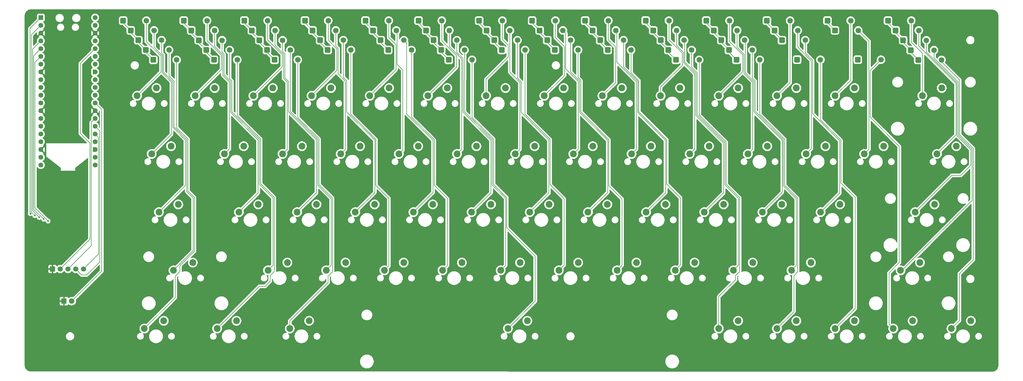
<source format=gbr>
%TF.GenerationSoftware,KiCad,Pcbnew,9.0.4*%
%TF.CreationDate,2025-10-25T14:37:40+02:00*%
%TF.ProjectId,orione-v2,6f72696f-6e65-42d7-9632-2e6b69636164,rev?*%
%TF.SameCoordinates,Original*%
%TF.FileFunction,Copper,L2,Bot*%
%TF.FilePolarity,Positive*%
%FSLAX46Y46*%
G04 Gerber Fmt 4.6, Leading zero omitted, Abs format (unit mm)*
G04 Created by KiCad (PCBNEW 9.0.4) date 2025-10-25 14:37:40*
%MOMM*%
%LPD*%
G01*
G04 APERTURE LIST*
G04 Aperture macros list*
%AMRoundRect*
0 Rectangle with rounded corners*
0 $1 Rounding radius*
0 $2 $3 $4 $5 $6 $7 $8 $9 X,Y pos of 4 corners*
0 Add a 4 corners polygon primitive as box body*
4,1,4,$2,$3,$4,$5,$6,$7,$8,$9,$2,$3,0*
0 Add four circle primitives for the rounded corners*
1,1,$1+$1,$2,$3*
1,1,$1+$1,$4,$5*
1,1,$1+$1,$6,$7*
1,1,$1+$1,$8,$9*
0 Add four rect primitives between the rounded corners*
20,1,$1+$1,$2,$3,$4,$5,0*
20,1,$1+$1,$4,$5,$6,$7,0*
20,1,$1+$1,$6,$7,$8,$9,0*
20,1,$1+$1,$8,$9,$2,$3,0*%
%AMFreePoly0*
4,1,37,0.603843,0.796157,0.639018,0.796157,0.711114,0.766294,0.766294,0.711114,0.796157,0.639018,0.796157,0.603843,0.800000,0.600000,0.800000,-0.600000,0.796157,-0.603843,0.796157,-0.639018,0.766294,-0.711114,0.711114,-0.766294,0.639018,-0.796157,0.603843,-0.796157,0.600000,-0.800000,0.000000,-0.800000,0.000000,-0.796148,-0.078414,-0.796148,-0.232228,-0.765552,-0.377117,-0.705537,
-0.507515,-0.618408,-0.618408,-0.507515,-0.705537,-0.377117,-0.765552,-0.232228,-0.796148,-0.078414,-0.796148,0.078414,-0.765552,0.232228,-0.705537,0.377117,-0.618408,0.507515,-0.507515,0.618408,-0.377117,0.705537,-0.232228,0.765552,-0.078414,0.796148,0.000000,0.796148,0.000000,0.800000,0.600000,0.800000,0.603843,0.796157,0.603843,0.796157,$1*%
%AMFreePoly1*
4,1,37,0.000000,0.796148,0.078414,0.796148,0.232228,0.765552,0.377117,0.705537,0.507515,0.618408,0.618408,0.507515,0.705537,0.377117,0.765552,0.232228,0.796148,0.078414,0.796148,-0.078414,0.765552,-0.232228,0.705537,-0.377117,0.618408,-0.507515,0.507515,-0.618408,0.377117,-0.705537,0.232228,-0.765552,0.078414,-0.796148,0.000000,-0.796148,0.000000,-0.800000,-0.600000,-0.800000,
-0.603843,-0.796157,-0.639018,-0.796157,-0.711114,-0.766294,-0.766294,-0.711114,-0.796157,-0.639018,-0.796157,-0.603843,-0.800000,-0.600000,-0.800000,0.600000,-0.796157,0.603843,-0.796157,0.639018,-0.766294,0.711114,-0.711114,0.766294,-0.639018,0.796157,-0.603843,0.796157,-0.600000,0.800000,0.000000,0.800000,0.000000,0.796148,0.000000,0.796148,$1*%
G04 Aperture macros list end*
%TA.AperFunction,ComponentPad*%
%ADD10RoundRect,0.250000X-0.650000X-0.650000X0.650000X-0.650000X0.650000X0.650000X-0.650000X0.650000X0*%
%TD*%
%TA.AperFunction,ComponentPad*%
%ADD11C,1.800000*%
%TD*%
%TA.AperFunction,ComponentPad*%
%ADD12C,2.200000*%
%TD*%
%TA.AperFunction,ComponentPad*%
%ADD13R,1.800000X1.800000*%
%TD*%
%TA.AperFunction,ComponentPad*%
%ADD14R,1.700000X1.700000*%
%TD*%
%TA.AperFunction,ComponentPad*%
%ADD15C,1.700000*%
%TD*%
%TA.AperFunction,ComponentPad*%
%ADD16RoundRect,0.200000X-0.600000X-0.600000X0.600000X-0.600000X0.600000X0.600000X-0.600000X0.600000X0*%
%TD*%
%TA.AperFunction,ComponentPad*%
%ADD17C,1.600000*%
%TD*%
%TA.AperFunction,ComponentPad*%
%ADD18FreePoly0,0.000000*%
%TD*%
%TA.AperFunction,ComponentPad*%
%ADD19FreePoly1,0.000000*%
%TD*%
%TA.AperFunction,ViaPad*%
%ADD20C,0.600000*%
%TD*%
%TA.AperFunction,Conductor*%
%ADD21C,0.200000*%
%TD*%
G04 APERTURE END LIST*
D10*
%TO.P,D7,1,K*%
%TO.N,Column 6*%
X195667500Y-79662500D03*
D11*
%TO.P,D7,2,A*%
%TO.N,Net-(D7-A)*%
X203287500Y-79662500D03*
%TD*%
D10*
%TO.P,D38,1,K*%
%TO.N,Column 9*%
X255187500Y-86070000D03*
D11*
%TO.P,D38,2,A*%
%TO.N,Net-(D38-A)*%
X262807500Y-86070000D03*
%TD*%
D10*
%TO.P,D50,1,K*%
%TO.N,Column 8*%
X237810000Y-89280000D03*
D11*
%TO.P,D50,2,A*%
%TO.N,Net-(D50-A)*%
X245430000Y-89280000D03*
%TD*%
D10*
%TO.P,D55,1,K*%
%TO.N,Column 1*%
X108850000Y-92480000D03*
D11*
%TO.P,D55,2,A*%
%TO.N,Net-(D55-A)*%
X116470000Y-92480000D03*
%TD*%
D10*
%TO.P,D11,1,K*%
%TO.N,Column 10*%
X270067500Y-79662500D03*
D11*
%TO.P,D11,2,A*%
%TO.N,Net-(D11-A)*%
X277687500Y-79662500D03*
%TD*%
D10*
%TO.P,D2,1,K*%
%TO.N,Column 1*%
X98947500Y-79662500D03*
D11*
%TO.P,D2,2,A*%
%TO.N,Net-(D2-A)*%
X106567500Y-79662500D03*
%TD*%
D10*
%TO.P,D23,1,K*%
%TO.N,Column 8*%
X232850000Y-82860000D03*
D11*
%TO.P,D23,2,A*%
%TO.N,Net-(D23-A)*%
X240470000Y-82860000D03*
%TD*%
D10*
%TO.P,D15,1,K*%
%TO.N,Column 0*%
X81587500Y-82862500D03*
D11*
%TO.P,D15,2,A*%
%TO.N,Net-(D15-A)*%
X89207500Y-82862500D03*
%TD*%
D12*
%TO.P,SW54,1,1*%
%TO.N,Row 4*%
X92393750Y-177907500D03*
%TO.P,SW54,2,2*%
%TO.N,Net-(D54-A)*%
X86043750Y-180447500D03*
%TD*%
D10*
%TO.P,D24,1,K*%
%TO.N,Column 9*%
X252700000Y-82860000D03*
D11*
%TO.P,D24,2,A*%
%TO.N,Net-(D24-A)*%
X260320000Y-82860000D03*
%TD*%
D10*
%TO.P,D37,1,K*%
%TO.N,Column 8*%
X235340000Y-86070000D03*
D11*
%TO.P,D37,2,A*%
%TO.N,Net-(D37-A)*%
X242960000Y-86070000D03*
%TD*%
D12*
%TO.P,SW9,1,1*%
%TO.N,Row 0*%
X242412500Y-101707500D03*
%TO.P,SW9,2,2*%
%TO.N,Net-(D9-A)*%
X236062500Y-104247500D03*
%TD*%
%TO.P,SW18,1,1*%
%TO.N,Row 1*%
X156687500Y-120757500D03*
%TO.P,SW18,2,2*%
%TO.N,Net-(D18-A)*%
X150337500Y-123297500D03*
%TD*%
D10*
%TO.P,D44,1,K*%
%TO.N,Column 2*%
X126197500Y-89275000D03*
D11*
%TO.P,D44,2,A*%
%TO.N,Net-(D44-A)*%
X133817500Y-89275000D03*
%TD*%
D12*
%TO.P,SW45,1,1*%
%TO.N,Row 3*%
X170975000Y-158857500D03*
%TO.P,SW45,2,2*%
%TO.N,Net-(D45-A)*%
X164625000Y-161397500D03*
%TD*%
D13*
%TO.P,D63,1,K*%
%TO.N,GND*%
X59713460Y-171470000D03*
D11*
%TO.P,D63,2,A*%
%TO.N,Net-(A1-GPIO22)*%
X62253460Y-171470000D03*
%TD*%
D12*
%TO.P,SW42,1,1*%
%TO.N,Row 3*%
X101918750Y-158857500D03*
%TO.P,SW42,2,2*%
%TO.N,Net-(D42-A)*%
X95568750Y-161397500D03*
%TD*%
D10*
%TO.P,D48,1,K*%
%TO.N,Column 6*%
X203100000Y-89280000D03*
D11*
%TO.P,D48,2,A*%
%TO.N,Net-(D48-A)*%
X210720000Y-89280000D03*
%TD*%
D10*
%TO.P,D21,1,K*%
%TO.N,Column 6*%
X198140000Y-82860000D03*
D11*
%TO.P,D21,2,A*%
%TO.N,Net-(D21-A)*%
X205760000Y-82860000D03*
%TD*%
D10*
%TO.P,D8,1,K*%
%TO.N,Column 7*%
X213027500Y-79662500D03*
D11*
%TO.P,D8,2,A*%
%TO.N,Net-(D8-A)*%
X220647500Y-79662500D03*
%TD*%
D10*
%TO.P,D9,1,K*%
%TO.N,Column 8*%
X230387500Y-79662500D03*
D11*
%TO.P,D9,2,A*%
%TO.N,Net-(D9-A)*%
X238007500Y-79662500D03*
%TD*%
D10*
%TO.P,D57,1,K*%
%TO.N,Column 5*%
X185730000Y-92490000D03*
D11*
%TO.P,D57,2,A*%
%TO.N,Net-(D57-A)*%
X193350000Y-92490000D03*
%TD*%
D10*
%TO.P,D43,1,K*%
%TO.N,Column 1*%
X106360000Y-89280000D03*
D11*
%TO.P,D43,2,A*%
%TO.N,Net-(D43-A)*%
X113980000Y-89280000D03*
%TD*%
D10*
%TO.P,D14,1,K*%
%TO.N,Column 13*%
X329587500Y-79662500D03*
D11*
%TO.P,D14,2,A*%
%TO.N,Net-(D14-A)*%
X337207500Y-79662500D03*
%TD*%
D12*
%TO.P,SW53,1,1*%
%TO.N,Row 3*%
X340043750Y-158857500D03*
%TO.P,SW53,2,2*%
%TO.N,Net-(D53-A)*%
X333693750Y-161397500D03*
%TD*%
%TO.P,SW57,1,1*%
%TO.N,Row 4*%
X211456250Y-177907500D03*
%TO.P,SW57,2,2*%
%TO.N,Net-(D57-A)*%
X205106250Y-180447500D03*
%TD*%
%TO.P,SW11,1,1*%
%TO.N,Row 0*%
X280512500Y-101707500D03*
%TO.P,SW11,2,2*%
%TO.N,Net-(D11-A)*%
X274162500Y-104247500D03*
%TD*%
D10*
%TO.P,D59,1,K*%
%TO.N,Column 10*%
X279970000Y-92490000D03*
D11*
%TO.P,D59,2,A*%
%TO.N,Net-(D59-A)*%
X287590000Y-92490000D03*
%TD*%
D12*
%TO.P,SW30,1,1*%
%TO.N,Row 2*%
X123350000Y-139807500D03*
%TO.P,SW30,2,2*%
%TO.N,Net-(D30-A)*%
X117000000Y-142347500D03*
%TD*%
%TO.P,SW10,1,1*%
%TO.N,Row 0*%
X261462500Y-101707500D03*
%TO.P,SW10,2,2*%
%TO.N,Net-(D10-A)*%
X255112500Y-104247500D03*
%TD*%
%TO.P,SW38,1,1*%
%TO.N,Row 2*%
X275750000Y-139807500D03*
%TO.P,SW38,2,2*%
%TO.N,Net-(D38-A)*%
X269400000Y-142347500D03*
%TD*%
%TO.P,SW43,1,1*%
%TO.N,Row 3*%
X132875000Y-158857500D03*
%TO.P,SW43,2,2*%
%TO.N,Net-(D43-A)*%
X126525000Y-161397500D03*
%TD*%
%TO.P,SW7,1,1*%
%TO.N,Row 0*%
X204312500Y-101707500D03*
%TO.P,SW7,2,2*%
%TO.N,Net-(D7-A)*%
X197962500Y-104247500D03*
%TD*%
D10*
%TO.P,D62,1,K*%
%TO.N,Column 13*%
X339490000Y-92530000D03*
D11*
%TO.P,D62,2,A*%
%TO.N,Net-(D62-A)*%
X347110000Y-92530000D03*
%TD*%
D12*
%TO.P,SW4,1,1*%
%TO.N,Row 0*%
X147162500Y-101707500D03*
%TO.P,SW4,2,2*%
%TO.N,Net-(D4-A)*%
X140812500Y-104247500D03*
%TD*%
D10*
%TO.P,D35,1,K*%
%TO.N,Column 6*%
X200610000Y-86070000D03*
D11*
%TO.P,D35,2,A*%
%TO.N,Net-(D35-A)*%
X208230000Y-86070000D03*
%TD*%
D12*
%TO.P,SW52,1,1*%
%TO.N,Row 3*%
X304325000Y-158857500D03*
%TO.P,SW52,2,2*%
%TO.N,Net-(D52-A)*%
X297975000Y-161397500D03*
%TD*%
%TO.P,SW61,1,1*%
%TO.N,Row 4*%
X337662500Y-177907500D03*
%TO.P,SW61,2,2*%
%TO.N,Net-(D61-A)*%
X331312500Y-180447500D03*
%TD*%
D10*
%TO.P,D33,1,K*%
%TO.N,Column 4*%
X163427500Y-86062500D03*
D11*
%TO.P,D33,2,A*%
%TO.N,Net-(D33-A)*%
X171047500Y-86062500D03*
%TD*%
D12*
%TO.P,SW20,1,1*%
%TO.N,Row 1*%
X194787500Y-120757500D03*
%TO.P,SW20,2,2*%
%TO.N,Net-(D20-A)*%
X188437500Y-123297500D03*
%TD*%
%TO.P,SW6,1,1*%
%TO.N,Row 0*%
X185262500Y-101707500D03*
%TO.P,SW6,2,2*%
%TO.N,Net-(D6-A)*%
X178912500Y-104247500D03*
%TD*%
%TO.P,SW27,1,1*%
%TO.N,Row 1*%
X328137500Y-120757500D03*
%TO.P,SW27,2,2*%
%TO.N,Net-(D27-A)*%
X321787500Y-123297500D03*
%TD*%
D10*
%TO.P,D28,1,K*%
%TO.N,Column 13*%
X332050000Y-82870000D03*
D11*
%TO.P,D28,2,A*%
%TO.N,Net-(D28-A)*%
X339670000Y-82870000D03*
%TD*%
D10*
%TO.P,D47,1,K*%
%TO.N,Column 5*%
X183260000Y-89280000D03*
D11*
%TO.P,D47,2,A*%
%TO.N,Net-(D47-A)*%
X190880000Y-89280000D03*
%TD*%
D12*
%TO.P,SW56,1,1*%
%TO.N,Row 4*%
X140018750Y-177907500D03*
%TO.P,SW56,2,2*%
%TO.N,Net-(D56-A)*%
X133668750Y-180447500D03*
%TD*%
D10*
%TO.P,D3,1,K*%
%TO.N,Column 2*%
X118787500Y-79662500D03*
D11*
%TO.P,D3,2,A*%
%TO.N,Net-(D3-A)*%
X126407500Y-79662500D03*
%TD*%
D12*
%TO.P,SW8,1,1*%
%TO.N,Row 0*%
X223362500Y-101707500D03*
%TO.P,SW8,2,2*%
%TO.N,Net-(D8-A)*%
X217012500Y-104247500D03*
%TD*%
%TO.P,SW26,1,1*%
%TO.N,Row 1*%
X309087500Y-120757500D03*
%TO.P,SW26,2,2*%
%TO.N,Net-(D26-A)*%
X302737500Y-123297500D03*
%TD*%
D14*
%TO.P,J1,1,Pin_1*%
%TO.N,GND*%
X55938460Y-160970000D03*
D15*
%TO.P,J1,2,Pin_2*%
%TO.N,Power*%
X58478460Y-160970000D03*
%TO.P,J1,3,Pin_3*%
%TO.N,Rotary_sw*%
X61018460Y-160970000D03*
%TO.P,J1,4,Pin_4*%
%TO.N,Rotary_dt*%
X63558460Y-160970000D03*
%TO.P,J1,5,Pin_5*%
%TO.N,Rotary_clk*%
X66098460Y-160970000D03*
%TD*%
D12*
%TO.P,SW31,1,1*%
%TO.N,Row 2*%
X142400000Y-139807500D03*
%TO.P,SW31,2,2*%
%TO.N,Net-(D31-A)*%
X136050000Y-142347500D03*
%TD*%
%TO.P,SW29,1,1*%
%TO.N,Row 2*%
X97156250Y-139807500D03*
%TO.P,SW29,2,2*%
%TO.N,Net-(D29-A)*%
X90806250Y-142347500D03*
%TD*%
D10*
%TO.P,D10,1,K*%
%TO.N,Column 9*%
X250227500Y-79662500D03*
D11*
%TO.P,D10,2,A*%
%TO.N,Net-(D10-A)*%
X257847500Y-79662500D03*
%TD*%
D12*
%TO.P,SW22,1,1*%
%TO.N,Row 1*%
X232887500Y-120757500D03*
%TO.P,SW22,2,2*%
%TO.N,Net-(D22-A)*%
X226537500Y-123297500D03*
%TD*%
%TO.P,SW2,1,1*%
%TO.N,Row 0*%
X109062500Y-101707500D03*
%TO.P,SW2,2,2*%
%TO.N,Net-(D2-A)*%
X102712500Y-104247500D03*
%TD*%
D10*
%TO.P,D34,1,K*%
%TO.N,Column 5*%
X180787500Y-86070000D03*
D11*
%TO.P,D34,2,A*%
%TO.N,Net-(D34-A)*%
X188407500Y-86070000D03*
%TD*%
D12*
%TO.P,SW5,1,1*%
%TO.N,Row 0*%
X166212500Y-101707500D03*
%TO.P,SW5,2,2*%
%TO.N,Net-(D5-A)*%
X159862500Y-104247500D03*
%TD*%
D10*
%TO.P,D46,1,K*%
%TO.N,Column 4*%
X165900000Y-89270000D03*
D11*
%TO.P,D46,2,A*%
%TO.N,Net-(D46-A)*%
X173520000Y-89270000D03*
%TD*%
D10*
%TO.P,D52,1,K*%
%TO.N,Column 10*%
X277500000Y-89280000D03*
D11*
%TO.P,D52,2,A*%
%TO.N,Net-(D52-A)*%
X285120000Y-89280000D03*
%TD*%
D10*
%TO.P,D49,1,K*%
%TO.N,Column 7*%
X220460000Y-89280000D03*
D11*
%TO.P,D49,2,A*%
%TO.N,Net-(D49-A)*%
X228080000Y-89280000D03*
%TD*%
D10*
%TO.P,D30,1,K*%
%TO.N,Column 1*%
X103870000Y-86080000D03*
D11*
%TO.P,D30,2,A*%
%TO.N,Net-(D30-A)*%
X111490000Y-86080000D03*
%TD*%
D10*
%TO.P,D25,1,K*%
%TO.N,Column 10*%
X272547500Y-82865000D03*
D11*
%TO.P,D25,2,A*%
%TO.N,Net-(D25-A)*%
X280167500Y-82865000D03*
%TD*%
D10*
%TO.P,D51,1,K*%
%TO.N,Column 9*%
X257660000Y-89280000D03*
D11*
%TO.P,D51,2,A*%
%TO.N,Net-(D51-A)*%
X265280000Y-89280000D03*
%TD*%
D12*
%TO.P,SW23,1,1*%
%TO.N,Row 1*%
X251937500Y-120757500D03*
%TO.P,SW23,2,2*%
%TO.N,Net-(D23-A)*%
X245587500Y-123297500D03*
%TD*%
%TO.P,SW12,1,1*%
%TO.N,Row 0*%
X299562500Y-101707500D03*
%TO.P,SW12,2,2*%
%TO.N,Net-(D12-A)*%
X293212500Y-104247500D03*
%TD*%
D10*
%TO.P,D32,1,K*%
%TO.N,Column 3*%
X143587500Y-86065000D03*
D11*
%TO.P,D32,2,A*%
%TO.N,Net-(D32-A)*%
X151207500Y-86065000D03*
%TD*%
D12*
%TO.P,SW17,1,1*%
%TO.N,Row 1*%
X137637500Y-120757500D03*
%TO.P,SW17,2,2*%
%TO.N,Net-(D17-A)*%
X131287500Y-123297500D03*
%TD*%
%TO.P,SW34,1,1*%
%TO.N,Row 2*%
X199550000Y-139807500D03*
%TO.P,SW34,2,2*%
%TO.N,Net-(D34-A)*%
X193200000Y-142347500D03*
%TD*%
%TO.P,SW55,1,1*%
%TO.N,Row 4*%
X116206250Y-177907500D03*
%TO.P,SW55,2,2*%
%TO.N,Net-(D55-A)*%
X109856250Y-180447500D03*
%TD*%
%TO.P,SW44,1,1*%
%TO.N,Row 3*%
X151925000Y-158857500D03*
%TO.P,SW44,2,2*%
%TO.N,Net-(D44-A)*%
X145575000Y-161397500D03*
%TD*%
%TO.P,SW14,1,1*%
%TO.N,Row 0*%
X347187500Y-101707500D03*
%TO.P,SW14,2,2*%
%TO.N,Net-(D14-A)*%
X340837500Y-104247500D03*
%TD*%
%TO.P,SW21,1,1*%
%TO.N,Row 1*%
X213837500Y-120757500D03*
%TO.P,SW21,2,2*%
%TO.N,Net-(D21-A)*%
X207487500Y-123297500D03*
%TD*%
%TO.P,SW59,1,1*%
%TO.N,Row 4*%
X299562500Y-177907500D03*
%TO.P,SW59,2,2*%
%TO.N,Net-(D59-A)*%
X293212500Y-180447500D03*
%TD*%
D10*
%TO.P,D22,1,K*%
%TO.N,Column 7*%
X215500000Y-82860000D03*
D11*
%TO.P,D22,2,A*%
%TO.N,Net-(D22-A)*%
X223120000Y-82860000D03*
%TD*%
D12*
%TO.P,SW25,1,1*%
%TO.N,Row 1*%
X290037500Y-120757500D03*
%TO.P,SW25,2,2*%
%TO.N,Net-(D25-A)*%
X283687500Y-123297500D03*
%TD*%
D10*
%TO.P,D45,1,K*%
%TO.N,Column 3*%
X146067500Y-89265000D03*
D11*
%TO.P,D45,2,A*%
%TO.N,Net-(D45-A)*%
X153687500Y-89265000D03*
%TD*%
D12*
%TO.P,SW15,1,1*%
%TO.N,Row 1*%
X94775000Y-120757500D03*
%TO.P,SW15,2,2*%
%TO.N,Net-(D15-A)*%
X88425000Y-123297500D03*
%TD*%
%TO.P,SW47,1,1*%
%TO.N,Row 3*%
X209075000Y-158857500D03*
%TO.P,SW47,2,2*%
%TO.N,Net-(D47-A)*%
X202725000Y-161397500D03*
%TD*%
%TO.P,SW3,1,1*%
%TO.N,Row 0*%
X128112500Y-101707500D03*
%TO.P,SW3,2,2*%
%TO.N,Net-(D3-A)*%
X121762500Y-104247500D03*
%TD*%
%TO.P,SW13,1,1*%
%TO.N,Row 0*%
X318612500Y-101707500D03*
%TO.P,SW13,2,2*%
%TO.N,Net-(D13-A)*%
X312262500Y-104247500D03*
%TD*%
D10*
%TO.P,D58,1,K*%
%TO.N,Column 9*%
X260130000Y-92490000D03*
D11*
%TO.P,D58,2,A*%
%TO.N,Net-(D58-A)*%
X267750000Y-92490000D03*
%TD*%
D12*
%TO.P,SW35,1,1*%
%TO.N,Row 2*%
X218600000Y-139807500D03*
%TO.P,SW35,2,2*%
%TO.N,Net-(D35-A)*%
X212250000Y-142347500D03*
%TD*%
D10*
%TO.P,D13,1,K*%
%TO.N,Column 12*%
X309747500Y-79662500D03*
D11*
%TO.P,D13,2,A*%
%TO.N,Net-(D13-A)*%
X317367500Y-79662500D03*
%TD*%
D12*
%TO.P,SW36,1,1*%
%TO.N,Row 2*%
X237650000Y-139807500D03*
%TO.P,SW36,2,2*%
%TO.N,Net-(D36-A)*%
X231300000Y-142347500D03*
%TD*%
D10*
%TO.P,D16,1,K*%
%TO.N,Column 1*%
X101410000Y-82880000D03*
D11*
%TO.P,D16,2,A*%
%TO.N,Net-(D16-A)*%
X109030000Y-82880000D03*
%TD*%
D10*
%TO.P,D4,1,K*%
%TO.N,Column 3*%
X138627500Y-79662500D03*
D11*
%TO.P,D4,2,A*%
%TO.N,Net-(D4-A)*%
X146247500Y-79662500D03*
%TD*%
D12*
%TO.P,SW48,1,1*%
%TO.N,Row 3*%
X228125000Y-158857500D03*
%TO.P,SW48,2,2*%
%TO.N,Net-(D48-A)*%
X221775000Y-161397500D03*
%TD*%
D10*
%TO.P,D31,1,K*%
%TO.N,Column 2*%
X123720000Y-86080000D03*
D11*
%TO.P,D31,2,A*%
%TO.N,Net-(D31-A)*%
X131340000Y-86080000D03*
%TD*%
D12*
%TO.P,SW49,1,1*%
%TO.N,Row 3*%
X247175000Y-158857500D03*
%TO.P,SW49,2,2*%
%TO.N,Net-(D49-A)*%
X240825000Y-161397500D03*
%TD*%
D10*
%TO.P,D27,1,K*%
%TO.N,Column 12*%
X312210000Y-82870000D03*
D11*
%TO.P,D27,2,A*%
%TO.N,Net-(D27-A)*%
X319830000Y-82870000D03*
%TD*%
D10*
%TO.P,D12,1,K*%
%TO.N,Column 11*%
X289907500Y-79665000D03*
D11*
%TO.P,D12,2,A*%
%TO.N,Net-(D12-A)*%
X297527500Y-79665000D03*
%TD*%
D10*
%TO.P,D60,1,K*%
%TO.N,Column 11*%
X299827500Y-92455000D03*
D11*
%TO.P,D60,2,A*%
%TO.N,Net-(D60-A)*%
X307447500Y-92455000D03*
%TD*%
D10*
%TO.P,D42,1,K*%
%TO.N,Column 0*%
X86520000Y-89280000D03*
D11*
%TO.P,D42,2,A*%
%TO.N,Net-(D42-A)*%
X94140000Y-89280000D03*
%TD*%
D12*
%TO.P,SW51,1,1*%
%TO.N,Row 3*%
X285275000Y-158857500D03*
%TO.P,SW51,2,2*%
%TO.N,Net-(D51-A)*%
X278925000Y-161397500D03*
%TD*%
%TO.P,SW1,1,1*%
%TO.N,Row 0*%
X90012500Y-101707500D03*
%TO.P,SW1,2,2*%
%TO.N,Net-(D1-A)*%
X83662500Y-104247500D03*
%TD*%
D10*
%TO.P,D6,1,K*%
%TO.N,Column 5*%
X175827500Y-79662500D03*
D11*
%TO.P,D6,2,A*%
%TO.N,Net-(D6-A)*%
X183447500Y-79662500D03*
%TD*%
D10*
%TO.P,D26,1,K*%
%TO.N,Column 11*%
X292387500Y-82862500D03*
D11*
%TO.P,D26,2,A*%
%TO.N,Net-(D26-A)*%
X300007500Y-82862500D03*
%TD*%
D10*
%TO.P,D1,1,K*%
%TO.N,Column 0*%
X79097500Y-79662500D03*
D11*
%TO.P,D1,2,A*%
%TO.N,Net-(D1-A)*%
X86717500Y-79662500D03*
%TD*%
D12*
%TO.P,SW19,1,1*%
%TO.N,Row 1*%
X175737500Y-120757500D03*
%TO.P,SW19,2,2*%
%TO.N,Net-(D19-A)*%
X169387500Y-123297500D03*
%TD*%
%TO.P,SW58,1,1*%
%TO.N,Row 4*%
X280512500Y-177907500D03*
%TO.P,SW58,2,2*%
%TO.N,Net-(D58-A)*%
X274162500Y-180447500D03*
%TD*%
%TO.P,SW39,1,1*%
%TO.N,Row 2*%
X294800000Y-139807500D03*
%TO.P,SW39,2,2*%
%TO.N,Net-(D39-A)*%
X288450000Y-142347500D03*
%TD*%
D10*
%TO.P,D18,1,K*%
%TO.N,Column 3*%
X141107500Y-82862500D03*
D11*
%TO.P,D18,2,A*%
%TO.N,Net-(D18-A)*%
X148727500Y-82862500D03*
%TD*%
D10*
%TO.P,D40,1,K*%
%TO.N,Column 11*%
X294860000Y-86070000D03*
D11*
%TO.P,D40,2,A*%
%TO.N,Net-(D40-A)*%
X302480000Y-86070000D03*
%TD*%
D12*
%TO.P,SW32,1,1*%
%TO.N,Row 2*%
X161450000Y-139807500D03*
%TO.P,SW32,2,2*%
%TO.N,Net-(D32-A)*%
X155100000Y-142347500D03*
%TD*%
D10*
%TO.P,D5,1,K*%
%TO.N,Column 4*%
X158467500Y-79662500D03*
D11*
%TO.P,D5,2,A*%
%TO.N,Net-(D5-A)*%
X166087500Y-79662500D03*
%TD*%
D10*
%TO.P,D41,1,K*%
%TO.N,Column 13*%
X334530000Y-86090000D03*
D11*
%TO.P,D41,2,A*%
%TO.N,Net-(D41-A)*%
X342150000Y-86090000D03*
%TD*%
D12*
%TO.P,SW60,1,1*%
%TO.N,Row 4*%
X318612500Y-177907500D03*
%TO.P,SW60,2,2*%
%TO.N,Net-(D60-A)*%
X312262500Y-180447500D03*
%TD*%
D10*
%TO.P,D29,1,K*%
%TO.N,Column 0*%
X84060000Y-86070000D03*
D11*
%TO.P,D29,2,A*%
%TO.N,Net-(D29-A)*%
X91680000Y-86070000D03*
%TD*%
D12*
%TO.P,SW24,1,1*%
%TO.N,Row 1*%
X270987500Y-120757500D03*
%TO.P,SW24,2,2*%
%TO.N,Net-(D24-A)*%
X264637500Y-123297500D03*
%TD*%
D10*
%TO.P,D56,1,K*%
%TO.N,Column 2*%
X128667500Y-92470000D03*
D11*
%TO.P,D56,2,A*%
%TO.N,Net-(D56-A)*%
X136287500Y-92470000D03*
%TD*%
D12*
%TO.P,SW62,1,1*%
%TO.N,Row 4*%
X356712500Y-177907500D03*
%TO.P,SW62,2,2*%
%TO.N,Net-(D62-A)*%
X350362500Y-180447500D03*
%TD*%
%TO.P,SW28,1,1*%
%TO.N,Row 1*%
X351950000Y-120757500D03*
%TO.P,SW28,2,2*%
%TO.N,Net-(D28-A)*%
X345600000Y-123297500D03*
%TD*%
%TO.P,SW41,1,1*%
%TO.N,Row 2*%
X344806250Y-139807500D03*
%TO.P,SW41,2,2*%
%TO.N,Net-(D41-A)*%
X338456250Y-142347500D03*
%TD*%
D10*
%TO.P,D39,1,K*%
%TO.N,Column 10*%
X275010000Y-86070000D03*
D11*
%TO.P,D39,2,A*%
%TO.N,Net-(D39-A)*%
X282630000Y-86070000D03*
%TD*%
D12*
%TO.P,SW16,1,1*%
%TO.N,Row 1*%
X118587500Y-120757500D03*
%TO.P,SW16,2,2*%
%TO.N,Net-(D16-A)*%
X112237500Y-123297500D03*
%TD*%
%TO.P,SW37,1,1*%
%TO.N,Row 2*%
X256700000Y-139807500D03*
%TO.P,SW37,2,2*%
%TO.N,Net-(D37-A)*%
X250350000Y-142347500D03*
%TD*%
D10*
%TO.P,D53,1,K*%
%TO.N,Column 13*%
X337027500Y-89310000D03*
D11*
%TO.P,D53,2,A*%
%TO.N,Net-(D53-A)*%
X344647500Y-89310000D03*
%TD*%
D10*
%TO.P,D54,1,K*%
%TO.N,Column 0*%
X89000000Y-92490000D03*
D11*
%TO.P,D54,2,A*%
%TO.N,Net-(D54-A)*%
X96620000Y-92490000D03*
%TD*%
D12*
%TO.P,SW33,1,1*%
%TO.N,Row 2*%
X180500000Y-139807500D03*
%TO.P,SW33,2,2*%
%TO.N,Net-(D33-A)*%
X174150000Y-142347500D03*
%TD*%
D10*
%TO.P,D61,1,K*%
%TO.N,Column 12*%
X319667500Y-92455000D03*
D11*
%TO.P,D61,2,A*%
%TO.N,Net-(D61-A)*%
X327287500Y-92455000D03*
%TD*%
D10*
%TO.P,D17,1,K*%
%TO.N,Column 2*%
X121240000Y-82870000D03*
D11*
%TO.P,D17,2,A*%
%TO.N,Net-(D17-A)*%
X128860000Y-82870000D03*
%TD*%
D10*
%TO.P,D20,1,K*%
%TO.N,Column 5*%
X178307500Y-82862500D03*
D11*
%TO.P,D20,2,A*%
%TO.N,Net-(D20-A)*%
X185927500Y-82862500D03*
%TD*%
D16*
%TO.P,A1,1,GPIO0*%
%TO.N,Row 0*%
X52142100Y-78665000D03*
D17*
%TO.P,A1,2,GPIO1*%
%TO.N,Row 1*%
X52142100Y-81205000D03*
D18*
%TO.P,A1,3,GND*%
%TO.N,GND*%
X52142100Y-83745000D03*
D17*
%TO.P,A1,4,GPIO2*%
%TO.N,Row 2*%
X52142100Y-86285000D03*
%TO.P,A1,5,GPIO3*%
%TO.N,Row 3*%
X52142100Y-88825000D03*
%TO.P,A1,6,GPIO4*%
%TO.N,Row 4*%
X52142100Y-91365000D03*
%TO.P,A1,7,GPIO5*%
%TO.N,Column 0*%
X52142100Y-93905000D03*
D18*
%TO.P,A1,8,GND*%
%TO.N,GND*%
X52142100Y-96445000D03*
D17*
%TO.P,A1,9,GPIO6*%
%TO.N,Column 1*%
X52142100Y-98985000D03*
%TO.P,A1,10,GPIO7*%
%TO.N,Column 2*%
X52142100Y-101525000D03*
%TO.P,A1,11,GPIO8*%
%TO.N,Column 3*%
X52142100Y-104065000D03*
%TO.P,A1,12,GPIO9*%
%TO.N,Column 4*%
X52142100Y-106605000D03*
D18*
%TO.P,A1,13,GND*%
%TO.N,GND*%
X52142100Y-109145000D03*
D17*
%TO.P,A1,14,GPIO10*%
%TO.N,Column 5*%
X52142100Y-111685000D03*
%TO.P,A1,15,GPIO11*%
%TO.N,Column 6*%
X52142100Y-114225000D03*
%TO.P,A1,16,GPIO12*%
%TO.N,Column 7*%
X52142100Y-116765000D03*
%TO.P,A1,17,GPIO13*%
%TO.N,Column 8*%
X52142100Y-119305000D03*
D18*
%TO.P,A1,18,GND*%
%TO.N,GND*%
X52142100Y-121845000D03*
D17*
%TO.P,A1,19,GPIO14*%
%TO.N,Column 9*%
X52142100Y-124385000D03*
%TO.P,A1,20,GPIO15*%
%TO.N,Column 10*%
X52142100Y-126925000D03*
%TO.P,A1,21,GPIO16*%
%TO.N,Column 11*%
X69922100Y-126925000D03*
%TO.P,A1,22,GPIO17*%
%TO.N,Column 12*%
X69922100Y-124385000D03*
D19*
%TO.P,A1,23,GND*%
%TO.N,GND*%
X69922100Y-121845000D03*
D17*
%TO.P,A1,24,GPIO18*%
%TO.N,Column 13*%
X69922100Y-119305000D03*
%TO.P,A1,25,GPIO19*%
%TO.N,Rotary_clk*%
X69922100Y-116765000D03*
%TO.P,A1,26,GPIO20*%
%TO.N,Rotary_dt*%
X69922100Y-114225000D03*
%TO.P,A1,27,GPIO21*%
%TO.N,Rotary_sw*%
X69922100Y-111685000D03*
D19*
%TO.P,A1,28,GND*%
%TO.N,GND*%
X69922100Y-109145000D03*
D17*
%TO.P,A1,29,GPIO22*%
%TO.N,Net-(A1-GPIO22)*%
X69922100Y-106605000D03*
%TO.P,A1,30,RUN*%
%TO.N,unconnected-(A1-RUN-Pad30)*%
X69922100Y-104065000D03*
%TO.P,A1,31,GPIO26_ADC0*%
%TO.N,unconnected-(A1-GPIO26_ADC0-Pad31)_1*%
X69922100Y-101525000D03*
%TO.P,A1,32,GPIO27_ADC1*%
%TO.N,unconnected-(A1-GPIO27_ADC1-Pad32)_1*%
X69922100Y-98985000D03*
D19*
%TO.P,A1,33,AGND*%
%TO.N,unconnected-(A1-AGND-Pad33)_1*%
X69922100Y-96445000D03*
D17*
%TO.P,A1,34,GPIO28_ADC2*%
%TO.N,unconnected-(A1-GPIO28_ADC2-Pad34)*%
X69922100Y-93905000D03*
%TO.P,A1,35,ADC_VREF*%
%TO.N,unconnected-(A1-ADC_VREF-Pad35)_1*%
X69922100Y-91365000D03*
%TO.P,A1,36,3V3*%
%TO.N,Power*%
X69922100Y-88825000D03*
%TO.P,A1,37,3V3_EN*%
%TO.N,unconnected-(A1-3V3_EN-Pad37)_1*%
X69922100Y-86285000D03*
D19*
%TO.P,A1,38,GND*%
%TO.N,GND*%
X69922100Y-83745000D03*
D17*
%TO.P,A1,39,VSYS*%
%TO.N,unconnected-(A1-VSYS-Pad39)_1*%
X69922100Y-81205000D03*
%TO.P,A1,40,VBUS*%
%TO.N,unconnected-(A1-VBUS-Pad40)*%
X69922100Y-78665000D03*
%TD*%
D12*
%TO.P,SW40,1,1*%
%TO.N,Row 2*%
X313850000Y-139807500D03*
%TO.P,SW40,2,2*%
%TO.N,Net-(D40-A)*%
X307500000Y-142347500D03*
%TD*%
%TO.P,SW46,1,1*%
%TO.N,Row 3*%
X190025000Y-158857500D03*
%TO.P,SW46,2,2*%
%TO.N,Net-(D46-A)*%
X183675000Y-161397500D03*
%TD*%
D10*
%TO.P,D36,1,K*%
%TO.N,Column 7*%
X217987500Y-86070000D03*
D11*
%TO.P,D36,2,A*%
%TO.N,Net-(D36-A)*%
X225607500Y-86070000D03*
%TD*%
D12*
%TO.P,SW50,1,1*%
%TO.N,Row 3*%
X266225000Y-158857500D03*
%TO.P,SW50,2,2*%
%TO.N,Net-(D50-A)*%
X259875000Y-161397500D03*
%TD*%
D10*
%TO.P,D19,1,K*%
%TO.N,Column 4*%
X160930000Y-82870000D03*
D11*
%TO.P,D19,2,A*%
%TO.N,Net-(D19-A)*%
X168550000Y-82870000D03*
%TD*%
D20*
%TO.N,GND*%
X74970000Y-121790000D03*
X66420000Y-112490000D03*
X75460000Y-82770000D03*
X52500000Y-132090000D03*
X62420000Y-112540000D03*
%TO.N,Row 3*%
X53062570Y-144654000D03*
%TO.N,Row 2*%
X51613040Y-144053000D03*
%TO.N,Row 1*%
X50163510Y-143452000D03*
%TO.N,Row 4*%
X54512100Y-145255000D03*
%TO.N,Row 0*%
X48713981Y-142851000D03*
%TD*%
D21*
%TO.N,Column 0*%
X81587500Y-82862500D02*
X79097500Y-80372500D01*
X84067500Y-86062500D02*
X81587500Y-83582500D01*
X84067500Y-86775000D02*
X84067500Y-86062500D01*
X86547500Y-89255000D02*
X84067500Y-86775000D01*
X86547500Y-89995000D02*
X86547500Y-89255000D01*
X81587500Y-83582500D02*
X81587500Y-82862500D01*
X89017500Y-92465000D02*
X86547500Y-89995000D01*
X79097500Y-80372500D02*
X79097500Y-79662500D01*
%TO.N,Column 1*%
X103897500Y-86875000D02*
X103897500Y-86155000D01*
X101427500Y-82955000D02*
X98947500Y-80475000D01*
X103897500Y-86155000D02*
X101427500Y-83685000D01*
X108857500Y-92565000D02*
X106377500Y-90085000D01*
X98947500Y-80475000D02*
X98947500Y-79662500D01*
X106377500Y-90085000D02*
X106377500Y-89355000D01*
X101427500Y-83685000D02*
X101427500Y-82955000D01*
X106377500Y-89355000D02*
X103897500Y-86875000D01*
%TO.N,Column 8*%
X235347500Y-86062500D02*
X235347500Y-86782500D01*
X230387500Y-80382500D02*
X232867500Y-82862500D01*
X235347500Y-86782500D02*
X237827500Y-89262500D01*
X232867500Y-83582500D02*
X235347500Y-86062500D01*
X232867500Y-82862500D02*
X232867500Y-83582500D01*
X230387500Y-79662500D02*
X230387500Y-80382500D01*
%TO.N,Column 5*%
X178307500Y-82862500D02*
X178307500Y-83582500D01*
X175827500Y-79662500D02*
X175827500Y-80382500D01*
X183267500Y-89982500D02*
X185747500Y-92462500D01*
X180787500Y-86782500D02*
X183267500Y-89262500D01*
X175827500Y-80382500D02*
X178307500Y-82862500D01*
X180787500Y-86062500D02*
X180787500Y-86782500D01*
X183267500Y-89262500D02*
X183267500Y-89982500D01*
X178307500Y-83582500D02*
X180787500Y-86062500D01*
%TO.N,Column 7*%
X213027500Y-80382500D02*
X215507500Y-82862500D01*
X217987500Y-86782500D02*
X220467500Y-89262500D01*
X213027500Y-79662500D02*
X213027500Y-80382500D01*
X215507500Y-83582500D02*
X217987500Y-86062500D01*
X215507500Y-82862500D02*
X215507500Y-83582500D01*
X217987500Y-86062500D02*
X217987500Y-86782500D01*
%TO.N,Column 13*%
X332067500Y-83575000D02*
X334547500Y-86055000D01*
X329587500Y-80382500D02*
X332067500Y-82862500D01*
X334547500Y-86055000D02*
X334547500Y-86775000D01*
X329587500Y-79662500D02*
X329587500Y-80382500D01*
X337027500Y-89255000D02*
X337027500Y-89975000D01*
X337027500Y-89975000D02*
X339507500Y-92455000D01*
X334547500Y-86775000D02*
X337027500Y-89255000D01*
X332067500Y-82862500D02*
X332067500Y-83575000D01*
%TO.N,Row 3*%
X49811100Y-141402530D02*
X49811100Y-91156000D01*
X49811100Y-91156000D02*
X52142100Y-88825000D01*
X53062570Y-144654000D02*
X49811100Y-141402530D01*
%TO.N,Column 10*%
X277507500Y-89255000D02*
X277507500Y-89975000D01*
X272547500Y-82865000D02*
X272547500Y-83582500D01*
X270067500Y-80385000D02*
X272547500Y-82865000D01*
X270067500Y-79662500D02*
X270067500Y-80385000D01*
X275027500Y-86775000D02*
X277507500Y-89255000D01*
X277507500Y-89975000D02*
X279987500Y-92455000D01*
X275027500Y-86062500D02*
X275027500Y-86775000D01*
X272547500Y-83582500D02*
X275027500Y-86062500D01*
%TO.N,Column 11*%
X292387500Y-82862500D02*
X292387500Y-83575000D01*
X289907500Y-80382500D02*
X292387500Y-82862500D01*
X289907500Y-79665000D02*
X289907500Y-80382500D01*
X292387500Y-83575000D02*
X294867500Y-86055000D01*
%TO.N,Rotary_clk*%
X71028100Y-156040360D02*
X71028100Y-117871000D01*
X66098460Y-160970000D02*
X71028100Y-156040360D01*
X71028100Y-117871000D02*
X69922100Y-116765000D01*
%TO.N,Column 9*%
X255187500Y-86782500D02*
X257667500Y-89262500D01*
X255187500Y-86062500D02*
X255187500Y-86782500D01*
X252707500Y-82862500D02*
X252707500Y-83582500D01*
X257667500Y-89975000D02*
X260147500Y-92455000D01*
X250227500Y-80382500D02*
X252707500Y-82862500D01*
X257667500Y-89262500D02*
X257667500Y-89975000D01*
X250227500Y-79662500D02*
X250227500Y-80382500D01*
X252707500Y-83582500D02*
X255187500Y-86062500D01*
%TO.N,Row 2*%
X49410100Y-89017000D02*
X49410100Y-141851473D01*
X49411513Y-141851473D02*
X51613040Y-144053000D01*
X52142100Y-86285000D02*
X49410100Y-89017000D01*
X49410100Y-141851473D02*
X49411513Y-141851473D01*
%TO.N,Row 1*%
X50163510Y-143452000D02*
X49009100Y-142297590D01*
X49009100Y-142297590D02*
X49009100Y-84338000D01*
X49009100Y-84338000D02*
X52142100Y-81205000D01*
%TO.N,Column 2*%
X121257500Y-82855000D02*
X121257500Y-83595000D01*
X121257500Y-83595000D02*
X123727500Y-86065000D01*
X118787500Y-79662500D02*
X118787500Y-80385000D01*
X123727500Y-86805000D02*
X123727500Y-86065000D01*
X128667500Y-92485000D02*
X126197500Y-90015000D01*
X126197500Y-90015000D02*
X126197500Y-89275000D01*
X126197500Y-89275000D02*
X123727500Y-86805000D01*
X118787500Y-80385000D02*
X121257500Y-82855000D01*
%TO.N,Row 4*%
X50212100Y-140955000D02*
X51802100Y-142545000D01*
X50212100Y-129605000D02*
X50212100Y-93295000D01*
X50212100Y-129605000D02*
X50212100Y-140955000D01*
X51802100Y-142545000D02*
X54512100Y-145255000D01*
X50212100Y-93295000D02*
X52142100Y-91365000D01*
%TO.N,Column 4*%
X163427500Y-86062500D02*
X163427500Y-86782500D01*
X163427500Y-86782500D02*
X165907500Y-89262500D01*
X160947500Y-83582500D02*
X163427500Y-86062500D01*
X160947500Y-82862500D02*
X160947500Y-83582500D01*
X158467500Y-80382500D02*
X160947500Y-82862500D01*
X158467500Y-79662500D02*
X158467500Y-80382500D01*
%TO.N,Column 12*%
X309747500Y-80382500D02*
X312227500Y-82862500D01*
X309747500Y-79662500D02*
X309747500Y-80382500D01*
%TO.N,Rotary_dt*%
X71429100Y-115732000D02*
X69922100Y-114225000D01*
X71429100Y-158638000D02*
X71429100Y-115732000D01*
X67162100Y-162905000D02*
X71429100Y-158638000D01*
X63558460Y-160970000D02*
X65493460Y-162905000D01*
X65493460Y-162905000D02*
X67162100Y-162905000D01*
%TO.N,Column 3*%
X141107500Y-82862500D02*
X141107500Y-83585000D01*
X138627500Y-80382500D02*
X141107500Y-82862500D01*
X143587500Y-86065000D02*
X143587500Y-86785000D01*
X141107500Y-83585000D02*
X143587500Y-86065000D01*
X143587500Y-86785000D02*
X146067500Y-89265000D01*
X138627500Y-79662500D02*
X138627500Y-80382500D01*
%TO.N,Column 6*%
X198147500Y-83582500D02*
X200627500Y-86062500D01*
X195667500Y-80382500D02*
X198147500Y-82862500D01*
X198147500Y-82862500D02*
X198147500Y-83582500D01*
X195667500Y-79662500D02*
X195667500Y-80382500D01*
X200627500Y-86782500D02*
X203107500Y-89262500D01*
X200627500Y-86062500D02*
X200627500Y-86782500D01*
%TO.N,Net-(A1-GPIO22)*%
X72072100Y-160840000D02*
X72072100Y-108755000D01*
X72072100Y-108755000D02*
X69922100Y-106605000D01*
X72072100Y-161651360D02*
X72072100Y-160840000D01*
X62253460Y-171470000D02*
X72072100Y-161651360D01*
%TO.N,Row 0*%
X48608100Y-142745120D02*
X48608100Y-82199000D01*
X48608100Y-82199000D02*
X52142100Y-78665000D01*
X48713981Y-142851000D02*
X48608100Y-142745120D01*
%TO.N,Net-(D1-A)*%
X91500000Y-91290000D02*
X91500000Y-96410000D01*
X86717500Y-86507500D02*
X91500000Y-91290000D01*
X86717500Y-79662500D02*
X86717500Y-86507500D01*
X91500000Y-96410000D02*
X83662500Y-104247500D01*
%TO.N,Net-(D2-A)*%
X111350000Y-90950000D02*
X111350000Y-95610000D01*
X106567500Y-86167500D02*
X111350000Y-90950000D01*
X106567500Y-79662500D02*
X106567500Y-86167500D01*
X111350000Y-95610000D02*
X102712500Y-104247500D01*
%TO.N,Net-(D3-A)*%
X131240000Y-90770000D02*
X131240000Y-94770000D01*
X131240000Y-94770000D02*
X121762500Y-104247500D01*
X126407500Y-79662500D02*
X126407500Y-85937500D01*
X126407500Y-85937500D02*
X131240000Y-90770000D01*
%TO.N,Net-(D4-A)*%
X146247500Y-79662500D02*
X146247500Y-86037500D01*
X146247500Y-86037500D02*
X149110000Y-88900000D01*
X149110000Y-88900000D02*
X149110000Y-95950000D01*
X149110000Y-95950000D02*
X140812500Y-104247500D01*
%TO.N,Net-(D5-A)*%
X168450000Y-87540000D02*
X168450000Y-95660000D01*
X166087500Y-79662500D02*
X166087500Y-85177500D01*
X166087500Y-85177500D02*
X168450000Y-87540000D01*
X168450000Y-95660000D02*
X159862500Y-104247500D01*
%TO.N,Net-(D6-A)*%
X188320000Y-94840000D02*
X178912500Y-104247500D01*
X188320000Y-91130000D02*
X188320000Y-94840000D01*
X183447500Y-79662500D02*
X183447500Y-86257500D01*
X183447500Y-86257500D02*
X188320000Y-91130000D01*
%TO.N,Net-(D7-A)*%
X205200000Y-87710000D02*
X205200000Y-91560000D01*
X203287500Y-79662500D02*
X203287500Y-85797500D01*
X205200000Y-91560000D02*
X197962500Y-98797500D01*
X203287500Y-85797500D02*
X205200000Y-87710000D01*
X197962500Y-98797500D02*
X197962500Y-104247500D01*
%TO.N,Net-(D8-A)*%
X220647500Y-79662500D02*
X220647500Y-85217500D01*
X223650000Y-88220000D02*
X223650000Y-97610000D01*
X223650000Y-97610000D02*
X217012500Y-104247500D01*
X220647500Y-85217500D02*
X223650000Y-88220000D01*
%TO.N,Net-(D9-A)*%
X240350000Y-88270000D02*
X240350000Y-99960000D01*
X240350000Y-99960000D02*
X236062500Y-104247500D01*
X238007500Y-85927500D02*
X240350000Y-88270000D01*
X238007500Y-79662500D02*
X238007500Y-85927500D01*
%TO.N,Net-(D10-A)*%
X262180000Y-94300000D02*
X255112500Y-101367500D01*
X257847500Y-85937500D02*
X262180000Y-90270000D01*
X257847500Y-79662500D02*
X257847500Y-85937500D01*
X255112500Y-101367500D02*
X255112500Y-104247500D01*
X262180000Y-90270000D02*
X262180000Y-94300000D01*
%TO.N,Net-(D11-A)*%
X282030000Y-90860000D02*
X282030000Y-96380000D01*
X277687500Y-86517500D02*
X282030000Y-90860000D01*
X282030000Y-96380000D02*
X274162500Y-104247500D01*
X277687500Y-79662500D02*
X277687500Y-86517500D01*
%TO.N,Net-(D12-A)*%
X297527500Y-79665000D02*
X297527500Y-99932500D01*
X297527500Y-99932500D02*
X293212500Y-104247500D01*
%TO.N,Net-(D13-A)*%
X317367500Y-99142500D02*
X312262500Y-104247500D01*
X317367500Y-79662500D02*
X317367500Y-99142500D01*
%TO.N,Net-(D14-A)*%
X340837500Y-104247500D02*
X340837500Y-90311340D01*
X337207500Y-86681340D02*
X337207500Y-79662500D01*
X340837500Y-90311340D02*
X337207500Y-86681340D01*
%TO.N,Net-(D15-A)*%
X91901000Y-91123900D02*
X91901000Y-96711000D01*
X89207500Y-82862500D02*
X89207500Y-88430400D01*
X94910000Y-99720000D02*
X94910000Y-116812500D01*
X89207500Y-88430400D02*
X91901000Y-91123900D01*
X94910000Y-116812500D02*
X88425000Y-123297500D01*
X91901000Y-96711000D02*
X94910000Y-99720000D01*
%TO.N,Net-(D16-A)*%
X113870000Y-121665000D02*
X112237500Y-123297500D01*
X113870000Y-99680000D02*
X113870000Y-121665000D01*
X109030000Y-88062900D02*
X111751000Y-90783900D01*
X111751000Y-97561000D02*
X113870000Y-99680000D01*
X109030000Y-82880000D02*
X109030000Y-88062900D01*
X111751000Y-90783900D02*
X111751000Y-97561000D01*
%TO.N,Net-(D17-A)*%
X128860000Y-82870000D02*
X128860000Y-87822900D01*
X128860000Y-87822900D02*
X131641000Y-90603900D01*
X132820000Y-121765000D02*
X131287500Y-123297500D01*
X131641000Y-98601000D02*
X132820000Y-99780000D01*
X131641000Y-90603900D02*
X131641000Y-98601000D01*
X132820000Y-99780000D02*
X132820000Y-121765000D01*
%TO.N,Net-(D18-A)*%
X148727500Y-82862500D02*
X148727500Y-87950400D01*
X149511000Y-97071000D02*
X151910000Y-99470000D01*
X148727500Y-87950400D02*
X149511000Y-88733900D01*
X149511000Y-88733900D02*
X149511000Y-97071000D01*
X151910000Y-99470000D02*
X151910000Y-121725000D01*
X151910000Y-121725000D02*
X150337500Y-123297500D01*
%TO.N,Net-(D19-A)*%
X168851000Y-93990000D02*
X170700000Y-95839000D01*
X168550000Y-82870000D02*
X168851000Y-83171000D01*
X170700000Y-121985000D02*
X169387500Y-123297500D01*
X170700000Y-95839000D02*
X170700000Y-121985000D01*
X168851000Y-83171000D02*
X168851000Y-93990000D01*
%TO.N,Net-(D20-A)*%
X185927500Y-88170400D02*
X190000000Y-92242900D01*
X185927500Y-82862500D02*
X185927500Y-88170400D01*
X190000000Y-121735000D02*
X188437500Y-123297500D01*
X190000000Y-92242900D02*
X190000000Y-121735000D01*
%TO.N,Net-(D21-A)*%
X209050000Y-99840000D02*
X209050000Y-121735000D01*
X209050000Y-121735000D02*
X207487500Y-123297500D01*
X205760000Y-96550000D02*
X209050000Y-99840000D01*
X205760000Y-82860000D02*
X205760000Y-96550000D01*
%TO.N,Net-(D22-A)*%
X228180000Y-121655000D02*
X226537500Y-123297500D01*
X224051000Y-95451000D02*
X228180000Y-99580000D01*
X223120000Y-82860000D02*
X224051000Y-83791000D01*
X224051000Y-83791000D02*
X224051000Y-95451000D01*
X228180000Y-99580000D02*
X228180000Y-121655000D01*
%TO.N,Net-(D23-A)*%
X247200000Y-99660000D02*
X247200000Y-121685000D01*
X240751000Y-93211000D02*
X247200000Y-99660000D01*
X240470000Y-82860000D02*
X240751000Y-83141000D01*
X247200000Y-121685000D02*
X245587500Y-123297500D01*
X240751000Y-83141000D02*
X240751000Y-93211000D01*
%TO.N,Net-(D24-A)*%
X260320000Y-82860000D02*
X260320000Y-87842900D01*
X260320000Y-87842900D02*
X262581000Y-90103900D01*
X266290000Y-97089000D02*
X266290000Y-121645000D01*
X262581000Y-93380000D02*
X266290000Y-97089000D01*
X262581000Y-90103900D02*
X262581000Y-93380000D01*
X266290000Y-121645000D02*
X264637500Y-123297500D01*
%TO.N,Net-(D25-A)*%
X282431000Y-96911000D02*
X285260000Y-99740000D01*
X280167500Y-88430400D02*
X282431000Y-90693900D01*
X280167500Y-82865000D02*
X280167500Y-88430400D01*
X282431000Y-90693900D02*
X282431000Y-96911000D01*
X285260000Y-99740000D02*
X285260000Y-121725000D01*
X285260000Y-121725000D02*
X283687500Y-123297500D01*
%TO.N,Net-(D26-A)*%
X300007500Y-82862500D02*
X300007500Y-88347500D01*
X304450000Y-121585000D02*
X302737500Y-123297500D01*
X300007500Y-88347500D02*
X304450000Y-92790000D01*
X304450000Y-92790000D02*
X304450000Y-121585000D01*
%TO.N,Net-(D27-A)*%
X323330000Y-86370000D02*
X323330000Y-121755000D01*
X323330000Y-121755000D02*
X321787500Y-123297500D01*
X319830000Y-82870000D02*
X323330000Y-86370000D01*
%TO.N,Net-(D28-A)*%
X339670000Y-88017100D02*
X351839000Y-100186100D01*
X351839000Y-117058500D02*
X345600000Y-123297500D01*
X339670000Y-82870000D02*
X339670000Y-88017100D01*
X351839000Y-100186100D02*
X351839000Y-117058500D01*
%TO.N,Net-(D29-A)*%
X91680000Y-86070000D02*
X91680000Y-90335800D01*
X95311000Y-99553900D02*
X95311000Y-114521000D01*
X99510000Y-133643750D02*
X90806250Y-142347500D01*
X91680000Y-90335800D02*
X92302000Y-90957800D01*
X92302000Y-90957800D02*
X92302000Y-96544900D01*
X92302000Y-96544900D02*
X95311000Y-99553900D01*
X95311000Y-114521000D02*
X99510000Y-118720000D01*
X99510000Y-118720000D02*
X99510000Y-133643750D01*
%TO.N,Net-(D30-A)*%
X123300000Y-118700000D02*
X123300000Y-136047500D01*
X111490000Y-86080000D02*
X111490000Y-89955800D01*
X112152000Y-97394900D02*
X114271000Y-99513900D01*
X114271000Y-99513900D02*
X114271000Y-109671000D01*
X114271000Y-109671000D02*
X123300000Y-118700000D01*
X111490000Y-89955800D02*
X112152000Y-90617800D01*
X112152000Y-90617800D02*
X112152000Y-97394900D01*
X123300000Y-136047500D02*
X117000000Y-142347500D01*
%TO.N,Net-(D31-A)*%
X131340000Y-89735800D02*
X132042000Y-90437800D01*
X133221000Y-109461000D02*
X142420000Y-118660000D01*
X132042000Y-98434900D02*
X133221000Y-99613900D01*
X131340000Y-86080000D02*
X131340000Y-89735800D01*
X142420000Y-135977500D02*
X136050000Y-142347500D01*
X142420000Y-118660000D02*
X142420000Y-135977500D01*
X133221000Y-99613900D02*
X133221000Y-109461000D01*
X132042000Y-90437800D02*
X132042000Y-98434900D01*
%TO.N,Net-(D32-A)*%
X152311000Y-99303900D02*
X152311000Y-109551000D01*
X161500000Y-135947500D02*
X155100000Y-142347500D01*
X152311000Y-109551000D02*
X161500000Y-118740000D01*
X151207500Y-86065000D02*
X151207500Y-98200400D01*
X161500000Y-118740000D02*
X161500000Y-135947500D01*
X151207500Y-98200400D02*
X152311000Y-99303900D01*
%TO.N,Net-(D33-A)*%
X171947500Y-86962500D02*
X171947500Y-110217500D01*
X180560000Y-118830000D02*
X180560000Y-135937500D01*
X180560000Y-135937500D02*
X174150000Y-142347500D01*
X171047500Y-86062500D02*
X171947500Y-86962500D01*
X171947500Y-110217500D02*
X180560000Y-118830000D01*
%TO.N,Net-(D34-A)*%
X188407500Y-90083300D02*
X190401000Y-92076800D01*
X190401000Y-109581000D02*
X199580000Y-118760000D01*
X199580000Y-118760000D02*
X199580000Y-135967500D01*
X188407500Y-86070000D02*
X188407500Y-90083300D01*
X199580000Y-135967500D02*
X193200000Y-142347500D01*
X190401000Y-92076800D02*
X190401000Y-109581000D01*
%TO.N,Net-(D35-A)*%
X209451000Y-109661000D02*
X218510000Y-118720000D01*
X209451000Y-99673900D02*
X209451000Y-109661000D01*
X208230000Y-98452900D02*
X209451000Y-99673900D01*
X218510000Y-136087500D02*
X212250000Y-142347500D01*
X218510000Y-118720000D02*
X218510000Y-136087500D01*
X208230000Y-86070000D02*
X208230000Y-98452900D01*
%TO.N,Net-(D36-A)*%
X237780000Y-118820000D02*
X237780000Y-135867500D01*
X228581000Y-109621000D02*
X237780000Y-118820000D01*
X228581000Y-99413900D02*
X228581000Y-109621000D01*
X225607500Y-86070000D02*
X225607500Y-96440400D01*
X225607500Y-96440400D02*
X228581000Y-99413900D01*
X237780000Y-135867500D02*
X231300000Y-142347500D01*
%TO.N,Net-(D37-A)*%
X247601000Y-109701000D02*
X256740000Y-118840000D01*
X256740000Y-118840000D02*
X256740000Y-135957500D01*
X256740000Y-135957500D02*
X250350000Y-142347500D01*
X242960000Y-94852900D02*
X247601000Y-99493900D01*
X247601000Y-99493900D02*
X247601000Y-109701000D01*
X242960000Y-86070000D02*
X242960000Y-94852900D01*
%TO.N,Net-(D38-A)*%
X262982000Y-86244500D02*
X262982000Y-93213900D01*
X262807500Y-86070000D02*
X262982000Y-86244500D01*
X262982000Y-93213900D02*
X266691000Y-96922900D01*
X266691000Y-96922900D02*
X266691000Y-110671000D01*
X275760000Y-119740000D02*
X275760000Y-135987500D01*
X275760000Y-135987500D02*
X269400000Y-142347500D01*
X266691000Y-110671000D02*
X275760000Y-119740000D01*
%TO.N,Net-(D39-A)*%
X282630000Y-86070000D02*
X282832000Y-86272000D01*
X294940000Y-135857500D02*
X288450000Y-142347500D01*
X282832000Y-86272000D02*
X282832000Y-96744900D01*
X294940000Y-118800000D02*
X294940000Y-135857500D01*
X285661000Y-99573900D02*
X285661000Y-109521000D01*
X282832000Y-96744900D02*
X285661000Y-99573900D01*
X285661000Y-109521000D02*
X294940000Y-118800000D01*
%TO.N,Net-(D40-A)*%
X304851000Y-110048100D02*
X313789000Y-118986100D01*
X302480000Y-90252900D02*
X304851000Y-92623900D01*
X302480000Y-86070000D02*
X302480000Y-90252900D01*
X304851000Y-92623900D02*
X304851000Y-110048100D01*
X313789000Y-118986100D02*
X313789000Y-136058500D01*
X313789000Y-136058500D02*
X307500000Y-142347500D01*
%TO.N,Net-(D41-A)*%
X353400000Y-130310000D02*
X350490000Y-130310000D01*
X342150000Y-86090000D02*
X342150000Y-89930000D01*
X356709000Y-121819000D02*
X356709000Y-127001000D01*
X338456250Y-142343750D02*
X338456250Y-142347500D01*
X352240000Y-117350000D02*
X356709000Y-121819000D01*
X350490000Y-130310000D02*
X338456250Y-142343750D01*
X342150000Y-89930000D02*
X352240000Y-100020000D01*
X356709000Y-127001000D02*
X353400000Y-130310000D01*
X352240000Y-100020000D02*
X352240000Y-117350000D01*
%TO.N,Net-(D42-A)*%
X99911000Y-118553900D02*
X99911000Y-135571000D01*
X94140000Y-89280000D02*
X94140000Y-97815800D01*
X102030000Y-137690000D02*
X102030000Y-154936250D01*
X94140000Y-97815800D02*
X95712000Y-99387800D01*
X102030000Y-154936250D02*
X95568750Y-161397500D01*
X95712000Y-99387800D02*
X95712000Y-114354900D01*
X99911000Y-135571000D02*
X102030000Y-137690000D01*
X95712000Y-114354900D02*
X99911000Y-118553900D01*
%TO.N,Net-(D43-A)*%
X113980000Y-89280000D02*
X113980000Y-98655800D01*
X123701000Y-118533900D02*
X123701000Y-133221000D01*
X114672000Y-99347800D02*
X114672000Y-109504900D01*
X123701000Y-133221000D02*
X128170000Y-137690000D01*
X128170000Y-159752500D02*
X126525000Y-161397500D01*
X113980000Y-98655800D02*
X114672000Y-99347800D01*
X114672000Y-109504900D02*
X123701000Y-118533900D01*
X128170000Y-137690000D02*
X128170000Y-159752500D01*
%TO.N,Net-(D44-A)*%
X133817500Y-89275000D02*
X133817500Y-109490400D01*
X142821000Y-118493900D02*
X142821000Y-133491000D01*
X147230000Y-137900000D02*
X147230000Y-159742500D01*
X147230000Y-159742500D02*
X145575000Y-161397500D01*
X133817500Y-109490400D02*
X142821000Y-118493900D01*
X142821000Y-133491000D02*
X147230000Y-137900000D01*
%TO.N,Net-(D45-A)*%
X161901000Y-133601000D02*
X166130000Y-137830000D01*
X166130000Y-159892500D02*
X164625000Y-161397500D01*
X153687500Y-89265000D02*
X153687500Y-110360400D01*
X153687500Y-110360400D02*
X161901000Y-118573900D01*
X161901000Y-118573900D02*
X161901000Y-133601000D01*
X166130000Y-137830000D02*
X166130000Y-159892500D01*
%TO.N,Net-(D46-A)*%
X185280000Y-159792500D02*
X183675000Y-161397500D01*
X173520000Y-111222900D02*
X180961000Y-118663900D01*
X180961000Y-118663900D02*
X180961000Y-133561000D01*
X173520000Y-89270000D02*
X173520000Y-111222900D01*
X185280000Y-137880000D02*
X185280000Y-159792500D01*
X180961000Y-133561000D02*
X185280000Y-137880000D01*
%TO.N,Net-(D47-A)*%
X204340000Y-137770000D02*
X204340000Y-159782500D01*
X199981000Y-118593900D02*
X199981000Y-133411000D01*
X204340000Y-159782500D02*
X202725000Y-161397500D01*
X190802000Y-109414900D02*
X199981000Y-118593900D01*
X199981000Y-133411000D02*
X204340000Y-137770000D01*
X190802000Y-99060000D02*
X190802000Y-109414900D01*
X190880000Y-89280000D02*
X190880000Y-98982000D01*
X190880000Y-98982000D02*
X190802000Y-99060000D01*
%TO.N,Net-(D48-A)*%
X223490000Y-137910000D02*
X223490000Y-159682500D01*
X223490000Y-159682500D02*
X221775000Y-161397500D01*
X218911000Y-133331000D02*
X223490000Y-137910000D01*
X218911000Y-118553900D02*
X218911000Y-133331000D01*
X210720000Y-110362900D02*
X218911000Y-118553900D01*
X210720000Y-89280000D02*
X210720000Y-110362900D01*
%TO.N,Net-(D49-A)*%
X228982000Y-109454900D02*
X238181000Y-118653900D01*
X238181000Y-133721000D02*
X242440000Y-137980000D01*
X228080000Y-89280000D02*
X228080000Y-98345800D01*
X242440000Y-137980000D02*
X242440000Y-159782500D01*
X238181000Y-118653900D02*
X238181000Y-133721000D01*
X228080000Y-98345800D02*
X228982000Y-99247800D01*
X228982000Y-99247800D02*
X228982000Y-109454900D01*
X242440000Y-159782500D02*
X240825000Y-161397500D01*
%TO.N,Net-(D50-A)*%
X245430000Y-96755800D02*
X248002000Y-99327800D01*
X245430000Y-89280000D02*
X245430000Y-96755800D01*
X261630000Y-159642500D02*
X259875000Y-161397500D01*
X248002000Y-109534900D02*
X257141000Y-118673900D01*
X257141000Y-118673900D02*
X257141000Y-133191000D01*
X248002000Y-99327800D02*
X248002000Y-109534900D01*
X257141000Y-133191000D02*
X261630000Y-137680000D01*
X261630000Y-137680000D02*
X261630000Y-159642500D01*
%TO.N,Net-(D51-A)*%
X280570000Y-137770000D02*
X280570000Y-159752500D01*
X276161000Y-119573900D02*
X276161000Y-133361000D01*
X276161000Y-133361000D02*
X280570000Y-137770000D01*
X267092000Y-96756800D02*
X267092000Y-110504900D01*
X280570000Y-159752500D02*
X278925000Y-161397500D01*
X265280000Y-94944800D02*
X267092000Y-96756800D01*
X265280000Y-89280000D02*
X265280000Y-94944800D01*
X267092000Y-110504900D02*
X276161000Y-119573900D01*
%TO.N,Net-(D52-A)*%
X286062000Y-109354900D02*
X295341000Y-118633900D01*
X285120000Y-98465800D02*
X286062000Y-99407800D01*
X286062000Y-99407800D02*
X286062000Y-109354900D01*
X295341000Y-133701000D02*
X299560000Y-137920000D01*
X299560000Y-137920000D02*
X299560000Y-159812500D01*
X295341000Y-118633900D02*
X295341000Y-133701000D01*
X285120000Y-89280000D02*
X285120000Y-98465800D01*
X299560000Y-159812500D02*
X297975000Y-161397500D01*
%TO.N,Net-(D53-A)*%
X334202500Y-161397500D02*
X333693750Y-161397500D01*
X352641000Y-117183900D02*
X357110000Y-121652900D01*
X344647500Y-89310000D02*
X344647500Y-91847500D01*
X352641000Y-99841000D02*
X352641000Y-117183900D01*
X357110000Y-121652900D02*
X357110000Y-138490000D01*
X344647500Y-91847500D02*
X352641000Y-99841000D01*
X357110000Y-138490000D02*
X334202500Y-161397500D01*
%TO.N,Net-(D54-A)*%
X96620000Y-92490000D02*
X96620000Y-114695800D01*
X96620000Y-114695800D02*
X100312000Y-118387800D01*
X96170000Y-163320000D02*
X96170000Y-170321250D01*
X97680000Y-159853350D02*
X97680000Y-161810000D01*
X100312000Y-135404900D02*
X102431000Y-137523900D01*
X96170000Y-170321250D02*
X86043750Y-180447500D01*
X100312000Y-118387800D02*
X100312000Y-135404900D01*
X102431000Y-155102350D02*
X97680000Y-159853350D01*
X97680000Y-161810000D02*
X96170000Y-163320000D01*
X102431000Y-137523900D02*
X102431000Y-155102350D01*
%TO.N,Net-(D55-A)*%
X127260000Y-164950000D02*
X125610000Y-166600000D01*
X125610000Y-166600000D02*
X123703750Y-166600000D01*
X124102000Y-118367800D02*
X124102000Y-133054900D01*
X123703750Y-166600000D02*
X109856250Y-180447500D01*
X127260000Y-163140000D02*
X127260000Y-164950000D01*
X128571000Y-137523900D02*
X128571000Y-161829000D01*
X116470000Y-110735800D02*
X124102000Y-118367800D01*
X124102000Y-133054900D02*
X128571000Y-137523900D01*
X116470000Y-92480000D02*
X116470000Y-110735800D01*
X128571000Y-161829000D02*
X127260000Y-163140000D01*
%TO.N,Net-(D56-A)*%
X147631000Y-137733900D02*
X147631000Y-161878322D01*
X143222000Y-118327800D02*
X143222000Y-133324900D01*
X136287500Y-92470000D02*
X136287500Y-111393300D01*
X136287500Y-111393300D02*
X143222000Y-118327800D01*
X146210000Y-163299322D02*
X146210000Y-165360000D01*
X143222000Y-133324900D02*
X147631000Y-137733900D01*
X147631000Y-161878322D02*
X146210000Y-163299322D01*
X133668750Y-177901250D02*
X133668750Y-180447500D01*
X146210000Y-165360000D02*
X133668750Y-177901250D01*
%TO.N,Net-(D57-A)*%
X200382000Y-133244900D02*
X204741000Y-137603900D01*
X193350000Y-92490000D02*
X193350000Y-111395800D01*
X204741000Y-137603900D02*
X204741000Y-147431000D01*
X200382000Y-118427800D02*
X200382000Y-133244900D01*
X214060000Y-171493750D02*
X205106250Y-180447500D01*
X193350000Y-111395800D02*
X200382000Y-118427800D01*
X214060000Y-156750000D02*
X214060000Y-171493750D01*
X204741000Y-147431000D02*
X214060000Y-156750000D01*
%TO.N,Net-(D58-A)*%
X267750000Y-92490000D02*
X267750000Y-110595800D01*
X274162500Y-169957500D02*
X274162500Y-180447500D01*
X276562000Y-133194900D02*
X280971000Y-137603900D01*
X267750000Y-110595800D02*
X276562000Y-119407800D01*
X280971000Y-137603900D02*
X280971000Y-161799000D01*
X279630000Y-164490000D02*
X274162500Y-169957500D01*
X280971000Y-161799000D02*
X279630000Y-163140000D01*
X279630000Y-163140000D02*
X279630000Y-164490000D01*
X276562000Y-119407800D02*
X276562000Y-133194900D01*
%TO.N,Net-(D59-A)*%
X298750000Y-174910000D02*
X293212500Y-180447500D01*
X287590000Y-110315800D02*
X295742000Y-118467800D01*
X299961000Y-137753900D02*
X299961000Y-161929000D01*
X299961000Y-161929000D02*
X298750000Y-163140000D01*
X298750000Y-163140000D02*
X298750000Y-174910000D01*
X295742000Y-133534900D02*
X299961000Y-137753900D01*
X295742000Y-118467800D02*
X295742000Y-133534900D01*
X287590000Y-92490000D02*
X287590000Y-110315800D01*
%TO.N,Net-(D60-A)*%
X307447500Y-92455000D02*
X307447500Y-112077500D01*
X314190000Y-118820000D02*
X314190000Y-132890000D01*
X307447500Y-112077500D02*
X314190000Y-118820000D01*
X318800000Y-173910000D02*
X312262500Y-180447500D01*
X314190000Y-132890000D02*
X318800000Y-137500000D01*
X318800000Y-137500000D02*
X318800000Y-173910000D01*
%TO.N,Net-(D61-A)*%
X323731000Y-96011500D02*
X323731000Y-111301000D01*
X329900000Y-179035000D02*
X331312500Y-180447500D01*
X323731000Y-111301000D02*
X333270000Y-120840000D01*
X327287500Y-92455000D02*
X323731000Y-96011500D01*
X333270000Y-120840000D02*
X333270000Y-158880000D01*
X329900000Y-162250000D02*
X329900000Y-179035000D01*
X333270000Y-158880000D02*
X329900000Y-162250000D01*
%TO.N,Net-(D62-A)*%
X352970000Y-162470000D02*
X352970000Y-177840000D01*
X357511000Y-121486800D02*
X357511000Y-157929000D01*
X353042000Y-117017800D02*
X357511000Y-121486800D01*
X352970000Y-177840000D02*
X350362500Y-180447500D01*
X357511000Y-157929000D02*
X352970000Y-162470000D01*
X353042000Y-99092000D02*
X353042000Y-117017800D01*
X347110000Y-92530000D02*
X347110000Y-93160000D01*
X347110000Y-93160000D02*
X353042000Y-99092000D01*
%TO.N,Power*%
X68232100Y-119752164D02*
X65080000Y-116600064D01*
X58478460Y-160970000D02*
X68232100Y-151216360D01*
X65080000Y-93667100D02*
X69922100Y-88825000D01*
X68232100Y-151216360D02*
X68232100Y-119752164D01*
X65080000Y-116600064D02*
X65080000Y-93667100D01*
%TO.N,Rotary_sw*%
X61018460Y-160970000D02*
X68633100Y-153355360D01*
X68633100Y-153355360D02*
X68633100Y-112974000D01*
X68633100Y-112974000D02*
X69922100Y-111685000D01*
%TD*%
%TA.AperFunction,Conductor*%
%TO.N,GND*%
G36*
X68527498Y-91156953D02*
G01*
X68540934Y-91157914D01*
X68558660Y-91171184D01*
X68578803Y-91180383D01*
X68586085Y-91191714D01*
X68596867Y-91199786D01*
X68604604Y-91220531D01*
X68616577Y-91239161D01*
X68619728Y-91261079D01*
X68621284Y-91265250D01*
X68621600Y-91274096D01*
X68621600Y-91467351D01*
X68653622Y-91669534D01*
X68716881Y-91864223D01*
X68809815Y-92046613D01*
X68930128Y-92212213D01*
X69074886Y-92356971D01*
X69210249Y-92455316D01*
X69240490Y-92477287D01*
X69317723Y-92516639D01*
X69333180Y-92524515D01*
X69383976Y-92572490D01*
X69400771Y-92640311D01*
X69378234Y-92706446D01*
X69333180Y-92745485D01*
X69240486Y-92792715D01*
X69074886Y-92913028D01*
X68930128Y-93057786D01*
X68809815Y-93223386D01*
X68716881Y-93405776D01*
X68653622Y-93600465D01*
X68621600Y-93802648D01*
X68621600Y-94007351D01*
X68653622Y-94209534D01*
X68716881Y-94404223D01*
X68761636Y-94492058D01*
X68806679Y-94580460D01*
X68809815Y-94586613D01*
X68930128Y-94752213D01*
X69074882Y-94896967D01*
X69074887Y-94896971D01*
X69151163Y-94952389D01*
X69193829Y-95007719D01*
X69199808Y-95077332D01*
X69167202Y-95139127D01*
X69108945Y-95172855D01*
X69088876Y-95177977D01*
X69088866Y-95177980D01*
X69015380Y-95208419D01*
X69015352Y-95208431D01*
X68966551Y-95231779D01*
X68966546Y-95231782D01*
X68851368Y-95318005D01*
X68851356Y-95318015D01*
X68795119Y-95374252D01*
X68758943Y-95414524D01*
X68758937Y-95414532D01*
X68685526Y-95538263D01*
X68655078Y-95611774D01*
X68655070Y-95611795D01*
X68637076Y-95662800D01*
X68616600Y-95805219D01*
X68616600Y-97084784D01*
X68619495Y-97138814D01*
X68619496Y-97138818D01*
X68655076Y-97278221D01*
X68655080Y-97278233D01*
X68685519Y-97351719D01*
X68685531Y-97351747D01*
X68708879Y-97400548D01*
X68708881Y-97400551D01*
X68795106Y-97515733D01*
X68795110Y-97515737D01*
X68795115Y-97515743D01*
X68851352Y-97571980D01*
X68851361Y-97571988D01*
X68851367Y-97571994D01*
X68891624Y-97608156D01*
X68891632Y-97608162D01*
X69015363Y-97681573D01*
X69015362Y-97681573D01*
X69022429Y-97684500D01*
X69088874Y-97712022D01*
X69104745Y-97717621D01*
X69117233Y-97722027D01*
X69173905Y-97762894D01*
X69199486Y-97827912D01*
X69185854Y-97896439D01*
X69148865Y-97939281D01*
X69074882Y-97993032D01*
X68930128Y-98137786D01*
X68809815Y-98303386D01*
X68716881Y-98485776D01*
X68653622Y-98680465D01*
X68627974Y-98842402D01*
X68621600Y-98882648D01*
X68621600Y-99087352D01*
X68623807Y-99101284D01*
X68653622Y-99289534D01*
X68716881Y-99484223D01*
X68773246Y-99594843D01*
X68794461Y-99636481D01*
X68809815Y-99666613D01*
X68930128Y-99832213D01*
X69074886Y-99976971D01*
X69216830Y-100080097D01*
X69240490Y-100097287D01*
X69313764Y-100134622D01*
X69333180Y-100144515D01*
X69383976Y-100192490D01*
X69400771Y-100260311D01*
X69378234Y-100326446D01*
X69333180Y-100365485D01*
X69240486Y-100412715D01*
X69074886Y-100533028D01*
X68930128Y-100677786D01*
X68809815Y-100843386D01*
X68716881Y-101025776D01*
X68653622Y-101220465D01*
X68621600Y-101422648D01*
X68621600Y-101627351D01*
X68653622Y-101829534D01*
X68716881Y-102024223D01*
X68746466Y-102082285D01*
X68803712Y-102194637D01*
X68809815Y-102206613D01*
X68930128Y-102372213D01*
X69074886Y-102516971D01*
X69229849Y-102629556D01*
X69240490Y-102637287D01*
X69326672Y-102681199D01*
X69333180Y-102684515D01*
X69383976Y-102732490D01*
X69400771Y-102800311D01*
X69378234Y-102866446D01*
X69333180Y-102905485D01*
X69240486Y-102952715D01*
X69074886Y-103073028D01*
X68930128Y-103217786D01*
X68809815Y-103383386D01*
X68716881Y-103565776D01*
X68653622Y-103760465D01*
X68621600Y-103962648D01*
X68621600Y-104167351D01*
X68653622Y-104369534D01*
X68716881Y-104564223D01*
X68746466Y-104622285D01*
X68794461Y-104716481D01*
X68809815Y-104746613D01*
X68930128Y-104912213D01*
X69074886Y-105056971D01*
X69229849Y-105169556D01*
X69240490Y-105177287D01*
X69331940Y-105223883D01*
X69333180Y-105224515D01*
X69383976Y-105272490D01*
X69400771Y-105340311D01*
X69378234Y-105406446D01*
X69333180Y-105445485D01*
X69240486Y-105492715D01*
X69074886Y-105613028D01*
X68930128Y-105757786D01*
X68809815Y-105923386D01*
X68716881Y-106105776D01*
X68653622Y-106300465D01*
X68621600Y-106502648D01*
X68621600Y-106707351D01*
X68653622Y-106909534D01*
X68716881Y-107104223D01*
X68770750Y-107209945D01*
X68803712Y-107274637D01*
X68809815Y-107286613D01*
X68930128Y-107452213D01*
X69074882Y-107596967D01*
X69074887Y-107596971D01*
X69151683Y-107652767D01*
X69194349Y-107708097D01*
X69200328Y-107777710D01*
X69167722Y-107839505D01*
X69109465Y-107873233D01*
X69089073Y-107878437D01*
X69089062Y-107878441D01*
X69032515Y-107901863D01*
X69792689Y-108662037D01*
X69729107Y-108679075D01*
X69615093Y-108744901D01*
X69522001Y-108837993D01*
X69456175Y-108952007D01*
X69439137Y-109015589D01*
X68678963Y-108255415D01*
X68678962Y-108255415D01*
X68655546Y-108311947D01*
X68655531Y-108311987D01*
X68637557Y-108362939D01*
X68637555Y-108362946D01*
X68617100Y-108505219D01*
X68617100Y-109784785D01*
X68619993Y-109838762D01*
X68619993Y-109838764D01*
X68655538Y-109978030D01*
X68655542Y-109978043D01*
X68678962Y-110034584D01*
X69439137Y-109274410D01*
X69456175Y-109337993D01*
X69522001Y-109452007D01*
X69615093Y-109545099D01*
X69729107Y-109610925D01*
X69792689Y-109627962D01*
X69032514Y-110388135D01*
X69089060Y-110411557D01*
X69089086Y-110411567D01*
X69117721Y-110421669D01*
X69174394Y-110462534D01*
X69199976Y-110527552D01*
X69186346Y-110596080D01*
X69149356Y-110638924D01*
X69074882Y-110693032D01*
X68930128Y-110837786D01*
X68809815Y-111003386D01*
X68716881Y-111185776D01*
X68653622Y-111380465D01*
X68621600Y-111582648D01*
X68621600Y-111787351D01*
X68653622Y-111989534D01*
X68658273Y-112003848D01*
X68660265Y-112073690D01*
X68628021Y-112129842D01*
X68264386Y-112493478D01*
X68152581Y-112605282D01*
X68152577Y-112605287D01*
X68111195Y-112676965D01*
X68111195Y-112676966D01*
X68073523Y-112742214D01*
X68073523Y-112742215D01*
X68032599Y-112894943D01*
X68032599Y-112894945D01*
X68032599Y-113063046D01*
X68032600Y-113063059D01*
X68032600Y-118404066D01*
X68012915Y-118471105D01*
X67960111Y-118516860D01*
X67890953Y-118526804D01*
X67827397Y-118497779D01*
X67820919Y-118491747D01*
X65716819Y-116387647D01*
X65683334Y-116326324D01*
X65680500Y-116299966D01*
X65680500Y-93967196D01*
X65700185Y-93900157D01*
X65716814Y-93879520D01*
X68409919Y-91186414D01*
X68429355Y-91175802D01*
X68446089Y-91161302D01*
X68459420Y-91159385D01*
X68471242Y-91152930D01*
X68493328Y-91154509D01*
X68515247Y-91151358D01*
X68527498Y-91156953D01*
G37*
%TD.AperFunction*%
%TA.AperFunction,Conductor*%
G36*
X71437596Y-109180117D02*
G01*
X71469428Y-109242314D01*
X71471600Y-109265420D01*
X71471600Y-114625903D01*
X71451915Y-114692942D01*
X71399111Y-114738697D01*
X71329953Y-114748641D01*
X71266397Y-114719616D01*
X71259919Y-114713584D01*
X71216177Y-114669842D01*
X71182692Y-114608519D01*
X71185928Y-114543841D01*
X71190577Y-114529534D01*
X71222600Y-114327352D01*
X71222600Y-114122648D01*
X71190577Y-113920466D01*
X71127320Y-113725781D01*
X71127318Y-113725778D01*
X71127318Y-113725776D01*
X71054189Y-113582254D01*
X71034387Y-113543390D01*
X70994733Y-113488810D01*
X70914071Y-113377786D01*
X70769313Y-113233028D01*
X70603714Y-113112715D01*
X70597106Y-113109348D01*
X70511017Y-113065483D01*
X70460223Y-113017511D01*
X70443428Y-112949690D01*
X70465965Y-112883555D01*
X70511017Y-112844516D01*
X70603710Y-112797287D01*
X70679512Y-112742214D01*
X70769313Y-112676971D01*
X70769320Y-112676965D01*
X70841003Y-112605282D01*
X70914066Y-112532219D01*
X70914068Y-112532215D01*
X70914071Y-112532213D01*
X71018629Y-112388299D01*
X71034387Y-112366610D01*
X71127320Y-112184219D01*
X71190577Y-111989534D01*
X71222600Y-111787352D01*
X71222600Y-111582648D01*
X71190577Y-111380466D01*
X71127320Y-111185781D01*
X71127318Y-111185778D01*
X71127318Y-111185776D01*
X71093579Y-111119561D01*
X71034387Y-111003390D01*
X71009472Y-110969097D01*
X70914071Y-110837786D01*
X70769313Y-110693028D01*
X70603714Y-110572715D01*
X70595510Y-110568535D01*
X70517803Y-110528941D01*
X70467008Y-110480968D01*
X70450213Y-110413147D01*
X70472750Y-110347012D01*
X70515646Y-110309099D01*
X70581603Y-110273843D01*
X70581615Y-110273837D01*
X70651013Y-110227465D01*
X70051510Y-109627962D01*
X70115093Y-109610925D01*
X70229107Y-109545099D01*
X70322199Y-109452007D01*
X70388025Y-109337993D01*
X70405062Y-109274410D01*
X71004565Y-109873913D01*
X71050937Y-109804515D01*
X71050938Y-109804511D01*
X71097609Y-109717198D01*
X71157914Y-109571612D01*
X71186655Y-109476864D01*
X71217398Y-109322302D01*
X71217398Y-109322299D01*
X71224197Y-109253267D01*
X71250357Y-109188480D01*
X71307391Y-109148120D01*
X71377191Y-109145003D01*
X71437596Y-109180117D01*
G37*
%TD.AperFunction*%
%TA.AperFunction,Conductor*%
G36*
X50756669Y-83542177D02*
G01*
X50812603Y-83584049D01*
X50837020Y-83649513D01*
X50837187Y-83664443D01*
X50837100Y-83666213D01*
X50837100Y-83823789D01*
X50846801Y-83922299D01*
X50846801Y-83922302D01*
X50877544Y-84076864D01*
X50906285Y-84171612D01*
X50966590Y-84317198D01*
X51013255Y-84404500D01*
X51013261Y-84404511D01*
X51059634Y-84473912D01*
X51659137Y-83874409D01*
X51676175Y-83937993D01*
X51742001Y-84052007D01*
X51835093Y-84145099D01*
X51949107Y-84210925D01*
X52012689Y-84227962D01*
X51413185Y-84827465D01*
X51482588Y-84873838D01*
X51482598Y-84873844D01*
X51548554Y-84909099D01*
X51598398Y-84958062D01*
X51613858Y-85026200D01*
X51590026Y-85091879D01*
X51546395Y-85128942D01*
X51460486Y-85172715D01*
X51294886Y-85293028D01*
X51150128Y-85437786D01*
X51029815Y-85603386D01*
X50936881Y-85785776D01*
X50873622Y-85980465D01*
X50843472Y-86170830D01*
X50841600Y-86182648D01*
X50841600Y-86387352D01*
X50844588Y-86406216D01*
X50873622Y-86589534D01*
X50878273Y-86603848D01*
X50880265Y-86673690D01*
X50848021Y-86729842D01*
X49821281Y-87756583D01*
X49759958Y-87790068D01*
X49690266Y-87785084D01*
X49634333Y-87743212D01*
X49609916Y-87677748D01*
X49609600Y-87668902D01*
X49609600Y-84638096D01*
X49629285Y-84571057D01*
X49645914Y-84550420D01*
X50625658Y-83570676D01*
X50686978Y-83537193D01*
X50756669Y-83542177D01*
G37*
%TD.AperFunction*%
%TA.AperFunction,Conductor*%
G36*
X363631575Y-76022991D02*
G01*
X363631608Y-76023000D01*
X363693455Y-76023000D01*
X363701544Y-76023265D01*
X363955616Y-76039917D01*
X363971672Y-76042032D01*
X364217388Y-76090908D01*
X364233054Y-76095106D01*
X364363370Y-76139342D01*
X364470288Y-76175636D01*
X364485265Y-76181839D01*
X364640224Y-76258256D01*
X364709960Y-76292646D01*
X364724008Y-76300756D01*
X364932315Y-76439943D01*
X364945179Y-76449814D01*
X365133533Y-76614997D01*
X365145002Y-76626466D01*
X365192167Y-76680247D01*
X365278272Y-76778431D01*
X365310185Y-76814820D01*
X365320059Y-76827688D01*
X365459243Y-77035992D01*
X365467353Y-77050039D01*
X365578157Y-77274727D01*
X365584364Y-77289713D01*
X365664893Y-77526945D01*
X365669091Y-77542611D01*
X365717965Y-77788313D01*
X365720083Y-77804395D01*
X365736735Y-78058456D01*
X365737000Y-78066566D01*
X365737000Y-192508433D01*
X365736735Y-192516543D01*
X365720083Y-192770604D01*
X365717965Y-192786686D01*
X365669091Y-193032388D01*
X365664893Y-193048054D01*
X365584364Y-193285286D01*
X365578157Y-193300272D01*
X365467353Y-193524960D01*
X365459243Y-193539007D01*
X365320059Y-193747311D01*
X365310185Y-193760179D01*
X365145002Y-193948533D01*
X365133533Y-193960002D01*
X364945179Y-194125185D01*
X364932311Y-194135059D01*
X364724007Y-194274243D01*
X364709960Y-194282353D01*
X364485272Y-194393157D01*
X364470286Y-194399364D01*
X364233054Y-194479893D01*
X364217388Y-194484091D01*
X363971686Y-194532965D01*
X363955604Y-194535083D01*
X363701550Y-194551734D01*
X363693423Y-194551999D01*
X48953552Y-194509509D01*
X48953552Y-194509508D01*
X48945920Y-194509507D01*
X48945892Y-194509500D01*
X48884063Y-194509500D01*
X48884060Y-194509499D01*
X48875970Y-194509235D01*
X48756867Y-194501429D01*
X48621895Y-194492583D01*
X48605814Y-194490465D01*
X48552665Y-194479893D01*
X48360111Y-194441591D01*
X48344445Y-194437393D01*
X48107213Y-194356864D01*
X48092227Y-194350657D01*
X47867539Y-194239853D01*
X47853492Y-194231743D01*
X47645188Y-194092559D01*
X47632320Y-194082685D01*
X47443966Y-193917502D01*
X47432497Y-193906033D01*
X47304586Y-193760179D01*
X47267311Y-193717675D01*
X47257440Y-193704811D01*
X47118256Y-193496507D01*
X47110146Y-193482460D01*
X47088956Y-193439491D01*
X46999339Y-193257765D01*
X46993135Y-193242786D01*
X46912606Y-193005554D01*
X46908408Y-192989888D01*
X46895131Y-192923141D01*
X46859532Y-192744172D01*
X46857417Y-192728114D01*
X46840765Y-192474042D01*
X46840500Y-192465933D01*
X46840500Y-191079986D01*
X156665750Y-191079986D01*
X156665750Y-191375013D01*
X156697821Y-191618613D01*
X156704257Y-191667493D01*
X156704258Y-191667495D01*
X156780611Y-191952451D01*
X156780614Y-191952461D01*
X156893504Y-192225000D01*
X156893508Y-192225010D01*
X157041011Y-192480493D01*
X157220602Y-192714540D01*
X157220608Y-192714547D01*
X157429202Y-192923141D01*
X157429209Y-192923147D01*
X157663256Y-193102738D01*
X157918739Y-193250241D01*
X157918740Y-193250241D01*
X157918743Y-193250243D01*
X158191298Y-193363139D01*
X158476257Y-193439493D01*
X158768744Y-193478000D01*
X158768751Y-193478000D01*
X159063749Y-193478000D01*
X159063756Y-193478000D01*
X159356243Y-193439493D01*
X159641202Y-193363139D01*
X159913757Y-193250243D01*
X160169244Y-193102738D01*
X160403292Y-192923146D01*
X160611896Y-192714542D01*
X160791488Y-192480494D01*
X160938993Y-192225007D01*
X161051889Y-191952452D01*
X161128243Y-191667493D01*
X161166750Y-191375006D01*
X161166750Y-191079994D01*
X161166749Y-191079986D01*
X256665750Y-191079986D01*
X256665750Y-191375013D01*
X256697821Y-191618613D01*
X256704257Y-191667493D01*
X256704258Y-191667495D01*
X256780611Y-191952451D01*
X256780614Y-191952461D01*
X256893504Y-192225000D01*
X256893508Y-192225010D01*
X257041011Y-192480493D01*
X257220602Y-192714540D01*
X257220608Y-192714547D01*
X257429202Y-192923141D01*
X257429209Y-192923147D01*
X257663256Y-193102738D01*
X257918739Y-193250241D01*
X257918740Y-193250241D01*
X257918743Y-193250243D01*
X258191298Y-193363139D01*
X258476257Y-193439493D01*
X258768744Y-193478000D01*
X258768751Y-193478000D01*
X259063749Y-193478000D01*
X259063756Y-193478000D01*
X259356243Y-193439493D01*
X259641202Y-193363139D01*
X259913757Y-193250243D01*
X260169244Y-193102738D01*
X260403292Y-192923146D01*
X260611896Y-192714542D01*
X260791488Y-192480494D01*
X260938993Y-192225007D01*
X261051889Y-191952452D01*
X261128243Y-191667493D01*
X261166750Y-191375006D01*
X261166750Y-191079994D01*
X261128243Y-190787507D01*
X261051889Y-190502548D01*
X260938993Y-190229993D01*
X260791488Y-189974506D01*
X260611896Y-189740458D01*
X260611891Y-189740452D01*
X260403297Y-189531858D01*
X260403290Y-189531852D01*
X260169243Y-189352261D01*
X259913760Y-189204758D01*
X259913750Y-189204754D01*
X259641211Y-189091864D01*
X259641204Y-189091862D01*
X259641202Y-189091861D01*
X259356243Y-189015507D01*
X259307363Y-189009071D01*
X259063763Y-188977000D01*
X259063756Y-188977000D01*
X258768744Y-188977000D01*
X258768736Y-188977000D01*
X258490335Y-189013653D01*
X258476257Y-189015507D01*
X258191298Y-189091861D01*
X258191288Y-189091864D01*
X257918749Y-189204754D01*
X257918739Y-189204758D01*
X257663256Y-189352261D01*
X257429209Y-189531852D01*
X257429202Y-189531858D01*
X257220608Y-189740452D01*
X257220602Y-189740459D01*
X257041011Y-189974506D01*
X256893508Y-190229989D01*
X256893504Y-190229999D01*
X256780614Y-190502538D01*
X256780611Y-190502548D01*
X256704258Y-190787504D01*
X256704256Y-190787515D01*
X256665750Y-191079986D01*
X161166749Y-191079986D01*
X161128243Y-190787507D01*
X161051889Y-190502548D01*
X160938993Y-190229993D01*
X160791488Y-189974506D01*
X160611896Y-189740458D01*
X160611891Y-189740452D01*
X160403297Y-189531858D01*
X160403290Y-189531852D01*
X160169243Y-189352261D01*
X159913760Y-189204758D01*
X159913750Y-189204754D01*
X159641211Y-189091864D01*
X159641204Y-189091862D01*
X159641202Y-189091861D01*
X159356243Y-189015507D01*
X159307363Y-189009071D01*
X159063763Y-188977000D01*
X159063756Y-188977000D01*
X158768744Y-188977000D01*
X158768736Y-188977000D01*
X158490335Y-189013653D01*
X158476257Y-189015507D01*
X158191298Y-189091861D01*
X158191288Y-189091864D01*
X157918749Y-189204754D01*
X157918739Y-189204758D01*
X157663256Y-189352261D01*
X157429209Y-189531852D01*
X157429202Y-189531858D01*
X157220608Y-189740452D01*
X157220602Y-189740459D01*
X157041011Y-189974506D01*
X156893508Y-190229989D01*
X156893504Y-190229999D01*
X156780614Y-190502538D01*
X156780611Y-190502548D01*
X156704258Y-190787504D01*
X156704256Y-190787515D01*
X156665750Y-191079986D01*
X46840500Y-191079986D01*
X46840500Y-182881213D01*
X60362000Y-182881213D01*
X60362000Y-183093787D01*
X60395254Y-183303743D01*
X60429761Y-183409945D01*
X60460944Y-183505914D01*
X60557451Y-183695320D01*
X60682390Y-183867286D01*
X60832713Y-184017609D01*
X61004679Y-184142548D01*
X61004681Y-184142549D01*
X61004684Y-184142551D01*
X61194088Y-184239057D01*
X61396257Y-184304746D01*
X61606213Y-184338000D01*
X61606214Y-184338000D01*
X61818786Y-184338000D01*
X61818787Y-184338000D01*
X62028743Y-184304746D01*
X62230912Y-184239057D01*
X62420316Y-184142551D01*
X62495400Y-184088000D01*
X62592286Y-184017609D01*
X62592288Y-184017606D01*
X62592292Y-184017604D01*
X62742604Y-183867292D01*
X62742606Y-183867288D01*
X62742609Y-183867286D01*
X62851586Y-183717289D01*
X62867551Y-183695316D01*
X62964057Y-183505912D01*
X63029746Y-183303743D01*
X63063000Y-183093787D01*
X63063000Y-182881213D01*
X63029746Y-182671257D01*
X62964057Y-182469088D01*
X62867551Y-182279684D01*
X62867549Y-182279681D01*
X62867548Y-182279679D01*
X62742609Y-182107713D01*
X62592286Y-181957390D01*
X62420320Y-181832451D01*
X62230914Y-181735944D01*
X62230913Y-181735943D01*
X62230912Y-181735943D01*
X62028743Y-181670254D01*
X62028741Y-181670253D01*
X62028740Y-181670253D01*
X61867457Y-181644708D01*
X61818787Y-181637000D01*
X61606213Y-181637000D01*
X61557542Y-181644708D01*
X61396260Y-181670253D01*
X61194085Y-181735944D01*
X61004679Y-181832451D01*
X60832713Y-181957390D01*
X60682390Y-182107713D01*
X60557451Y-182279679D01*
X60460944Y-182469085D01*
X60395253Y-182671260D01*
X60366100Y-182855329D01*
X60362000Y-182881213D01*
X46840500Y-182881213D01*
X46840500Y-142772153D01*
X47913481Y-142772153D01*
X47913481Y-142929846D01*
X47944242Y-143084489D01*
X47944245Y-143084501D01*
X48004583Y-143230172D01*
X48004590Y-143230185D01*
X48092191Y-143361288D01*
X48092194Y-143361292D01*
X48203688Y-143472786D01*
X48203692Y-143472789D01*
X48334795Y-143560390D01*
X48334808Y-143560397D01*
X48480479Y-143620735D01*
X48480484Y-143620737D01*
X48635134Y-143651499D01*
X48635137Y-143651500D01*
X48635139Y-143651500D01*
X48792825Y-143651500D01*
X48792826Y-143651499D01*
X48947478Y-143620737D01*
X49093160Y-143560394D01*
X49137388Y-143530842D01*
X49182237Y-143500875D01*
X49248914Y-143479997D01*
X49316295Y-143498481D01*
X49362985Y-143550460D01*
X49372745Y-143579786D01*
X49393771Y-143685489D01*
X49393774Y-143685501D01*
X49454112Y-143831172D01*
X49454119Y-143831185D01*
X49541720Y-143962288D01*
X49541723Y-143962292D01*
X49653217Y-144073786D01*
X49653221Y-144073789D01*
X49784324Y-144161390D01*
X49784337Y-144161397D01*
X49930008Y-144221735D01*
X49930013Y-144221737D01*
X50084663Y-144252499D01*
X50084666Y-144252500D01*
X50084668Y-144252500D01*
X50242354Y-144252500D01*
X50242355Y-144252499D01*
X50397007Y-144221737D01*
X50520536Y-144170570D01*
X50542682Y-144161397D01*
X50542682Y-144161396D01*
X50542689Y-144161394D01*
X50631768Y-144101872D01*
X50698443Y-144080996D01*
X50765823Y-144099480D01*
X50812513Y-144151458D01*
X50822274Y-144180784D01*
X50843301Y-144286491D01*
X50843304Y-144286501D01*
X50903642Y-144432172D01*
X50903649Y-144432185D01*
X50991250Y-144563288D01*
X50991253Y-144563292D01*
X51102747Y-144674786D01*
X51102751Y-144674789D01*
X51233854Y-144762390D01*
X51233867Y-144762397D01*
X51379538Y-144822735D01*
X51379543Y-144822737D01*
X51534193Y-144853499D01*
X51534196Y-144853500D01*
X51534198Y-144853500D01*
X51691884Y-144853500D01*
X51691885Y-144853499D01*
X51846537Y-144822737D01*
X51992219Y-144762394D01*
X52081298Y-144702872D01*
X52147973Y-144681996D01*
X52215353Y-144700480D01*
X52262043Y-144752458D01*
X52271804Y-144781784D01*
X52292831Y-144887491D01*
X52292834Y-144887501D01*
X52353172Y-145033172D01*
X52353179Y-145033185D01*
X52440780Y-145164288D01*
X52440783Y-145164292D01*
X52552277Y-145275786D01*
X52552281Y-145275789D01*
X52683384Y-145363390D01*
X52683397Y-145363397D01*
X52829068Y-145423735D01*
X52829073Y-145423737D01*
X52983723Y-145454499D01*
X52983726Y-145454500D01*
X52983728Y-145454500D01*
X53141414Y-145454500D01*
X53141415Y-145454499D01*
X53296067Y-145423737D01*
X53441749Y-145363394D01*
X53530828Y-145303872D01*
X53597503Y-145282996D01*
X53664883Y-145301480D01*
X53711573Y-145353458D01*
X53721334Y-145382784D01*
X53742361Y-145488491D01*
X53742364Y-145488501D01*
X53802702Y-145634172D01*
X53802709Y-145634185D01*
X53890310Y-145765288D01*
X53890313Y-145765292D01*
X54001807Y-145876786D01*
X54001811Y-145876789D01*
X54132914Y-145964390D01*
X54132927Y-145964397D01*
X54189911Y-145988000D01*
X54278603Y-146024737D01*
X54433253Y-146055499D01*
X54433256Y-146055500D01*
X54433258Y-146055500D01*
X54590944Y-146055500D01*
X54590945Y-146055499D01*
X54745597Y-146024737D01*
X54891279Y-145964394D01*
X55022389Y-145876789D01*
X55133889Y-145765289D01*
X55221494Y-145634179D01*
X55281837Y-145488497D01*
X55312600Y-145333842D01*
X55312600Y-145176158D01*
X55312600Y-145176155D01*
X55312599Y-145176153D01*
X55284523Y-145035006D01*
X55281837Y-145021503D01*
X55262207Y-144974111D01*
X55221497Y-144875827D01*
X55221490Y-144875814D01*
X55133889Y-144744711D01*
X55133886Y-144744707D01*
X55022392Y-144633213D01*
X55022388Y-144633210D01*
X54891285Y-144545609D01*
X54891272Y-144545602D01*
X54745601Y-144485264D01*
X54745591Y-144485261D01*
X54590251Y-144454362D01*
X54528341Y-144421977D01*
X54526762Y-144420426D01*
X52289690Y-142183355D01*
X52289688Y-142183352D01*
X50848919Y-140742583D01*
X50815434Y-140681260D01*
X50812600Y-140654902D01*
X50812600Y-127689275D01*
X50832285Y-127622236D01*
X50885089Y-127576481D01*
X50954247Y-127566537D01*
X51017803Y-127595562D01*
X51036919Y-127616390D01*
X51150134Y-127772219D01*
X51294886Y-127916971D01*
X51449849Y-128029556D01*
X51460490Y-128037287D01*
X51560018Y-128087999D01*
X51642876Y-128130218D01*
X51642878Y-128130218D01*
X51642881Y-128130220D01*
X51686926Y-128144531D01*
X51837565Y-128193477D01*
X51938657Y-128209488D01*
X52039748Y-128225500D01*
X52039749Y-128225500D01*
X52244451Y-128225500D01*
X52244452Y-128225500D01*
X52446634Y-128193477D01*
X52641319Y-128130220D01*
X52823710Y-128037287D01*
X52916690Y-127969732D01*
X52989313Y-127916971D01*
X52989315Y-127916968D01*
X52989319Y-127916966D01*
X53134066Y-127772219D01*
X53134068Y-127772215D01*
X53134071Y-127772213D01*
X53194328Y-127689275D01*
X53254387Y-127606610D01*
X53347320Y-127424219D01*
X53410577Y-127229534D01*
X53442600Y-127027352D01*
X53442600Y-126822648D01*
X53410577Y-126620466D01*
X53347320Y-126425781D01*
X53347318Y-126425778D01*
X53347318Y-126425776D01*
X53271763Y-126277493D01*
X53254387Y-126243390D01*
X53214733Y-126188810D01*
X53134071Y-126077786D01*
X52989313Y-125933028D01*
X52823714Y-125812715D01*
X52817106Y-125809348D01*
X52731017Y-125765483D01*
X52680223Y-125717511D01*
X52663428Y-125649690D01*
X52685965Y-125583555D01*
X52731017Y-125544516D01*
X52823710Y-125497287D01*
X52936898Y-125415052D01*
X52989313Y-125376971D01*
X52989315Y-125376968D01*
X52989319Y-125376966D01*
X53134066Y-125232219D01*
X53134068Y-125232215D01*
X53134071Y-125232213D01*
X53194328Y-125149275D01*
X53254387Y-125066610D01*
X53347320Y-124884219D01*
X53410577Y-124689534D01*
X53442600Y-124487352D01*
X53442600Y-124282648D01*
X53410577Y-124080466D01*
X53347320Y-123885781D01*
X53347318Y-123885778D01*
X53347318Y-123885776D01*
X53274189Y-123742254D01*
X53254387Y-123703390D01*
X53197803Y-123625508D01*
X53134071Y-123537786D01*
X52989317Y-123393032D01*
X52912515Y-123337232D01*
X52869850Y-123281902D01*
X52863871Y-123212288D01*
X52896477Y-123150494D01*
X52954740Y-123116765D01*
X52975139Y-123111559D01*
X53031684Y-123088136D01*
X53031684Y-123088135D01*
X52271511Y-122327962D01*
X52335093Y-122310925D01*
X52449107Y-122245099D01*
X52542199Y-122152007D01*
X52608025Y-122037993D01*
X52625062Y-121974410D01*
X53385235Y-122734584D01*
X53385236Y-122734584D01*
X53408652Y-122678053D01*
X53426644Y-122627053D01*
X53447099Y-122484780D01*
X53447100Y-122484779D01*
X53447100Y-121205214D01*
X53444206Y-121151237D01*
X53444206Y-121151235D01*
X53408661Y-121011969D01*
X53408659Y-121011962D01*
X53385235Y-120955414D01*
X52625062Y-121715588D01*
X52608025Y-121652007D01*
X52542199Y-121537993D01*
X52449107Y-121444901D01*
X52335093Y-121379075D01*
X52271508Y-121362037D01*
X53031684Y-120601862D01*
X52975159Y-120578449D01*
X52975148Y-120578445D01*
X52946474Y-120568329D01*
X52889803Y-120527462D01*
X52864222Y-120462443D01*
X52877854Y-120393916D01*
X52914845Y-120351074D01*
X52989315Y-120296969D01*
X52989315Y-120296968D01*
X52989319Y-120296966D01*
X53134066Y-120152219D01*
X53134068Y-120152215D01*
X53134071Y-120152213D01*
X53194328Y-120069275D01*
X53254387Y-119986610D01*
X53347320Y-119804219D01*
X53350315Y-119795000D01*
X53932100Y-119795000D01*
X53932100Y-124134895D01*
X58584157Y-127747663D01*
X58625031Y-127804327D01*
X58632100Y-127845597D01*
X58632100Y-128795000D01*
X63432100Y-128795000D01*
X63432100Y-127845597D01*
X63451785Y-127778558D01*
X63480041Y-127747664D01*
X67431545Y-124678942D01*
X67496565Y-124653371D01*
X67565090Y-124667012D01*
X67615363Y-124715534D01*
X67631600Y-124776879D01*
X67631600Y-150916262D01*
X67611915Y-150983301D01*
X67595281Y-151003943D01*
X58962982Y-159636241D01*
X58901659Y-159669726D01*
X58836983Y-159666491D01*
X58794705Y-159652754D01*
X58654732Y-159630584D01*
X58584747Y-159619500D01*
X58372173Y-159619500D01*
X58323502Y-159627208D01*
X58162220Y-159652753D01*
X57960045Y-159718444D01*
X57770639Y-159814951D01*
X57598675Y-159939889D01*
X57484745Y-160053819D01*
X57423422Y-160087303D01*
X57353730Y-160082319D01*
X57297797Y-160040447D01*
X57280882Y-160009470D01*
X57231814Y-159877913D01*
X57231810Y-159877906D01*
X57145650Y-159762812D01*
X57145647Y-159762809D01*
X57030553Y-159676649D01*
X57030546Y-159676645D01*
X56895839Y-159626403D01*
X56895832Y-159626401D01*
X56836304Y-159620000D01*
X56188460Y-159620000D01*
X56188460Y-160536988D01*
X56131453Y-160504075D01*
X56004286Y-160470000D01*
X55872634Y-160470000D01*
X55745467Y-160504075D01*
X55688460Y-160536988D01*
X55688460Y-159620000D01*
X55040615Y-159620000D01*
X54981087Y-159626401D01*
X54981080Y-159626403D01*
X54846373Y-159676645D01*
X54846366Y-159676649D01*
X54731272Y-159762809D01*
X54731269Y-159762812D01*
X54645109Y-159877906D01*
X54645105Y-159877913D01*
X54594863Y-160012620D01*
X54594861Y-160012627D01*
X54588460Y-160072155D01*
X54588460Y-160720000D01*
X55505448Y-160720000D01*
X55472535Y-160777007D01*
X55438460Y-160904174D01*
X55438460Y-161035826D01*
X55472535Y-161162993D01*
X55505448Y-161220000D01*
X54588460Y-161220000D01*
X54588460Y-161867844D01*
X54594861Y-161927372D01*
X54594863Y-161927379D01*
X54645105Y-162062086D01*
X54645109Y-162062093D01*
X54731269Y-162177187D01*
X54731272Y-162177190D01*
X54846366Y-162263350D01*
X54846373Y-162263354D01*
X54981080Y-162313596D01*
X54981087Y-162313598D01*
X55040615Y-162319999D01*
X55040632Y-162320000D01*
X55688460Y-162320000D01*
X55688460Y-161403012D01*
X55745467Y-161435925D01*
X55872634Y-161470000D01*
X56004286Y-161470000D01*
X56131453Y-161435925D01*
X56188460Y-161403012D01*
X56188460Y-162320000D01*
X56836288Y-162320000D01*
X56836304Y-162319999D01*
X56895832Y-162313598D01*
X56895839Y-162313596D01*
X57030546Y-162263354D01*
X57030553Y-162263350D01*
X57145647Y-162177190D01*
X57145650Y-162177187D01*
X57231810Y-162062093D01*
X57231814Y-162062086D01*
X57280882Y-161930529D01*
X57322753Y-161874595D01*
X57388217Y-161850178D01*
X57456490Y-161865030D01*
X57484745Y-161886181D01*
X57598673Y-162000109D01*
X57770639Y-162125048D01*
X57770641Y-162125049D01*
X57770644Y-162125051D01*
X57960048Y-162221557D01*
X58162217Y-162287246D01*
X58372173Y-162320500D01*
X58372174Y-162320500D01*
X58584746Y-162320500D01*
X58584747Y-162320500D01*
X58794703Y-162287246D01*
X58996872Y-162221557D01*
X59186276Y-162125051D01*
X59218989Y-162101284D01*
X59358246Y-162000109D01*
X59358248Y-162000106D01*
X59358252Y-162000104D01*
X59508564Y-161849792D01*
X59508566Y-161849788D01*
X59508569Y-161849786D01*
X59633508Y-161677820D01*
X59633507Y-161677820D01*
X59633511Y-161677816D01*
X59637974Y-161669054D01*
X59685948Y-161618259D01*
X59753768Y-161601463D01*
X59819904Y-161623999D01*
X59858946Y-161669056D01*
X59863411Y-161677820D01*
X59988350Y-161849786D01*
X60138673Y-162000109D01*
X60310639Y-162125048D01*
X60310641Y-162125049D01*
X60310644Y-162125051D01*
X60500048Y-162221557D01*
X60702217Y-162287246D01*
X60912173Y-162320500D01*
X60912174Y-162320500D01*
X61124746Y-162320500D01*
X61124747Y-162320500D01*
X61334703Y-162287246D01*
X61536872Y-162221557D01*
X61726276Y-162125051D01*
X61758989Y-162101284D01*
X61898246Y-162000109D01*
X61898248Y-162000106D01*
X61898252Y-162000104D01*
X62048564Y-161849792D01*
X62048566Y-161849788D01*
X62048569Y-161849786D01*
X62173508Y-161677820D01*
X62173507Y-161677820D01*
X62173511Y-161677816D01*
X62177974Y-161669054D01*
X62225948Y-161618259D01*
X62293768Y-161601463D01*
X62359904Y-161623999D01*
X62398946Y-161669056D01*
X62403411Y-161677820D01*
X62528350Y-161849786D01*
X62678673Y-162000109D01*
X62850639Y-162125048D01*
X62850641Y-162125049D01*
X62850644Y-162125051D01*
X63040048Y-162221557D01*
X63242217Y-162287246D01*
X63452173Y-162320500D01*
X63452174Y-162320500D01*
X63664746Y-162320500D01*
X63664747Y-162320500D01*
X63874703Y-162287246D01*
X63916983Y-162273507D01*
X63986822Y-162271511D01*
X64042982Y-162303757D01*
X65008599Y-163269374D01*
X65008609Y-163269385D01*
X65012939Y-163273715D01*
X65012940Y-163273716D01*
X65124744Y-163385520D01*
X65165516Y-163409059D01*
X65211555Y-163435639D01*
X65211557Y-163435641D01*
X65253008Y-163459573D01*
X65261675Y-163464577D01*
X65414402Y-163505500D01*
X65414403Y-163505500D01*
X67075431Y-163505500D01*
X67075447Y-163505501D01*
X67083043Y-163505501D01*
X67241154Y-163505501D01*
X67241157Y-163505501D01*
X67393885Y-163464577D01*
X67444004Y-163435639D01*
X67530816Y-163385520D01*
X67642620Y-163273716D01*
X67642620Y-163273714D01*
X67652828Y-163263507D01*
X67652829Y-163263504D01*
X71259921Y-159656413D01*
X71321242Y-159622930D01*
X71390934Y-159627914D01*
X71446867Y-159669786D01*
X71471284Y-159735250D01*
X71471600Y-159744096D01*
X71471600Y-161351262D01*
X71451915Y-161418301D01*
X71435281Y-161438943D01*
X62777662Y-170096561D01*
X62716339Y-170130046D01*
X62651663Y-170126811D01*
X62627044Y-170118812D01*
X62581412Y-170103985D01*
X62472546Y-170086742D01*
X62363682Y-170069500D01*
X62143238Y-170069500D01*
X62070661Y-170080995D01*
X61925507Y-170103985D01*
X61715856Y-170172103D01*
X61715853Y-170172104D01*
X61519434Y-170272187D01*
X61341101Y-170401752D01*
X61341096Y-170401756D01*
X61290535Y-170452317D01*
X61229212Y-170485801D01*
X61159520Y-170480816D01*
X61103587Y-170438945D01*
X61086673Y-170407968D01*
X61056814Y-170327913D01*
X61056810Y-170327906D01*
X60970650Y-170212812D01*
X60970647Y-170212809D01*
X60855553Y-170126649D01*
X60855546Y-170126645D01*
X60720839Y-170076403D01*
X60720832Y-170076401D01*
X60661304Y-170070000D01*
X59963460Y-170070000D01*
X59963460Y-171094722D01*
X59887154Y-171050667D01*
X59772704Y-171020000D01*
X59654216Y-171020000D01*
X59539766Y-171050667D01*
X59463460Y-171094722D01*
X59463460Y-170070000D01*
X58765615Y-170070000D01*
X58706087Y-170076401D01*
X58706080Y-170076403D01*
X58571373Y-170126645D01*
X58571366Y-170126649D01*
X58456272Y-170212809D01*
X58456269Y-170212812D01*
X58370109Y-170327906D01*
X58370105Y-170327913D01*
X58319863Y-170462620D01*
X58319861Y-170462627D01*
X58313460Y-170522155D01*
X58313460Y-171220000D01*
X59338182Y-171220000D01*
X59294127Y-171296306D01*
X59263460Y-171410756D01*
X59263460Y-171529244D01*
X59294127Y-171643694D01*
X59338182Y-171720000D01*
X58313460Y-171720000D01*
X58313460Y-172417844D01*
X58319861Y-172477372D01*
X58319863Y-172477379D01*
X58370105Y-172612086D01*
X58370109Y-172612093D01*
X58456269Y-172727187D01*
X58456272Y-172727190D01*
X58571366Y-172813350D01*
X58571373Y-172813354D01*
X58706080Y-172863596D01*
X58706087Y-172863598D01*
X58765615Y-172869999D01*
X58765632Y-172870000D01*
X59463460Y-172870000D01*
X59463460Y-171845277D01*
X59539766Y-171889333D01*
X59654216Y-171920000D01*
X59772704Y-171920000D01*
X59887154Y-171889333D01*
X59963460Y-171845277D01*
X59963460Y-172870000D01*
X60661288Y-172870000D01*
X60661304Y-172869999D01*
X60720832Y-172863598D01*
X60720839Y-172863596D01*
X60855546Y-172813354D01*
X60855553Y-172813350D01*
X60970647Y-172727190D01*
X60970650Y-172727187D01*
X61056810Y-172612093D01*
X61056814Y-172612086D01*
X61086673Y-172532031D01*
X61128544Y-172476097D01*
X61194008Y-172451680D01*
X61262281Y-172466531D01*
X61290536Y-172487683D01*
X61341096Y-172538243D01*
X61341101Y-172538247D01*
X61450163Y-172617484D01*
X61519438Y-172667815D01*
X61635961Y-172727187D01*
X61715853Y-172767895D01*
X61715856Y-172767896D01*
X61820681Y-172801955D01*
X61925509Y-172836015D01*
X62143238Y-172870500D01*
X62143239Y-172870500D01*
X62363681Y-172870500D01*
X62363682Y-172870500D01*
X62581411Y-172836015D01*
X62791066Y-172767895D01*
X62987482Y-172667815D01*
X63165825Y-172538242D01*
X63321702Y-172382365D01*
X63451275Y-172204022D01*
X63539952Y-172029986D01*
X85228250Y-172029986D01*
X85228250Y-172325013D01*
X85256323Y-172538242D01*
X85266757Y-172617493D01*
X85334416Y-172870000D01*
X85343111Y-172902451D01*
X85343114Y-172902461D01*
X85456004Y-173175000D01*
X85456008Y-173175010D01*
X85603511Y-173430493D01*
X85783102Y-173664540D01*
X85783108Y-173664547D01*
X85991702Y-173873141D01*
X85991709Y-173873147D01*
X86225756Y-174052738D01*
X86481239Y-174200241D01*
X86481240Y-174200241D01*
X86481243Y-174200243D01*
X86753798Y-174313139D01*
X87038757Y-174389493D01*
X87331244Y-174428000D01*
X87331251Y-174428000D01*
X87626249Y-174428000D01*
X87626256Y-174428000D01*
X87918743Y-174389493D01*
X88203702Y-174313139D01*
X88476257Y-174200243D01*
X88731744Y-174052738D01*
X88965792Y-173873146D01*
X89174396Y-173664542D01*
X89353988Y-173430494D01*
X89501493Y-173175007D01*
X89614389Y-172902452D01*
X89690743Y-172617493D01*
X89729250Y-172325006D01*
X89729250Y-172029994D01*
X89690743Y-171737507D01*
X89614389Y-171452548D01*
X89501493Y-171179993D01*
X89439024Y-171071794D01*
X89353988Y-170924506D01*
X89174397Y-170690459D01*
X89174391Y-170690452D01*
X88965797Y-170481858D01*
X88965790Y-170481852D01*
X88731743Y-170302261D01*
X88476260Y-170154758D01*
X88476250Y-170154754D01*
X88203711Y-170041864D01*
X88203704Y-170041862D01*
X88203702Y-170041861D01*
X87918743Y-169965507D01*
X87869863Y-169959071D01*
X87626263Y-169927000D01*
X87626256Y-169927000D01*
X87331244Y-169927000D01*
X87331236Y-169927000D01*
X87052835Y-169963653D01*
X87038757Y-169965507D01*
X86831086Y-170021152D01*
X86753798Y-170041861D01*
X86753788Y-170041864D01*
X86481249Y-170154754D01*
X86481239Y-170154758D01*
X86225756Y-170302261D01*
X85991709Y-170481852D01*
X85991702Y-170481858D01*
X85783108Y-170690452D01*
X85783102Y-170690459D01*
X85603511Y-170924506D01*
X85456008Y-171179989D01*
X85456004Y-171179999D01*
X85343114Y-171452538D01*
X85343111Y-171452548D01*
X85310889Y-171572805D01*
X85266758Y-171737504D01*
X85266756Y-171737515D01*
X85228250Y-172029986D01*
X63539952Y-172029986D01*
X63551355Y-172007606D01*
X63551357Y-172007600D01*
X63557850Y-171987618D01*
X63557850Y-171987617D01*
X63579819Y-171920000D01*
X63619475Y-171797951D01*
X63653960Y-171580222D01*
X63653960Y-171359778D01*
X63619475Y-171142049D01*
X63596648Y-171071794D01*
X63594653Y-171001953D01*
X63626896Y-170945797D01*
X72430606Y-162142088D01*
X72430611Y-162142084D01*
X72440814Y-162131880D01*
X72440816Y-162131880D01*
X72552620Y-162020076D01*
X72588818Y-161957379D01*
X72603441Y-161932052D01*
X72603441Y-161932051D01*
X72631677Y-161883145D01*
X72672601Y-161730417D01*
X72672601Y-161572303D01*
X72672601Y-161564708D01*
X72672600Y-161564690D01*
X72672600Y-156821134D01*
X85703250Y-156821134D01*
X85703250Y-157053865D01*
X85703251Y-157053882D01*
X85732002Y-157272274D01*
X85733629Y-157284626D01*
X85788292Y-157488632D01*
X85793870Y-157509447D01*
X85882930Y-157724460D01*
X85882938Y-157724476D01*
X85999303Y-157926024D01*
X85999314Y-157926040D01*
X86140992Y-158110679D01*
X86140998Y-158110686D01*
X86305563Y-158275251D01*
X86305569Y-158275256D01*
X86490218Y-158416942D01*
X86490225Y-158416946D01*
X86691773Y-158533311D01*
X86691789Y-158533319D01*
X86906802Y-158622379D01*
X86906804Y-158622379D01*
X86906810Y-158622382D01*
X87131624Y-158682621D01*
X87362378Y-158713000D01*
X87362385Y-158713000D01*
X87595115Y-158713000D01*
X87595122Y-158713000D01*
X87825876Y-158682621D01*
X88050690Y-158622382D01*
X88153247Y-158579902D01*
X88265710Y-158533319D01*
X88265713Y-158533317D01*
X88265719Y-158533315D01*
X88467282Y-158416942D01*
X88651931Y-158275256D01*
X88816506Y-158110681D01*
X88958192Y-157926032D01*
X89074565Y-157724469D01*
X89077832Y-157716583D01*
X89163629Y-157509447D01*
X89163628Y-157509447D01*
X89163632Y-157509440D01*
X89223871Y-157284626D01*
X89254250Y-157053872D01*
X89254250Y-156821128D01*
X89223871Y-156590374D01*
X89163632Y-156365560D01*
X89122037Y-156265139D01*
X89074569Y-156150539D01*
X89074561Y-156150523D01*
X88958196Y-155948975D01*
X88958192Y-155948968D01*
X88816506Y-155764319D01*
X88816501Y-155764313D01*
X88651936Y-155599748D01*
X88651929Y-155599742D01*
X88467290Y-155458064D01*
X88467288Y-155458062D01*
X88467282Y-155458058D01*
X88467277Y-155458055D01*
X88467274Y-155458053D01*
X88265726Y-155341688D01*
X88265710Y-155341680D01*
X88050697Y-155252620D01*
X87825872Y-155192378D01*
X87595132Y-155162001D01*
X87595127Y-155162000D01*
X87595122Y-155162000D01*
X87362378Y-155162000D01*
X87362372Y-155162000D01*
X87362367Y-155162001D01*
X87131627Y-155192378D01*
X86906802Y-155252620D01*
X86691789Y-155341680D01*
X86691773Y-155341688D01*
X86490225Y-155458053D01*
X86490209Y-155458064D01*
X86305570Y-155599742D01*
X86305563Y-155599748D01*
X86140998Y-155764313D01*
X86140992Y-155764320D01*
X85999314Y-155948959D01*
X85999303Y-155948975D01*
X85882938Y-156150523D01*
X85882930Y-156150539D01*
X85793870Y-156365552D01*
X85733628Y-156590377D01*
X85703251Y-156821117D01*
X85703250Y-156821134D01*
X72672600Y-156821134D01*
X72672600Y-108675945D01*
X72672600Y-108675943D01*
X72631677Y-108523216D01*
X72631677Y-108523215D01*
X72631677Y-108523214D01*
X72602739Y-108473095D01*
X72602737Y-108473092D01*
X72552620Y-108386284D01*
X72440816Y-108274480D01*
X72440815Y-108274479D01*
X72436485Y-108270149D01*
X72436474Y-108270139D01*
X71216177Y-107049842D01*
X71182692Y-106988519D01*
X71185928Y-106923841D01*
X71190577Y-106909534D01*
X71222600Y-106707352D01*
X71222600Y-106502648D01*
X71190577Y-106300466D01*
X71127320Y-106105781D01*
X71127318Y-106105778D01*
X71127318Y-106105776D01*
X71054189Y-105962254D01*
X71034387Y-105923390D01*
X71026656Y-105912749D01*
X70914071Y-105757786D01*
X70769313Y-105613028D01*
X70603714Y-105492715D01*
X70564791Y-105472883D01*
X70511017Y-105445483D01*
X70460223Y-105397511D01*
X70443428Y-105329690D01*
X70465965Y-105263555D01*
X70511017Y-105224516D01*
X70603710Y-105177287D01*
X70721294Y-105091858D01*
X70769313Y-105056971D01*
X70769315Y-105056968D01*
X70769319Y-105056966D01*
X70914066Y-104912219D01*
X70914068Y-104912215D01*
X70914071Y-104912213D01*
X70974328Y-104829275D01*
X71034387Y-104746610D01*
X71127320Y-104564219D01*
X71190577Y-104369534D01*
X71222600Y-104167352D01*
X71222600Y-103962648D01*
X71208356Y-103872714D01*
X71190577Y-103760465D01*
X71149198Y-103633116D01*
X71127320Y-103565781D01*
X71127318Y-103565778D01*
X71127318Y-103565776D01*
X71054189Y-103422254D01*
X71034387Y-103383390D01*
X70994733Y-103328810D01*
X70914071Y-103217786D01*
X70769313Y-103073028D01*
X70603714Y-102952715D01*
X70597106Y-102949348D01*
X70511017Y-102905483D01*
X70460223Y-102857511D01*
X70443428Y-102789690D01*
X70465965Y-102723555D01*
X70511017Y-102684516D01*
X70603710Y-102637287D01*
X70728878Y-102546348D01*
X70769313Y-102516971D01*
X70769315Y-102516968D01*
X70769319Y-102516966D01*
X70914066Y-102372219D01*
X70914068Y-102372215D01*
X70914071Y-102372213D01*
X71018629Y-102228299D01*
X71034387Y-102206610D01*
X71127320Y-102024219D01*
X71190577Y-101829534D01*
X71222600Y-101627352D01*
X71222600Y-101422648D01*
X71190577Y-101220466D01*
X71127320Y-101025781D01*
X71127318Y-101025778D01*
X71127318Y-101025776D01*
X71054189Y-100882254D01*
X71034387Y-100843390D01*
X70985449Y-100776032D01*
X70914071Y-100677786D01*
X70769313Y-100533028D01*
X70603714Y-100412715D01*
X70575847Y-100398516D01*
X70511017Y-100365483D01*
X70460223Y-100317511D01*
X70443428Y-100249690D01*
X70465965Y-100183555D01*
X70511017Y-100144516D01*
X70603710Y-100097287D01*
X70682426Y-100040097D01*
X70769313Y-99976971D01*
X70769315Y-99976968D01*
X70769319Y-99976966D01*
X70914066Y-99832219D01*
X70914068Y-99832215D01*
X70914071Y-99832213D01*
X70990555Y-99726940D01*
X71034387Y-99666610D01*
X71127320Y-99484219D01*
X71190577Y-99289534D01*
X71222600Y-99087352D01*
X71222600Y-98882648D01*
X71197359Y-98723284D01*
X71190577Y-98680465D01*
X71149815Y-98555015D01*
X71127320Y-98485781D01*
X71127318Y-98485778D01*
X71127318Y-98485776D01*
X71054189Y-98342254D01*
X71034387Y-98303390D01*
X70988683Y-98240483D01*
X70914071Y-98137786D01*
X70769313Y-97993028D01*
X70603713Y-97872715D01*
X70603712Y-97872714D01*
X70603710Y-97872713D01*
X70543020Y-97841790D01*
X70518345Y-97829217D01*
X70467549Y-97781242D01*
X70450754Y-97713421D01*
X70473292Y-97647286D01*
X70516183Y-97609376D01*
X70581883Y-97574259D01*
X70712911Y-97486709D01*
X70789512Y-97423843D01*
X70900943Y-97312412D01*
X70963809Y-97235811D01*
X71051359Y-97104783D01*
X71098072Y-97017389D01*
X71158378Y-96871798D01*
X71187144Y-96776968D01*
X71217887Y-96622410D01*
X71227600Y-96523793D01*
X71227600Y-96366207D01*
X71217887Y-96267590D01*
X71187144Y-96113032D01*
X71158378Y-96018202D01*
X71098072Y-95872611D01*
X71058955Y-95799429D01*
X71051365Y-95785228D01*
X71051363Y-95785226D01*
X71051359Y-95785217D01*
X71040707Y-95769275D01*
X70963821Y-95654206D01*
X70963812Y-95654194D01*
X70963809Y-95654189D01*
X70900943Y-95577588D01*
X70789512Y-95466157D01*
X70712911Y-95403291D01*
X70712904Y-95403286D01*
X70712893Y-95403278D01*
X70581899Y-95315751D01*
X70581888Y-95315744D01*
X70581883Y-95315741D01*
X70559745Y-95303908D01*
X70516186Y-95280625D01*
X70466342Y-95231662D01*
X70450882Y-95163524D01*
X70474714Y-95097845D01*
X70518346Y-95060782D01*
X70603710Y-95017287D01*
X70694845Y-94951074D01*
X70769313Y-94896971D01*
X70769315Y-94896968D01*
X70769319Y-94896966D01*
X70914066Y-94752219D01*
X70914068Y-94752215D01*
X70914071Y-94752213D01*
X70992180Y-94644703D01*
X71034387Y-94586610D01*
X71127320Y-94404219D01*
X71190577Y-94209534D01*
X71192291Y-94198713D01*
X81552000Y-94198713D01*
X81552000Y-94411286D01*
X81582988Y-94606941D01*
X81585254Y-94621243D01*
X81637006Y-94780520D01*
X81650944Y-94823414D01*
X81747451Y-95012820D01*
X81872390Y-95184786D01*
X82022713Y-95335109D01*
X82194679Y-95460048D01*
X82194681Y-95460049D01*
X82194684Y-95460051D01*
X82384088Y-95556557D01*
X82586257Y-95622246D01*
X82796213Y-95655500D01*
X82796214Y-95655500D01*
X83008786Y-95655500D01*
X83008787Y-95655500D01*
X83218743Y-95622246D01*
X83420912Y-95556557D01*
X83610316Y-95460051D01*
X83632289Y-95444086D01*
X83782286Y-95335109D01*
X83782288Y-95335106D01*
X83782292Y-95335104D01*
X83932604Y-95184792D01*
X83932606Y-95184788D01*
X83932609Y-95184786D01*
X84057548Y-95012820D01*
X84057547Y-95012820D01*
X84057551Y-95012816D01*
X84154057Y-94823412D01*
X84219746Y-94621243D01*
X84253000Y-94411287D01*
X84253000Y-94198713D01*
X84219746Y-93988757D01*
X84154057Y-93786588D01*
X84057551Y-93597184D01*
X84057549Y-93597181D01*
X84057548Y-93597179D01*
X83932609Y-93425213D01*
X83782286Y-93274890D01*
X83610320Y-93149951D01*
X83420914Y-93053444D01*
X83420913Y-93053443D01*
X83420912Y-93053443D01*
X83218743Y-92987754D01*
X83218741Y-92987753D01*
X83218740Y-92987753D01*
X83057457Y-92962208D01*
X83008787Y-92954500D01*
X82796213Y-92954500D01*
X82747542Y-92962208D01*
X82586260Y-92987753D01*
X82384085Y-93053444D01*
X82194679Y-93149951D01*
X82022713Y-93274890D01*
X81872390Y-93425213D01*
X81747451Y-93597179D01*
X81650944Y-93786585D01*
X81585253Y-93988760D01*
X81552000Y-94198713D01*
X71192291Y-94198713D01*
X71222600Y-94007352D01*
X71222600Y-93802648D01*
X71215235Y-93756146D01*
X71190577Y-93600465D01*
X71141470Y-93449331D01*
X71127320Y-93405781D01*
X71127318Y-93405778D01*
X71127318Y-93405776D01*
X71072598Y-93298384D01*
X71034387Y-93223390D01*
X71020318Y-93204025D01*
X70914071Y-93057786D01*
X70769313Y-92913028D01*
X70603714Y-92792715D01*
X70584551Y-92782951D01*
X70511017Y-92745483D01*
X70460223Y-92697511D01*
X70443428Y-92629690D01*
X70465965Y-92563555D01*
X70511017Y-92524516D01*
X70603710Y-92477287D01*
X70720942Y-92392114D01*
X70769313Y-92356971D01*
X70769315Y-92356968D01*
X70769319Y-92356966D01*
X70914066Y-92212219D01*
X70914068Y-92212215D01*
X70914071Y-92212213D01*
X70975945Y-92127049D01*
X71034387Y-92046610D01*
X71127320Y-91864219D01*
X71190577Y-91669534D01*
X71222600Y-91467352D01*
X71222600Y-91262648D01*
X71214624Y-91212288D01*
X71190577Y-91060465D01*
X71131532Y-90878745D01*
X71127320Y-90865781D01*
X71127318Y-90865778D01*
X71127318Y-90865776D01*
X71058229Y-90730183D01*
X71034387Y-90683390D01*
X71025021Y-90670499D01*
X70914071Y-90517786D01*
X70769313Y-90373028D01*
X70603714Y-90252715D01*
X70567633Y-90234331D01*
X70511017Y-90205483D01*
X70460223Y-90157511D01*
X70443428Y-90089690D01*
X70465965Y-90023555D01*
X70511017Y-89984516D01*
X70603710Y-89937287D01*
X70661111Y-89895583D01*
X70769313Y-89816971D01*
X70769315Y-89816968D01*
X70769319Y-89816966D01*
X70914066Y-89672219D01*
X70914068Y-89672215D01*
X70914071Y-89672213D01*
X70971657Y-89592951D01*
X71034387Y-89506610D01*
X71127320Y-89324219D01*
X71190577Y-89129534D01*
X71222600Y-88927352D01*
X71222600Y-88722648D01*
X71212664Y-88659916D01*
X71190577Y-88520465D01*
X71140921Y-88367641D01*
X71127320Y-88325781D01*
X71127318Y-88325778D01*
X71127318Y-88325776D01*
X71078904Y-88230760D01*
X71034387Y-88143390D01*
X71011717Y-88112187D01*
X70914071Y-87977786D01*
X70769313Y-87833028D01*
X70603714Y-87712715D01*
X70574479Y-87697819D01*
X70511017Y-87665483D01*
X70460223Y-87617511D01*
X70443428Y-87549690D01*
X70465965Y-87483555D01*
X70511017Y-87444516D01*
X70603710Y-87397287D01*
X70644168Y-87367893D01*
X70769313Y-87276971D01*
X70769315Y-87276968D01*
X70769319Y-87276966D01*
X70914066Y-87132219D01*
X70914068Y-87132215D01*
X70914071Y-87132213D01*
X70974279Y-87049342D01*
X71034387Y-86966610D01*
X71127320Y-86784219D01*
X71190577Y-86589534D01*
X71222600Y-86387352D01*
X71222600Y-86182648D01*
X71202099Y-86053212D01*
X71190577Y-85980465D01*
X71150928Y-85858439D01*
X71127320Y-85785781D01*
X71127318Y-85785778D01*
X71127318Y-85785776D01*
X71089130Y-85710830D01*
X71034387Y-85603390D01*
X71021910Y-85586217D01*
X70914071Y-85437786D01*
X70769313Y-85293028D01*
X70603714Y-85172715D01*
X70593744Y-85167635D01*
X70517803Y-85128941D01*
X70467008Y-85080968D01*
X70450213Y-85013147D01*
X70472750Y-84947012D01*
X70515646Y-84909099D01*
X70581603Y-84873843D01*
X70581615Y-84873837D01*
X70651013Y-84827465D01*
X70051510Y-84227962D01*
X70115093Y-84210925D01*
X70229107Y-84145099D01*
X70322199Y-84052007D01*
X70388025Y-83937993D01*
X70405062Y-83874410D01*
X71004565Y-84473913D01*
X71050937Y-84404515D01*
X71050938Y-84404511D01*
X71097609Y-84317198D01*
X71157914Y-84171612D01*
X71186655Y-84076864D01*
X71217398Y-83922302D01*
X71217398Y-83922299D01*
X71227100Y-83823789D01*
X71227100Y-83666210D01*
X71217398Y-83567700D01*
X71217398Y-83567697D01*
X71186655Y-83413135D01*
X71157914Y-83318387D01*
X71097609Y-83172801D01*
X71050944Y-83085498D01*
X71050938Y-83085488D01*
X71004565Y-83016085D01*
X70405062Y-83615588D01*
X70388025Y-83552007D01*
X70322199Y-83437993D01*
X70229107Y-83344901D01*
X70115093Y-83279075D01*
X70051510Y-83262037D01*
X70651012Y-82662534D01*
X70581611Y-82616161D01*
X70581600Y-82616155D01*
X70515645Y-82580900D01*
X70465801Y-82531937D01*
X70450341Y-82463799D01*
X70474173Y-82398119D01*
X70517802Y-82361059D01*
X70603710Y-82317287D01*
X70696439Y-82249916D01*
X70769313Y-82196971D01*
X70769315Y-82196968D01*
X70769319Y-82196966D01*
X70914066Y-82052219D01*
X70914068Y-82052215D01*
X70914071Y-82052213D01*
X70975519Y-81967635D01*
X71034387Y-81886610D01*
X71127320Y-81704219D01*
X71190577Y-81509534D01*
X71222600Y-81307352D01*
X71222600Y-81102648D01*
X71210526Y-81026416D01*
X71190577Y-80900465D01*
X71142245Y-80751715D01*
X71127320Y-80705781D01*
X71127318Y-80705778D01*
X71127318Y-80705776D01*
X71089642Y-80631834D01*
X71034387Y-80523390D01*
X71026656Y-80512749D01*
X70914071Y-80357786D01*
X70769313Y-80213028D01*
X70603714Y-80092715D01*
X70597106Y-80089348D01*
X70511017Y-80045483D01*
X70460223Y-79997511D01*
X70443428Y-79929690D01*
X70465965Y-79863555D01*
X70511017Y-79824516D01*
X70603710Y-79777287D01*
X70709833Y-79700185D01*
X70769313Y-79656971D01*
X70769315Y-79656968D01*
X70769319Y-79656966D01*
X70914066Y-79512219D01*
X70914068Y-79512215D01*
X70914071Y-79512213D01*
X71001270Y-79392192D01*
X71034387Y-79346610D01*
X71127320Y-79164219D01*
X71190577Y-78969534D01*
X71191694Y-78962483D01*
X77697000Y-78962483D01*
X77697000Y-80362501D01*
X77697001Y-80362518D01*
X77707500Y-80465296D01*
X77707501Y-80465299D01*
X77743808Y-80574865D01*
X77762686Y-80631834D01*
X77854788Y-80781156D01*
X77978844Y-80905212D01*
X78128166Y-80997314D01*
X78294703Y-81052499D01*
X78397491Y-81063000D01*
X78887402Y-81062999D01*
X78954441Y-81082683D01*
X78975083Y-81099318D01*
X80150681Y-82274916D01*
X80184166Y-82336239D01*
X80187000Y-82362597D01*
X80187000Y-83562501D01*
X80187001Y-83562518D01*
X80197500Y-83665296D01*
X80197501Y-83665299D01*
X80239607Y-83792365D01*
X80252686Y-83831834D01*
X80344788Y-83981156D01*
X80468844Y-84105212D01*
X80618166Y-84197314D01*
X80784703Y-84252499D01*
X80887491Y-84263000D01*
X81367402Y-84262999D01*
X81434441Y-84282683D01*
X81455083Y-84299318D01*
X82623181Y-85467416D01*
X82656666Y-85528739D01*
X82659500Y-85555097D01*
X82659500Y-86770001D01*
X82659501Y-86770018D01*
X82670000Y-86872796D01*
X82670001Y-86872799D01*
X82715328Y-87009584D01*
X82725186Y-87039334D01*
X82817288Y-87188656D01*
X82941344Y-87312712D01*
X83090666Y-87404814D01*
X83257203Y-87459999D01*
X83359991Y-87470500D01*
X83862402Y-87470499D01*
X83929441Y-87490183D01*
X83950083Y-87506818D01*
X85083181Y-88639916D01*
X85116666Y-88701239D01*
X85119500Y-88727597D01*
X85119500Y-89980001D01*
X85119501Y-89980018D01*
X85130000Y-90082796D01*
X85130001Y-90082799D01*
X85185185Y-90249331D01*
X85185187Y-90249336D01*
X85204534Y-90280703D01*
X85277288Y-90398656D01*
X85401344Y-90522712D01*
X85550666Y-90614814D01*
X85717203Y-90669999D01*
X85819991Y-90680500D01*
X86332402Y-90680499D01*
X86399441Y-90700183D01*
X86420083Y-90716818D01*
X87563181Y-91859916D01*
X87596666Y-91921239D01*
X87599500Y-91947597D01*
X87599500Y-93190001D01*
X87599501Y-93190018D01*
X87610000Y-93292796D01*
X87610001Y-93292799D01*
X87665185Y-93459331D01*
X87665187Y-93459336D01*
X87689856Y-93499331D01*
X87757288Y-93608656D01*
X87881344Y-93732712D01*
X88030666Y-93824814D01*
X88197203Y-93879999D01*
X88299991Y-93890500D01*
X89700008Y-93890499D01*
X89802797Y-93879999D01*
X89969334Y-93824814D01*
X90118656Y-93732712D01*
X90242712Y-93608656D01*
X90334814Y-93459334D01*
X90389999Y-93292797D01*
X90400500Y-93190009D01*
X90400499Y-91789992D01*
X90399477Y-91779992D01*
X90389999Y-91687203D01*
X90389998Y-91687200D01*
X90366948Y-91617641D01*
X90334814Y-91520666D01*
X90242712Y-91371344D01*
X90118656Y-91247288D01*
X89973757Y-91157914D01*
X89969336Y-91155187D01*
X89969331Y-91155185D01*
X89939153Y-91145185D01*
X89802797Y-91100001D01*
X89802795Y-91100000D01*
X89700016Y-91089500D01*
X89700009Y-91089500D01*
X88542597Y-91089500D01*
X88475558Y-91069815D01*
X88454916Y-91053181D01*
X87846415Y-90444680D01*
X87812930Y-90383357D01*
X87817914Y-90313665D01*
X87828558Y-90291902D01*
X87854809Y-90249342D01*
X87854808Y-90249342D01*
X87854814Y-90249334D01*
X87909999Y-90082797D01*
X87920500Y-89980009D01*
X87920499Y-88859095D01*
X87940184Y-88792057D01*
X87992987Y-88746302D01*
X88062146Y-88736358D01*
X88125702Y-88765383D01*
X88132180Y-88771415D01*
X90863181Y-91502416D01*
X90896666Y-91563739D01*
X90899500Y-91590097D01*
X90899500Y-96109902D01*
X90879815Y-96176941D01*
X90863181Y-96197583D01*
X84345423Y-102715340D01*
X84284100Y-102748825D01*
X84219424Y-102745590D01*
X84037287Y-102686410D01*
X83871403Y-102660136D01*
X83788462Y-102647000D01*
X83536538Y-102647000D01*
X83412126Y-102666705D01*
X83287714Y-102686410D01*
X83048116Y-102764260D01*
X82823651Y-102878632D01*
X82619850Y-103026701D01*
X82619845Y-103026705D01*
X82441705Y-103204845D01*
X82441701Y-103204850D01*
X82293632Y-103408651D01*
X82179260Y-103633116D01*
X82101410Y-103872714D01*
X82062000Y-104121538D01*
X82062000Y-104373461D01*
X82101410Y-104622285D01*
X82179260Y-104861883D01*
X82293632Y-105086348D01*
X82441701Y-105290149D01*
X82441705Y-105290154D01*
X82441707Y-105290156D01*
X82619844Y-105468293D01*
X82619845Y-105468294D01*
X82619844Y-105468294D01*
X82626161Y-105472883D01*
X82668827Y-105528214D01*
X82674805Y-105597827D01*
X82642199Y-105659622D01*
X82581360Y-105693979D01*
X82533878Y-105695674D01*
X82479111Y-105687000D01*
X82305889Y-105687000D01*
X82266228Y-105693281D01*
X82134802Y-105714097D01*
X81970052Y-105767628D01*
X81815711Y-105846268D01*
X81758789Y-105887625D01*
X81675572Y-105948086D01*
X81675570Y-105948088D01*
X81675569Y-105948088D01*
X81553088Y-106070569D01*
X81553088Y-106070570D01*
X81553086Y-106070572D01*
X81527509Y-106105776D01*
X81451268Y-106210711D01*
X81372628Y-106365052D01*
X81319097Y-106529802D01*
X81295045Y-106681662D01*
X81292000Y-106700889D01*
X81292000Y-106874111D01*
X81299876Y-106923841D01*
X81319097Y-107045197D01*
X81319097Y-107045199D01*
X81319098Y-107045201D01*
X81372627Y-107209945D01*
X81451268Y-107364288D01*
X81553086Y-107504428D01*
X81675572Y-107626914D01*
X81815712Y-107728732D01*
X81970055Y-107807373D01*
X82134799Y-107860902D01*
X82305889Y-107888000D01*
X82305890Y-107888000D01*
X82479110Y-107888000D01*
X82479111Y-107888000D01*
X82650201Y-107860902D01*
X82814945Y-107807373D01*
X82969288Y-107728732D01*
X83109428Y-107626914D01*
X83231914Y-107504428D01*
X83333732Y-107364288D01*
X83412373Y-107209945D01*
X83465902Y-107045201D01*
X83493000Y-106874111D01*
X83493000Y-106700889D01*
X83483354Y-106639986D01*
X85222000Y-106639986D01*
X85222000Y-106935013D01*
X85244278Y-107104223D01*
X85260507Y-107227493D01*
X85334712Y-107504430D01*
X85336861Y-107512451D01*
X85336864Y-107512461D01*
X85449754Y-107785000D01*
X85449758Y-107785010D01*
X85597261Y-108040493D01*
X85776852Y-108274540D01*
X85776858Y-108274547D01*
X85985452Y-108483141D01*
X85985459Y-108483147D01*
X86219506Y-108662738D01*
X86474989Y-108810241D01*
X86474990Y-108810241D01*
X86474993Y-108810243D01*
X86747548Y-108923139D01*
X87032507Y-108999493D01*
X87324994Y-109038000D01*
X87325001Y-109038000D01*
X87619999Y-109038000D01*
X87620006Y-109038000D01*
X87912493Y-108999493D01*
X88197452Y-108923139D01*
X88470007Y-108810243D01*
X88725494Y-108662738D01*
X88959542Y-108483146D01*
X89168146Y-108274542D01*
X89347738Y-108040494D01*
X89495243Y-107785007D01*
X89608139Y-107512452D01*
X89684493Y-107227493D01*
X89723000Y-106935006D01*
X89723000Y-106700889D01*
X91452000Y-106700889D01*
X91452000Y-106874111D01*
X91459876Y-106923841D01*
X91479097Y-107045197D01*
X91479097Y-107045199D01*
X91479098Y-107045201D01*
X91532627Y-107209945D01*
X91611268Y-107364288D01*
X91713086Y-107504428D01*
X91835572Y-107626914D01*
X91975712Y-107728732D01*
X92130055Y-107807373D01*
X92294799Y-107860902D01*
X92465889Y-107888000D01*
X92465890Y-107888000D01*
X92639110Y-107888000D01*
X92639111Y-107888000D01*
X92810201Y-107860902D01*
X92974945Y-107807373D01*
X93129288Y-107728732D01*
X93269428Y-107626914D01*
X93391914Y-107504428D01*
X93493732Y-107364288D01*
X93572373Y-107209945D01*
X93625902Y-107045201D01*
X93653000Y-106874111D01*
X93653000Y-106700889D01*
X93625902Y-106529799D01*
X93572373Y-106365055D01*
X93493732Y-106210712D01*
X93391914Y-106070572D01*
X93269428Y-105948086D01*
X93129288Y-105846268D01*
X92974945Y-105767627D01*
X92810201Y-105714098D01*
X92810199Y-105714097D01*
X92810198Y-105714097D01*
X92678771Y-105693281D01*
X92639111Y-105687000D01*
X92465889Y-105687000D01*
X92426228Y-105693281D01*
X92294802Y-105714097D01*
X92130052Y-105767628D01*
X91975711Y-105846268D01*
X91918789Y-105887625D01*
X91835572Y-105948086D01*
X91835570Y-105948088D01*
X91835569Y-105948088D01*
X91713088Y-106070569D01*
X91713088Y-106070570D01*
X91713086Y-106070572D01*
X91687509Y-106105776D01*
X91611268Y-106210711D01*
X91532628Y-106365052D01*
X91479097Y-106529802D01*
X91455045Y-106681662D01*
X91452000Y-106700889D01*
X89723000Y-106700889D01*
X89723000Y-106639994D01*
X89684493Y-106347507D01*
X89608139Y-106062548D01*
X89495243Y-105789993D01*
X89476648Y-105757786D01*
X89347738Y-105534506D01*
X89168147Y-105300459D01*
X89168141Y-105300452D01*
X88959547Y-105091858D01*
X88959540Y-105091852D01*
X88725493Y-104912261D01*
X88470010Y-104764758D01*
X88470000Y-104764754D01*
X88197461Y-104651864D01*
X88197454Y-104651862D01*
X88197452Y-104651861D01*
X87912493Y-104575507D01*
X87863613Y-104569071D01*
X87620013Y-104537000D01*
X87620006Y-104537000D01*
X87324994Y-104537000D01*
X87324986Y-104537000D01*
X87046585Y-104573653D01*
X87032507Y-104575507D01*
X86857928Y-104622285D01*
X86747548Y-104651861D01*
X86747538Y-104651864D01*
X86474999Y-104764754D01*
X86474989Y-104764758D01*
X86219506Y-104912261D01*
X85985459Y-105091852D01*
X85985452Y-105091858D01*
X85776858Y-105300452D01*
X85776852Y-105300459D01*
X85597261Y-105534506D01*
X85449758Y-105789989D01*
X85449754Y-105789999D01*
X85336864Y-106062538D01*
X85336861Y-106062548D01*
X85260508Y-106347504D01*
X85260506Y-106347515D01*
X85222000Y-106639986D01*
X83483354Y-106639986D01*
X83465902Y-106529799D01*
X83412373Y-106365055D01*
X83333732Y-106210712D01*
X83231914Y-106070572D01*
X83179982Y-106018640D01*
X83146497Y-105957317D01*
X83151481Y-105887625D01*
X83193353Y-105831692D01*
X83258817Y-105807275D01*
X83287061Y-105808486D01*
X83287712Y-105808589D01*
X83287715Y-105808590D01*
X83536538Y-105848000D01*
X83536539Y-105848000D01*
X83788461Y-105848000D01*
X83788462Y-105848000D01*
X84037285Y-105808590D01*
X84276879Y-105730741D01*
X84501345Y-105616370D01*
X84705156Y-105468293D01*
X84883293Y-105290156D01*
X85031370Y-105086345D01*
X85145741Y-104861879D01*
X85223590Y-104622285D01*
X85263000Y-104373462D01*
X85263000Y-104121538D01*
X85223590Y-103872715D01*
X85223589Y-103872711D01*
X85223589Y-103872710D01*
X85164409Y-103690573D01*
X85162414Y-103620732D01*
X85194657Y-103564576D01*
X87177695Y-101581538D01*
X88412000Y-101581538D01*
X88412000Y-101833461D01*
X88451410Y-102082285D01*
X88529260Y-102321883D01*
X88643632Y-102546348D01*
X88791701Y-102750149D01*
X88791705Y-102750154D01*
X88969845Y-102928294D01*
X88969850Y-102928298D01*
X89147617Y-103057452D01*
X89173655Y-103076370D01*
X89316684Y-103149247D01*
X89398116Y-103190739D01*
X89398118Y-103190739D01*
X89398121Y-103190741D01*
X89637715Y-103268590D01*
X89886538Y-103308000D01*
X89886539Y-103308000D01*
X90138461Y-103308000D01*
X90138462Y-103308000D01*
X90387285Y-103268590D01*
X90626879Y-103190741D01*
X90851345Y-103076370D01*
X91055156Y-102928293D01*
X91233293Y-102750156D01*
X91381370Y-102546345D01*
X91495741Y-102321879D01*
X91573590Y-102082285D01*
X91613000Y-101833462D01*
X91613000Y-101581538D01*
X91573590Y-101332715D01*
X91495741Y-101093121D01*
X91495739Y-101093118D01*
X91495739Y-101093116D01*
X91428262Y-100960686D01*
X91381370Y-100868655D01*
X91355908Y-100833609D01*
X91233298Y-100664850D01*
X91233294Y-100664845D01*
X91055154Y-100486705D01*
X91055149Y-100486701D01*
X90851348Y-100338632D01*
X90851347Y-100338631D01*
X90851345Y-100338630D01*
X90777902Y-100301209D01*
X90626883Y-100224260D01*
X90387285Y-100146410D01*
X90138462Y-100107000D01*
X89886538Y-100107000D01*
X89762126Y-100126705D01*
X89637714Y-100146410D01*
X89398116Y-100224260D01*
X89173651Y-100338632D01*
X88969850Y-100486701D01*
X88969845Y-100486705D01*
X88791705Y-100664845D01*
X88791701Y-100664850D01*
X88643632Y-100868651D01*
X88529260Y-101093116D01*
X88451410Y-101332714D01*
X88412000Y-101581538D01*
X87177695Y-101581538D01*
X91462322Y-97296912D01*
X91523641Y-97263430D01*
X91593333Y-97268414D01*
X91637680Y-97296915D01*
X94273181Y-99932416D01*
X94306666Y-99993739D01*
X94309500Y-100020097D01*
X94309500Y-116512402D01*
X94289815Y-116579441D01*
X94273181Y-116600083D01*
X89107923Y-121765340D01*
X89046600Y-121798825D01*
X88981924Y-121795590D01*
X88799787Y-121736410D01*
X88633903Y-121710136D01*
X88550962Y-121697000D01*
X88299038Y-121697000D01*
X88174626Y-121716705D01*
X88050214Y-121736410D01*
X87810616Y-121814260D01*
X87586151Y-121928632D01*
X87382350Y-122076701D01*
X87382345Y-122076705D01*
X87204205Y-122254845D01*
X87204201Y-122254850D01*
X87056132Y-122458651D01*
X86941760Y-122683116D01*
X86863910Y-122922714D01*
X86863910Y-122922715D01*
X86824500Y-123171538D01*
X86824500Y-123423462D01*
X86856501Y-123625506D01*
X86863910Y-123672285D01*
X86941760Y-123911883D01*
X86967430Y-123962262D01*
X87055391Y-124134895D01*
X87056132Y-124136348D01*
X87204201Y-124340149D01*
X87204205Y-124340154D01*
X87204207Y-124340156D01*
X87382344Y-124518293D01*
X87382345Y-124518294D01*
X87382344Y-124518294D01*
X87388661Y-124522883D01*
X87431327Y-124578214D01*
X87437305Y-124647827D01*
X87404699Y-124709622D01*
X87343860Y-124743979D01*
X87296378Y-124745674D01*
X87241611Y-124737000D01*
X87068389Y-124737000D01*
X87028728Y-124743281D01*
X86897302Y-124764097D01*
X86732552Y-124817628D01*
X86578211Y-124896268D01*
X86521289Y-124937625D01*
X86438072Y-124998086D01*
X86438070Y-124998088D01*
X86438069Y-124998088D01*
X86315588Y-125120569D01*
X86315588Y-125120570D01*
X86315586Y-125120572D01*
X86294732Y-125149275D01*
X86213768Y-125260711D01*
X86135128Y-125415052D01*
X86081597Y-125579802D01*
X86054500Y-125750889D01*
X86054500Y-125924110D01*
X86078839Y-126077786D01*
X86081598Y-126095201D01*
X86135127Y-126259945D01*
X86213768Y-126414288D01*
X86315586Y-126554428D01*
X86438072Y-126676914D01*
X86578212Y-126778732D01*
X86732555Y-126857373D01*
X86897299Y-126910902D01*
X87068389Y-126938000D01*
X87068390Y-126938000D01*
X87241610Y-126938000D01*
X87241611Y-126938000D01*
X87412701Y-126910902D01*
X87577445Y-126857373D01*
X87731788Y-126778732D01*
X87871928Y-126676914D01*
X87994414Y-126554428D01*
X88096232Y-126414288D01*
X88174873Y-126259945D01*
X88228402Y-126095201D01*
X88255500Y-125924111D01*
X88255500Y-125750889D01*
X88245854Y-125689986D01*
X89984500Y-125689986D01*
X89984500Y-125985013D01*
X90016571Y-126228613D01*
X90023007Y-126277493D01*
X90097212Y-126554430D01*
X90099361Y-126562451D01*
X90099364Y-126562461D01*
X90212254Y-126835000D01*
X90212258Y-126835010D01*
X90359761Y-127090493D01*
X90539352Y-127324540D01*
X90539358Y-127324547D01*
X90747952Y-127533141D01*
X90747959Y-127533147D01*
X90982006Y-127712738D01*
X91237489Y-127860241D01*
X91237490Y-127860241D01*
X91237493Y-127860243D01*
X91510048Y-127973139D01*
X91795007Y-128049493D01*
X92087494Y-128088000D01*
X92087501Y-128088000D01*
X92382499Y-128088000D01*
X92382506Y-128088000D01*
X92674993Y-128049493D01*
X92959952Y-127973139D01*
X93232507Y-127860243D01*
X93487994Y-127712738D01*
X93722042Y-127533146D01*
X93930646Y-127324542D01*
X94110238Y-127090494D01*
X94257743Y-126835007D01*
X94370639Y-126562452D01*
X94446993Y-126277493D01*
X94485500Y-125985006D01*
X94485500Y-125750889D01*
X96214500Y-125750889D01*
X96214500Y-125924110D01*
X96238839Y-126077786D01*
X96241598Y-126095201D01*
X96295127Y-126259945D01*
X96373768Y-126414288D01*
X96475586Y-126554428D01*
X96598072Y-126676914D01*
X96738212Y-126778732D01*
X96892555Y-126857373D01*
X97057299Y-126910902D01*
X97228389Y-126938000D01*
X97228390Y-126938000D01*
X97401610Y-126938000D01*
X97401611Y-126938000D01*
X97572701Y-126910902D01*
X97737445Y-126857373D01*
X97891788Y-126778732D01*
X98031928Y-126676914D01*
X98154414Y-126554428D01*
X98256232Y-126414288D01*
X98334873Y-126259945D01*
X98388402Y-126095201D01*
X98415500Y-125924111D01*
X98415500Y-125750889D01*
X98388402Y-125579799D01*
X98334873Y-125415055D01*
X98256232Y-125260712D01*
X98154414Y-125120572D01*
X98031928Y-124998086D01*
X97891788Y-124896268D01*
X97737445Y-124817627D01*
X97572701Y-124764098D01*
X97572699Y-124764097D01*
X97572698Y-124764097D01*
X97441271Y-124743281D01*
X97401611Y-124737000D01*
X97228389Y-124737000D01*
X97188728Y-124743281D01*
X97057302Y-124764097D01*
X96892552Y-124817628D01*
X96738211Y-124896268D01*
X96681289Y-124937625D01*
X96598072Y-124998086D01*
X96598070Y-124998088D01*
X96598069Y-124998088D01*
X96475588Y-125120569D01*
X96475588Y-125120570D01*
X96475586Y-125120572D01*
X96454732Y-125149275D01*
X96373768Y-125260711D01*
X96295128Y-125415052D01*
X96241597Y-125579802D01*
X96214500Y-125750889D01*
X94485500Y-125750889D01*
X94485500Y-125689994D01*
X94446993Y-125397507D01*
X94370639Y-125112548D01*
X94257743Y-124839993D01*
X94202309Y-124743979D01*
X94110238Y-124584506D01*
X93930647Y-124350459D01*
X93930641Y-124350452D01*
X93722047Y-124141858D01*
X93722040Y-124141852D01*
X93487993Y-123962261D01*
X93232510Y-123814758D01*
X93232500Y-123814754D01*
X92959961Y-123701864D01*
X92959954Y-123701862D01*
X92959952Y-123701861D01*
X92674993Y-123625507D01*
X92626113Y-123619071D01*
X92382513Y-123587000D01*
X92382506Y-123587000D01*
X92087494Y-123587000D01*
X92087486Y-123587000D01*
X91831337Y-123620724D01*
X91795007Y-123625507D01*
X91620428Y-123672285D01*
X91510048Y-123701861D01*
X91510038Y-123701864D01*
X91237499Y-123814754D01*
X91237489Y-123814758D01*
X90982006Y-123962261D01*
X90747959Y-124141852D01*
X90747952Y-124141858D01*
X90539358Y-124350452D01*
X90539352Y-124350459D01*
X90359761Y-124584506D01*
X90212258Y-124839989D01*
X90212254Y-124839999D01*
X90099364Y-125112538D01*
X90099361Y-125112548D01*
X90067296Y-125232219D01*
X90023008Y-125397504D01*
X90023006Y-125397515D01*
X89984500Y-125689986D01*
X88245854Y-125689986D01*
X88228402Y-125579799D01*
X88174873Y-125415055D01*
X88096232Y-125260712D01*
X87994414Y-125120572D01*
X87942482Y-125068640D01*
X87908997Y-125007317D01*
X87913981Y-124937625D01*
X87955853Y-124881692D01*
X88021317Y-124857275D01*
X88049561Y-124858486D01*
X88050212Y-124858589D01*
X88050215Y-124858590D01*
X88299038Y-124898000D01*
X88299039Y-124898000D01*
X88550961Y-124898000D01*
X88550962Y-124898000D01*
X88799785Y-124858590D01*
X89039379Y-124780741D01*
X89263845Y-124666370D01*
X89467656Y-124518293D01*
X89645793Y-124340156D01*
X89793870Y-124136345D01*
X89908241Y-123911879D01*
X89986090Y-123672285D01*
X90025500Y-123423462D01*
X90025500Y-123171538D01*
X89986090Y-122922715D01*
X89986089Y-122922711D01*
X89986089Y-122922710D01*
X89926909Y-122740573D01*
X89924914Y-122670732D01*
X89957157Y-122614576D01*
X91940195Y-120631538D01*
X93174500Y-120631538D01*
X93174500Y-120883461D01*
X93213910Y-121132285D01*
X93291760Y-121371883D01*
X93358028Y-121501940D01*
X93400829Y-121585942D01*
X93406132Y-121596348D01*
X93554201Y-121800149D01*
X93554205Y-121800154D01*
X93732345Y-121978294D01*
X93732350Y-121978298D01*
X93904965Y-122103709D01*
X93936155Y-122126370D01*
X94079184Y-122199247D01*
X94160616Y-122240739D01*
X94160618Y-122240739D01*
X94160621Y-122240741D01*
X94400215Y-122318590D01*
X94649038Y-122358000D01*
X94649039Y-122358000D01*
X94900961Y-122358000D01*
X94900962Y-122358000D01*
X95149785Y-122318590D01*
X95389379Y-122240741D01*
X95613845Y-122126370D01*
X95817656Y-121978293D01*
X95995793Y-121800156D01*
X96143870Y-121596345D01*
X96258241Y-121371879D01*
X96336090Y-121132285D01*
X96375500Y-120883462D01*
X96375500Y-120631538D01*
X96336090Y-120382715D01*
X96258241Y-120143121D01*
X96258239Y-120143118D01*
X96258239Y-120143116D01*
X96205748Y-120040097D01*
X96143870Y-119918655D01*
X96053800Y-119794684D01*
X95995798Y-119714850D01*
X95995794Y-119714845D01*
X95817654Y-119536705D01*
X95817649Y-119536701D01*
X95613848Y-119388632D01*
X95613847Y-119388631D01*
X95613845Y-119388630D01*
X95543747Y-119352913D01*
X95389383Y-119274260D01*
X95149785Y-119196410D01*
X95021017Y-119176015D01*
X94900962Y-119157000D01*
X94649038Y-119157000D01*
X94528989Y-119176014D01*
X94400214Y-119196410D01*
X94160616Y-119274260D01*
X93936151Y-119388632D01*
X93732350Y-119536701D01*
X93732345Y-119536705D01*
X93554205Y-119714845D01*
X93554201Y-119714850D01*
X93406132Y-119918651D01*
X93291760Y-120143116D01*
X93213910Y-120382714D01*
X93174500Y-120631538D01*
X91940195Y-120631538D01*
X95278713Y-117293021D01*
X95278716Y-117293020D01*
X95390520Y-117181216D01*
X95440639Y-117094404D01*
X95469577Y-117044285D01*
X95510501Y-116891557D01*
X95510501Y-116733443D01*
X95510501Y-116725848D01*
X95510500Y-116725830D01*
X95510500Y-115869097D01*
X95530185Y-115802058D01*
X95582989Y-115756303D01*
X95652147Y-115746359D01*
X95715703Y-115775384D01*
X95722181Y-115781416D01*
X98873181Y-118932416D01*
X98906666Y-118993739D01*
X98909500Y-119020097D01*
X98909500Y-133343652D01*
X98889815Y-133410691D01*
X98873181Y-133431333D01*
X91489173Y-140815340D01*
X91427850Y-140848825D01*
X91363174Y-140845590D01*
X91181037Y-140786410D01*
X91015153Y-140760136D01*
X90932212Y-140747000D01*
X90680288Y-140747000D01*
X90555876Y-140766705D01*
X90431464Y-140786410D01*
X90191866Y-140864260D01*
X89967401Y-140978632D01*
X89763600Y-141126701D01*
X89763595Y-141126705D01*
X89585455Y-141304845D01*
X89585451Y-141304850D01*
X89437382Y-141508651D01*
X89323010Y-141733116D01*
X89245160Y-141972714D01*
X89205750Y-142221538D01*
X89205750Y-142473461D01*
X89245160Y-142722285D01*
X89323010Y-142961883D01*
X89437382Y-143186348D01*
X89585451Y-143390149D01*
X89585455Y-143390154D01*
X89585457Y-143390156D01*
X89763594Y-143568293D01*
X89763595Y-143568294D01*
X89763594Y-143568294D01*
X89769911Y-143572883D01*
X89812577Y-143628214D01*
X89818555Y-143697827D01*
X89785949Y-143759622D01*
X89725110Y-143793979D01*
X89677628Y-143795674D01*
X89622861Y-143787000D01*
X89449639Y-143787000D01*
X89409978Y-143793281D01*
X89278552Y-143814097D01*
X89113802Y-143867628D01*
X88959461Y-143946268D01*
X88902539Y-143987625D01*
X88819322Y-144048086D01*
X88819320Y-144048088D01*
X88819319Y-144048088D01*
X88696838Y-144170569D01*
X88696838Y-144170570D01*
X88696836Y-144170572D01*
X88689417Y-144180784D01*
X88595018Y-144310711D01*
X88516378Y-144465052D01*
X88462847Y-144629802D01*
X88438776Y-144781784D01*
X88435750Y-144800889D01*
X88435750Y-144974111D01*
X88462848Y-145145201D01*
X88516377Y-145309945D01*
X88595018Y-145464288D01*
X88696836Y-145604428D01*
X88819322Y-145726914D01*
X88959462Y-145828732D01*
X89113805Y-145907373D01*
X89278549Y-145960902D01*
X89449639Y-145988000D01*
X89449640Y-145988000D01*
X89622860Y-145988000D01*
X89622861Y-145988000D01*
X89793951Y-145960902D01*
X89958695Y-145907373D01*
X90113038Y-145828732D01*
X90253178Y-145726914D01*
X90375664Y-145604428D01*
X90477482Y-145464288D01*
X90556123Y-145309945D01*
X90609652Y-145145201D01*
X90636750Y-144974111D01*
X90636750Y-144800889D01*
X90627104Y-144739986D01*
X92365750Y-144739986D01*
X92365750Y-145035013D01*
X92397450Y-145275786D01*
X92404257Y-145327493D01*
X92478462Y-145604430D01*
X92480611Y-145612451D01*
X92480614Y-145612461D01*
X92593504Y-145885000D01*
X92593508Y-145885010D01*
X92741011Y-146140493D01*
X92920602Y-146374540D01*
X92920608Y-146374547D01*
X93129202Y-146583141D01*
X93129209Y-146583147D01*
X93363256Y-146762738D01*
X93618739Y-146910241D01*
X93618740Y-146910241D01*
X93618743Y-146910243D01*
X93891298Y-147023139D01*
X94176257Y-147099493D01*
X94468744Y-147138000D01*
X94468751Y-147138000D01*
X94763749Y-147138000D01*
X94763756Y-147138000D01*
X95056243Y-147099493D01*
X95341202Y-147023139D01*
X95613757Y-146910243D01*
X95869244Y-146762738D01*
X96103292Y-146583146D01*
X96311896Y-146374542D01*
X96491488Y-146140494D01*
X96638993Y-145885007D01*
X96751889Y-145612452D01*
X96828243Y-145327493D01*
X96866750Y-145035006D01*
X96866750Y-144800889D01*
X98595750Y-144800889D01*
X98595750Y-144974111D01*
X98622848Y-145145201D01*
X98676377Y-145309945D01*
X98755018Y-145464288D01*
X98856836Y-145604428D01*
X98979322Y-145726914D01*
X99119462Y-145828732D01*
X99273805Y-145907373D01*
X99438549Y-145960902D01*
X99609639Y-145988000D01*
X99609640Y-145988000D01*
X99782860Y-145988000D01*
X99782861Y-145988000D01*
X99953951Y-145960902D01*
X100118695Y-145907373D01*
X100273038Y-145828732D01*
X100413178Y-145726914D01*
X100535664Y-145604428D01*
X100637482Y-145464288D01*
X100716123Y-145309945D01*
X100769652Y-145145201D01*
X100796750Y-144974111D01*
X100796750Y-144800889D01*
X100769652Y-144629799D01*
X100716123Y-144465055D01*
X100637482Y-144310712D01*
X100535664Y-144170572D01*
X100413178Y-144048086D01*
X100273038Y-143946268D01*
X100118695Y-143867627D01*
X99953951Y-143814098D01*
X99953949Y-143814097D01*
X99953948Y-143814097D01*
X99822521Y-143793281D01*
X99782861Y-143787000D01*
X99609639Y-143787000D01*
X99569978Y-143793281D01*
X99438552Y-143814097D01*
X99273802Y-143867628D01*
X99119461Y-143946268D01*
X99062539Y-143987625D01*
X98979322Y-144048086D01*
X98979320Y-144048088D01*
X98979319Y-144048088D01*
X98856838Y-144170569D01*
X98856838Y-144170570D01*
X98856836Y-144170572D01*
X98849417Y-144180784D01*
X98755018Y-144310711D01*
X98676378Y-144465052D01*
X98622847Y-144629802D01*
X98598776Y-144781784D01*
X98595750Y-144800889D01*
X96866750Y-144800889D01*
X96866750Y-144739994D01*
X96828243Y-144447507D01*
X96751889Y-144162548D01*
X96638993Y-143889993D01*
X96605040Y-143831185D01*
X96491488Y-143634506D01*
X96311897Y-143400459D01*
X96311891Y-143400452D01*
X96103297Y-143191858D01*
X96103290Y-143191852D01*
X95869243Y-143012261D01*
X95613760Y-142864758D01*
X95613750Y-142864754D01*
X95341211Y-142751864D01*
X95341204Y-142751862D01*
X95341202Y-142751861D01*
X95056243Y-142675507D01*
X95007363Y-142669071D01*
X94763763Y-142637000D01*
X94763756Y-142637000D01*
X94468744Y-142637000D01*
X94468736Y-142637000D01*
X94190335Y-142673653D01*
X94176257Y-142675507D01*
X94001678Y-142722285D01*
X93891298Y-142751861D01*
X93891288Y-142751864D01*
X93618749Y-142864754D01*
X93618739Y-142864758D01*
X93363256Y-143012261D01*
X93129209Y-143191852D01*
X93129202Y-143191858D01*
X92920608Y-143400452D01*
X92920602Y-143400459D01*
X92741011Y-143634506D01*
X92593508Y-143889989D01*
X92593504Y-143889999D01*
X92480614Y-144162538D01*
X92480611Y-144162548D01*
X92408363Y-144432185D01*
X92404258Y-144447504D01*
X92404256Y-144447515D01*
X92365750Y-144739986D01*
X90627104Y-144739986D01*
X90609652Y-144629799D01*
X90556123Y-144465055D01*
X90477482Y-144310712D01*
X90375664Y-144170572D01*
X90323732Y-144118640D01*
X90290247Y-144057317D01*
X90295231Y-143987625D01*
X90337103Y-143931692D01*
X90402567Y-143907275D01*
X90430811Y-143908486D01*
X90431462Y-143908589D01*
X90431465Y-143908590D01*
X90680288Y-143948000D01*
X90680289Y-143948000D01*
X90932211Y-143948000D01*
X90932212Y-143948000D01*
X91181035Y-143908590D01*
X91420629Y-143830741D01*
X91645095Y-143716370D01*
X91848906Y-143568293D01*
X92027043Y-143390156D01*
X92175120Y-143186345D01*
X92289491Y-142961879D01*
X92367340Y-142722285D01*
X92406750Y-142473462D01*
X92406750Y-142221538D01*
X92367340Y-141972715D01*
X92367339Y-141972711D01*
X92367339Y-141972710D01*
X92308159Y-141790573D01*
X92306164Y-141720732D01*
X92338407Y-141664576D01*
X94321445Y-139681538D01*
X95555750Y-139681538D01*
X95555750Y-139933461D01*
X95595160Y-140182285D01*
X95673010Y-140421883D01*
X95787382Y-140646348D01*
X95935451Y-140850149D01*
X95935455Y-140850154D01*
X96113595Y-141028294D01*
X96113600Y-141028298D01*
X96291367Y-141157452D01*
X96317405Y-141176370D01*
X96460434Y-141249247D01*
X96541866Y-141290739D01*
X96541868Y-141290739D01*
X96541871Y-141290741D01*
X96781465Y-141368590D01*
X97030288Y-141408000D01*
X97030289Y-141408000D01*
X97282211Y-141408000D01*
X97282212Y-141408000D01*
X97531035Y-141368590D01*
X97770629Y-141290741D01*
X97995095Y-141176370D01*
X98198906Y-141028293D01*
X98377043Y-140850156D01*
X98525120Y-140646345D01*
X98639491Y-140421879D01*
X98717340Y-140182285D01*
X98756750Y-139933462D01*
X98756750Y-139681538D01*
X98717340Y-139432715D01*
X98639491Y-139193121D01*
X98639489Y-139193118D01*
X98639489Y-139193116D01*
X98572012Y-139060686D01*
X98525120Y-138968655D01*
X98506202Y-138942617D01*
X98377048Y-138764850D01*
X98377044Y-138764845D01*
X98198904Y-138586705D01*
X98198899Y-138586701D01*
X97995098Y-138438632D01*
X97995097Y-138438631D01*
X97995095Y-138438630D01*
X97924997Y-138402913D01*
X97770633Y-138324260D01*
X97531035Y-138246410D01*
X97419440Y-138228735D01*
X97282212Y-138207000D01*
X97030288Y-138207000D01*
X96905876Y-138226705D01*
X96781464Y-138246410D01*
X96541866Y-138324260D01*
X96317401Y-138438632D01*
X96113600Y-138586701D01*
X96113595Y-138586705D01*
X95935455Y-138764845D01*
X95935451Y-138764850D01*
X95787382Y-138968651D01*
X95673010Y-139193116D01*
X95595160Y-139432714D01*
X95555750Y-139681538D01*
X94321445Y-139681538D01*
X99098821Y-134904163D01*
X99160142Y-134870680D01*
X99229834Y-134875664D01*
X99285767Y-134917536D01*
X99310184Y-134983000D01*
X99310500Y-134991846D01*
X99310500Y-135484330D01*
X99310499Y-135484348D01*
X99310499Y-135650054D01*
X99310498Y-135650054D01*
X99310499Y-135650057D01*
X99351423Y-135802785D01*
X99351424Y-135802787D01*
X99351423Y-135802787D01*
X99358889Y-135815717D01*
X99358890Y-135815718D01*
X99430477Y-135939712D01*
X99430481Y-135939717D01*
X99549349Y-136058585D01*
X99549355Y-136058590D01*
X101393181Y-137902416D01*
X101426666Y-137963739D01*
X101429500Y-137990097D01*
X101429500Y-154636152D01*
X101409815Y-154703191D01*
X101393181Y-154723833D01*
X96251673Y-159865340D01*
X96190350Y-159898825D01*
X96125674Y-159895590D01*
X95943537Y-159836410D01*
X95777653Y-159810136D01*
X95694712Y-159797000D01*
X95442788Y-159797000D01*
X95338972Y-159813443D01*
X95193964Y-159836410D01*
X94954366Y-159914260D01*
X94729901Y-160028632D01*
X94526100Y-160176701D01*
X94526095Y-160176705D01*
X94347955Y-160354845D01*
X94347951Y-160354850D01*
X94199882Y-160558651D01*
X94085510Y-160783116D01*
X94007660Y-161022714D01*
X93991262Y-161126244D01*
X93968250Y-161271538D01*
X93968250Y-161523462D01*
X94002849Y-161741909D01*
X94007660Y-161772285D01*
X94085510Y-162011883D01*
X94111180Y-162062262D01*
X94192345Y-162221557D01*
X94199882Y-162236348D01*
X94347951Y-162440149D01*
X94347955Y-162440154D01*
X94347957Y-162440156D01*
X94526094Y-162618293D01*
X94526095Y-162618294D01*
X94526094Y-162618294D01*
X94532411Y-162622883D01*
X94575077Y-162678214D01*
X94581055Y-162747827D01*
X94548449Y-162809622D01*
X94487610Y-162843979D01*
X94440128Y-162845674D01*
X94385361Y-162837000D01*
X94212139Y-162837000D01*
X94172478Y-162843281D01*
X94041052Y-162864097D01*
X93876302Y-162917628D01*
X93721961Y-162996268D01*
X93683071Y-163024524D01*
X93581822Y-163098086D01*
X93581820Y-163098088D01*
X93581819Y-163098088D01*
X93459338Y-163220569D01*
X93459338Y-163220570D01*
X93459336Y-163220572D01*
X93418644Y-163276579D01*
X93357518Y-163360711D01*
X93278878Y-163515052D01*
X93225347Y-163679802D01*
X93198250Y-163850889D01*
X93198250Y-164024110D01*
X93225347Y-164195197D01*
X93225347Y-164195199D01*
X93225348Y-164195201D01*
X93278877Y-164359945D01*
X93357518Y-164514288D01*
X93459336Y-164654428D01*
X93581822Y-164776914D01*
X93721962Y-164878732D01*
X93876305Y-164957373D01*
X94041049Y-165010902D01*
X94212139Y-165038000D01*
X94212140Y-165038000D01*
X94385360Y-165038000D01*
X94385361Y-165038000D01*
X94556451Y-165010902D01*
X94721195Y-164957373D01*
X94875538Y-164878732D01*
X95015678Y-164776914D01*
X95138164Y-164654428D01*
X95239982Y-164514288D01*
X95318623Y-164359945D01*
X95327569Y-164332409D01*
X95367006Y-164274735D01*
X95431365Y-164247537D01*
X95500211Y-164259452D01*
X95551687Y-164306696D01*
X95569500Y-164370729D01*
X95569500Y-170021152D01*
X95549815Y-170088191D01*
X95533181Y-170108833D01*
X86726673Y-178915340D01*
X86665350Y-178948825D01*
X86600674Y-178945590D01*
X86418537Y-178886410D01*
X86252653Y-178860136D01*
X86169712Y-178847000D01*
X85917788Y-178847000D01*
X85793376Y-178866705D01*
X85668964Y-178886410D01*
X85429366Y-178964260D01*
X85204901Y-179078632D01*
X85001100Y-179226701D01*
X85001095Y-179226705D01*
X84822955Y-179404845D01*
X84822951Y-179404850D01*
X84674882Y-179608651D01*
X84560510Y-179833116D01*
X84482660Y-180072714D01*
X84443250Y-180321538D01*
X84443250Y-180573461D01*
X84482660Y-180822285D01*
X84560510Y-181061883D01*
X84674882Y-181286348D01*
X84822951Y-181490149D01*
X84822955Y-181490154D01*
X84822957Y-181490156D01*
X85001094Y-181668293D01*
X85001095Y-181668294D01*
X85001094Y-181668294D01*
X85007411Y-181672883D01*
X85050077Y-181728214D01*
X85056055Y-181797827D01*
X85023449Y-181859622D01*
X84962610Y-181893979D01*
X84915128Y-181895674D01*
X84860361Y-181887000D01*
X84687139Y-181887000D01*
X84647478Y-181893281D01*
X84516052Y-181914097D01*
X84351302Y-181967628D01*
X84196961Y-182046268D01*
X84140039Y-182087625D01*
X84056822Y-182148086D01*
X84056820Y-182148088D01*
X84056819Y-182148088D01*
X83934338Y-182270569D01*
X83934338Y-182270570D01*
X83934336Y-182270572D01*
X83927716Y-182279684D01*
X83832518Y-182410711D01*
X83753878Y-182565052D01*
X83700347Y-182729802D01*
X83676366Y-182881213D01*
X83673250Y-182900889D01*
X83673250Y-183074111D01*
X83700348Y-183245201D01*
X83753877Y-183409945D01*
X83832518Y-183564288D01*
X83934336Y-183704428D01*
X84056822Y-183826914D01*
X84196962Y-183928732D01*
X84351305Y-184007373D01*
X84516049Y-184060902D01*
X84687139Y-184088000D01*
X84687140Y-184088000D01*
X84860360Y-184088000D01*
X84860361Y-184088000D01*
X85031451Y-184060902D01*
X85196195Y-184007373D01*
X85350538Y-183928732D01*
X85490678Y-183826914D01*
X85613164Y-183704428D01*
X85714982Y-183564288D01*
X85793623Y-183409945D01*
X85847152Y-183245201D01*
X85874250Y-183074111D01*
X85874250Y-182900889D01*
X85864604Y-182839986D01*
X87603250Y-182839986D01*
X87603250Y-183135013D01*
X87625464Y-183303739D01*
X87641757Y-183427493D01*
X87715962Y-183704430D01*
X87718111Y-183712451D01*
X87718114Y-183712461D01*
X87831004Y-183985000D01*
X87831008Y-183985010D01*
X87978511Y-184240493D01*
X88158102Y-184474540D01*
X88158108Y-184474547D01*
X88366702Y-184683141D01*
X88366709Y-184683147D01*
X88600756Y-184862738D01*
X88856239Y-185010241D01*
X88856240Y-185010241D01*
X88856243Y-185010243D01*
X89128798Y-185123139D01*
X89413757Y-185199493D01*
X89706244Y-185238000D01*
X89706251Y-185238000D01*
X90001249Y-185238000D01*
X90001256Y-185238000D01*
X90293743Y-185199493D01*
X90578702Y-185123139D01*
X90851257Y-185010243D01*
X91106744Y-184862738D01*
X91340792Y-184683146D01*
X91549396Y-184474542D01*
X91728988Y-184240494D01*
X91876493Y-183985007D01*
X91989389Y-183712452D01*
X92065743Y-183427493D01*
X92104250Y-183135006D01*
X92104250Y-182900889D01*
X93833250Y-182900889D01*
X93833250Y-183074111D01*
X93860348Y-183245201D01*
X93913877Y-183409945D01*
X93992518Y-183564288D01*
X94094336Y-183704428D01*
X94216822Y-183826914D01*
X94356962Y-183928732D01*
X94511305Y-184007373D01*
X94676049Y-184060902D01*
X94847139Y-184088000D01*
X94847140Y-184088000D01*
X95020360Y-184088000D01*
X95020361Y-184088000D01*
X95191451Y-184060902D01*
X95356195Y-184007373D01*
X95510538Y-183928732D01*
X95650678Y-183826914D01*
X95773164Y-183704428D01*
X95874982Y-183564288D01*
X95953623Y-183409945D01*
X96007152Y-183245201D01*
X96034250Y-183074111D01*
X96034250Y-182900889D01*
X96007152Y-182729799D01*
X95953623Y-182565055D01*
X95874982Y-182410712D01*
X95773164Y-182270572D01*
X95650678Y-182148086D01*
X95510538Y-182046268D01*
X95356195Y-181967627D01*
X95191451Y-181914098D01*
X95191449Y-181914097D01*
X95191448Y-181914097D01*
X95060021Y-181893281D01*
X95020361Y-181887000D01*
X94847139Y-181887000D01*
X94807478Y-181893281D01*
X94676052Y-181914097D01*
X94511302Y-181967628D01*
X94356961Y-182046268D01*
X94300039Y-182087625D01*
X94216822Y-182148086D01*
X94216820Y-182148088D01*
X94216819Y-182148088D01*
X94094338Y-182270569D01*
X94094338Y-182270570D01*
X94094336Y-182270572D01*
X94087716Y-182279684D01*
X93992518Y-182410711D01*
X93913878Y-182565052D01*
X93860347Y-182729802D01*
X93836366Y-182881213D01*
X93833250Y-182900889D01*
X92104250Y-182900889D01*
X92104250Y-182839994D01*
X92065743Y-182547507D01*
X91989389Y-182262548D01*
X91876493Y-181989993D01*
X91821059Y-181893979D01*
X91728988Y-181734506D01*
X91549397Y-181500459D01*
X91549391Y-181500452D01*
X91340797Y-181291858D01*
X91340790Y-181291852D01*
X91106743Y-181112261D01*
X90851260Y-180964758D01*
X90851250Y-180964754D01*
X90578711Y-180851864D01*
X90578704Y-180851862D01*
X90578702Y-180851861D01*
X90293743Y-180775507D01*
X90244863Y-180769071D01*
X90001263Y-180737000D01*
X90001256Y-180737000D01*
X89706244Y-180737000D01*
X89706236Y-180737000D01*
X89427835Y-180773653D01*
X89413757Y-180775507D01*
X89239178Y-180822285D01*
X89128798Y-180851861D01*
X89128788Y-180851864D01*
X88856249Y-180964754D01*
X88856239Y-180964758D01*
X88600756Y-181112261D01*
X88366709Y-181291852D01*
X88366702Y-181291858D01*
X88158108Y-181500452D01*
X88158102Y-181500459D01*
X87978511Y-181734506D01*
X87831008Y-181989989D01*
X87831004Y-181989999D01*
X87718114Y-182262538D01*
X87718111Y-182262548D01*
X87641758Y-182547504D01*
X87641756Y-182547515D01*
X87603250Y-182839986D01*
X85864604Y-182839986D01*
X85847152Y-182729799D01*
X85793623Y-182565055D01*
X85714982Y-182410712D01*
X85613164Y-182270572D01*
X85561232Y-182218640D01*
X85527747Y-182157317D01*
X85532731Y-182087625D01*
X85574603Y-182031692D01*
X85640067Y-182007275D01*
X85668311Y-182008486D01*
X85668962Y-182008589D01*
X85668965Y-182008590D01*
X85917788Y-182048000D01*
X85917789Y-182048000D01*
X86169711Y-182048000D01*
X86169712Y-182048000D01*
X86418535Y-182008590D01*
X86658129Y-181930741D01*
X86882595Y-181816370D01*
X87086406Y-181668293D01*
X87264543Y-181490156D01*
X87412620Y-181286345D01*
X87526991Y-181061879D01*
X87604840Y-180822285D01*
X87644250Y-180573462D01*
X87644250Y-180321538D01*
X87604840Y-180072715D01*
X87604839Y-180072711D01*
X87604839Y-180072710D01*
X87545659Y-179890573D01*
X87543664Y-179820732D01*
X87575907Y-179764576D01*
X89558945Y-177781538D01*
X90793250Y-177781538D01*
X90793250Y-178033461D01*
X90832660Y-178282285D01*
X90910510Y-178521883D01*
X91024882Y-178746348D01*
X91172951Y-178950149D01*
X91172955Y-178950154D01*
X91351095Y-179128294D01*
X91351100Y-179128298D01*
X91528867Y-179257452D01*
X91554905Y-179276370D01*
X91634458Y-179316904D01*
X91779366Y-179390739D01*
X91779368Y-179390739D01*
X91779371Y-179390741D01*
X92018965Y-179468590D01*
X92267788Y-179508000D01*
X92267789Y-179508000D01*
X92519711Y-179508000D01*
X92519712Y-179508000D01*
X92768535Y-179468590D01*
X93008129Y-179390741D01*
X93232595Y-179276370D01*
X93436406Y-179128293D01*
X93614543Y-178950156D01*
X93762620Y-178746345D01*
X93876991Y-178521879D01*
X93954840Y-178282285D01*
X93994250Y-178033462D01*
X93994250Y-177781538D01*
X93954840Y-177532715D01*
X93876991Y-177293121D01*
X93876989Y-177293118D01*
X93876989Y-177293116D01*
X93809512Y-177160686D01*
X93762620Y-177068655D01*
X93743702Y-177042617D01*
X93614548Y-176864850D01*
X93614544Y-176864845D01*
X93436404Y-176686705D01*
X93436399Y-176686701D01*
X93232598Y-176538632D01*
X93232597Y-176538631D01*
X93232595Y-176538630D01*
X93162497Y-176502913D01*
X93008133Y-176424260D01*
X92768535Y-176346410D01*
X92694109Y-176334622D01*
X92519712Y-176307000D01*
X92267788Y-176307000D01*
X92143376Y-176326705D01*
X92018964Y-176346410D01*
X91779366Y-176424260D01*
X91554901Y-176538632D01*
X91351100Y-176686701D01*
X91351095Y-176686705D01*
X91172955Y-176864845D01*
X91172951Y-176864850D01*
X91024882Y-177068651D01*
X90910510Y-177293116D01*
X90832660Y-177532714D01*
X90793250Y-177781538D01*
X89558945Y-177781538D01*
X95310498Y-172029986D01*
X109028250Y-172029986D01*
X109028250Y-172325013D01*
X109056323Y-172538242D01*
X109066757Y-172617493D01*
X109134416Y-172870000D01*
X109143111Y-172902451D01*
X109143114Y-172902461D01*
X109256004Y-173175000D01*
X109256008Y-173175010D01*
X109403511Y-173430493D01*
X109583102Y-173664540D01*
X109583108Y-173664547D01*
X109791702Y-173873141D01*
X109791709Y-173873147D01*
X110025756Y-174052738D01*
X110281239Y-174200241D01*
X110281240Y-174200241D01*
X110281243Y-174200243D01*
X110553798Y-174313139D01*
X110838757Y-174389493D01*
X111131244Y-174428000D01*
X111131251Y-174428000D01*
X111426249Y-174428000D01*
X111426256Y-174428000D01*
X111718743Y-174389493D01*
X112003702Y-174313139D01*
X112276257Y-174200243D01*
X112531744Y-174052738D01*
X112765792Y-173873146D01*
X112974396Y-173664542D01*
X113153988Y-173430494D01*
X113301493Y-173175007D01*
X113414389Y-172902452D01*
X113490743Y-172617493D01*
X113529250Y-172325006D01*
X113529250Y-172029994D01*
X113490743Y-171737507D01*
X113414389Y-171452548D01*
X113301493Y-171179993D01*
X113239024Y-171071794D01*
X113153988Y-170924506D01*
X112974397Y-170690459D01*
X112974391Y-170690452D01*
X112765797Y-170481858D01*
X112765790Y-170481852D01*
X112531743Y-170302261D01*
X112276260Y-170154758D01*
X112276250Y-170154754D01*
X112003711Y-170041864D01*
X112003704Y-170041862D01*
X112003702Y-170041861D01*
X111718743Y-169965507D01*
X111669863Y-169959071D01*
X111426263Y-169927000D01*
X111426256Y-169927000D01*
X111131244Y-169927000D01*
X111131236Y-169927000D01*
X110852835Y-169963653D01*
X110838757Y-169965507D01*
X110631086Y-170021152D01*
X110553798Y-170041861D01*
X110553788Y-170041864D01*
X110281249Y-170154754D01*
X110281239Y-170154758D01*
X110025756Y-170302261D01*
X109791709Y-170481852D01*
X109791702Y-170481858D01*
X109583108Y-170690452D01*
X109583102Y-170690459D01*
X109403511Y-170924506D01*
X109256008Y-171179989D01*
X109256004Y-171179999D01*
X109143114Y-171452538D01*
X109143111Y-171452548D01*
X109110889Y-171572805D01*
X109066758Y-171737504D01*
X109066756Y-171737515D01*
X109028250Y-172029986D01*
X95310498Y-172029986D01*
X96538713Y-170801771D01*
X96538716Y-170801770D01*
X96650520Y-170689966D01*
X96700639Y-170603154D01*
X96729577Y-170553035D01*
X96770500Y-170400307D01*
X96770500Y-170242193D01*
X96770500Y-163620096D01*
X96790185Y-163553057D01*
X96806815Y-163532419D01*
X96958497Y-163380737D01*
X97019819Y-163347253D01*
X97089511Y-163352237D01*
X97145444Y-163394109D01*
X97169861Y-163459573D01*
X97166643Y-163493349D01*
X97167549Y-163493530D01*
X97166759Y-163497498D01*
X97166757Y-163497507D01*
X97166756Y-163497515D01*
X97128250Y-163789986D01*
X97128250Y-164085013D01*
X97157436Y-164306696D01*
X97166757Y-164377493D01*
X97240962Y-164654430D01*
X97243111Y-164662451D01*
X97243114Y-164662461D01*
X97356004Y-164935000D01*
X97356008Y-164935010D01*
X97503511Y-165190493D01*
X97683102Y-165424540D01*
X97683108Y-165424547D01*
X97891706Y-165633145D01*
X98125756Y-165812738D01*
X98381239Y-165960241D01*
X98381240Y-165960241D01*
X98381243Y-165960243D01*
X98592046Y-166047560D01*
X98644674Y-166069360D01*
X98653798Y-166073139D01*
X98938757Y-166149493D01*
X99231244Y-166188000D01*
X99231251Y-166188000D01*
X99526249Y-166188000D01*
X99526256Y-166188000D01*
X99818743Y-166149493D01*
X100103702Y-166073139D01*
X100376257Y-165960243D01*
X100631744Y-165812738D01*
X100865791Y-165633147D01*
X100865794Y-165633145D01*
X100865797Y-165633141D01*
X101074391Y-165424547D01*
X101074396Y-165424542D01*
X101253988Y-165190494D01*
X101401493Y-164935007D01*
X101514389Y-164662452D01*
X101590743Y-164377493D01*
X101629250Y-164085006D01*
X101629250Y-163850889D01*
X103358250Y-163850889D01*
X103358250Y-164024110D01*
X103385347Y-164195197D01*
X103385347Y-164195199D01*
X103385348Y-164195201D01*
X103438877Y-164359945D01*
X103517518Y-164514288D01*
X103619336Y-164654428D01*
X103741822Y-164776914D01*
X103881962Y-164878732D01*
X104036305Y-164957373D01*
X104201049Y-165010902D01*
X104372139Y-165038000D01*
X104372140Y-165038000D01*
X104545360Y-165038000D01*
X104545361Y-165038000D01*
X104716451Y-165010902D01*
X104881195Y-164957373D01*
X105035538Y-164878732D01*
X105175678Y-164776914D01*
X105298164Y-164654428D01*
X105399982Y-164514288D01*
X105478623Y-164359945D01*
X105532152Y-164195201D01*
X105559250Y-164024111D01*
X105559250Y-163850889D01*
X105532152Y-163679799D01*
X105478623Y-163515055D01*
X105399982Y-163360712D01*
X105298164Y-163220572D01*
X105175678Y-163098086D01*
X105035538Y-162996268D01*
X104881195Y-162917627D01*
X104716451Y-162864098D01*
X104716449Y-162864097D01*
X104716448Y-162864097D01*
X104585021Y-162843281D01*
X104545361Y-162837000D01*
X104372139Y-162837000D01*
X104332478Y-162843281D01*
X104201052Y-162864097D01*
X104036302Y-162917628D01*
X103881961Y-162996268D01*
X103843071Y-163024524D01*
X103741822Y-163098086D01*
X103741820Y-163098088D01*
X103741819Y-163098088D01*
X103619338Y-163220569D01*
X103619338Y-163220570D01*
X103619336Y-163220572D01*
X103578644Y-163276579D01*
X103517518Y-163360711D01*
X103438878Y-163515052D01*
X103385347Y-163679802D01*
X103358250Y-163850889D01*
X101629250Y-163850889D01*
X101629250Y-163789994D01*
X101590743Y-163497507D01*
X101514389Y-163212548D01*
X101401493Y-162939993D01*
X101371332Y-162887753D01*
X101253988Y-162684506D01*
X101074397Y-162450459D01*
X101074391Y-162450452D01*
X100865797Y-162241858D01*
X100865790Y-162241852D01*
X100631743Y-162062261D01*
X100376260Y-161914758D01*
X100376250Y-161914754D01*
X100103711Y-161801864D01*
X100103704Y-161801862D01*
X100103702Y-161801861D01*
X99818743Y-161725507D01*
X99769863Y-161719071D01*
X99526263Y-161687000D01*
X99526256Y-161687000D01*
X99231244Y-161687000D01*
X99231236Y-161687000D01*
X98981019Y-161719943D01*
X98938757Y-161725507D01*
X98764178Y-161772285D01*
X98653798Y-161801861D01*
X98653782Y-161801866D01*
X98451952Y-161885467D01*
X98382483Y-161892936D01*
X98320004Y-161861661D01*
X98284352Y-161801572D01*
X98280500Y-161770906D01*
X98280500Y-160153447D01*
X98300185Y-160086408D01*
X98316819Y-160065766D01*
X99150300Y-159232285D01*
X100212781Y-158169804D01*
X100274101Y-158136321D01*
X100343793Y-158141305D01*
X100399726Y-158183177D01*
X100424143Y-158248641D01*
X100418390Y-158295805D01*
X100357660Y-158482710D01*
X100357660Y-158482713D01*
X100318250Y-158731538D01*
X100318250Y-158983461D01*
X100357660Y-159232285D01*
X100435510Y-159471883D01*
X100500832Y-159600083D01*
X100546633Y-159689973D01*
X100549882Y-159696348D01*
X100697951Y-159900149D01*
X100697955Y-159900154D01*
X100876095Y-160078294D01*
X100876100Y-160078298D01*
X101053867Y-160207452D01*
X101079905Y-160226370D01*
X101222934Y-160299247D01*
X101304366Y-160340739D01*
X101304368Y-160340739D01*
X101304371Y-160340741D01*
X101543965Y-160418590D01*
X101792788Y-160458000D01*
X101792789Y-160458000D01*
X102044711Y-160458000D01*
X102044712Y-160458000D01*
X102293535Y-160418590D01*
X102533129Y-160340741D01*
X102757595Y-160226370D01*
X102961406Y-160078293D01*
X103139543Y-159900156D01*
X103287620Y-159696345D01*
X103401991Y-159471879D01*
X103479840Y-159232285D01*
X103519250Y-158983462D01*
X103519250Y-158731538D01*
X103479840Y-158482715D01*
X103401991Y-158243121D01*
X103401989Y-158243118D01*
X103401989Y-158243116D01*
X103334512Y-158110686D01*
X103287620Y-158018655D01*
X103268702Y-157992617D01*
X103139548Y-157814850D01*
X103139544Y-157814845D01*
X102961404Y-157636705D01*
X102961399Y-157636701D01*
X102757598Y-157488632D01*
X102757597Y-157488631D01*
X102757595Y-157488630D01*
X102687497Y-157452913D01*
X102533133Y-157374260D01*
X102293535Y-157296410D01*
X102141147Y-157272274D01*
X102044712Y-157257000D01*
X101792788Y-157257000D01*
X101727820Y-157267290D01*
X101543963Y-157296410D01*
X101543960Y-157296410D01*
X101357055Y-157357140D01*
X101287214Y-157359135D01*
X101227381Y-157323055D01*
X101196553Y-157260354D01*
X101204518Y-157190939D01*
X101231052Y-157151533D01*
X101561451Y-156821134D01*
X109503250Y-156821134D01*
X109503250Y-157053865D01*
X109503251Y-157053882D01*
X109532002Y-157272274D01*
X109533629Y-157284626D01*
X109588292Y-157488632D01*
X109593870Y-157509447D01*
X109682930Y-157724460D01*
X109682938Y-157724476D01*
X109799303Y-157926024D01*
X109799314Y-157926040D01*
X109940992Y-158110679D01*
X109940998Y-158110686D01*
X110105563Y-158275251D01*
X110105569Y-158275256D01*
X110290218Y-158416942D01*
X110290225Y-158416946D01*
X110491773Y-158533311D01*
X110491789Y-158533319D01*
X110706802Y-158622379D01*
X110706804Y-158622379D01*
X110706810Y-158622382D01*
X110931624Y-158682621D01*
X111162378Y-158713000D01*
X111162385Y-158713000D01*
X111395115Y-158713000D01*
X111395122Y-158713000D01*
X111625876Y-158682621D01*
X111850690Y-158622382D01*
X111953247Y-158579902D01*
X112065710Y-158533319D01*
X112065713Y-158533317D01*
X112065719Y-158533315D01*
X112267282Y-158416942D01*
X112451931Y-158275256D01*
X112616506Y-158110681D01*
X112758192Y-157926032D01*
X112874565Y-157724469D01*
X112877832Y-157716583D01*
X112963629Y-157509447D01*
X112963628Y-157509447D01*
X112963632Y-157509440D01*
X113023871Y-157284626D01*
X113054250Y-157053872D01*
X113054250Y-156821128D01*
X113023871Y-156590374D01*
X112963632Y-156365560D01*
X112922037Y-156265139D01*
X112874569Y-156150539D01*
X112874561Y-156150523D01*
X112758196Y-155948975D01*
X112758192Y-155948968D01*
X112616506Y-155764319D01*
X112616501Y-155764313D01*
X112451936Y-155599748D01*
X112451929Y-155599742D01*
X112267290Y-155458064D01*
X112267288Y-155458062D01*
X112267282Y-155458058D01*
X112267277Y-155458055D01*
X112267274Y-155458053D01*
X112065726Y-155341688D01*
X112065710Y-155341680D01*
X111850697Y-155252620D01*
X111625872Y-155192378D01*
X111395132Y-155162001D01*
X111395127Y-155162000D01*
X111395122Y-155162000D01*
X111162378Y-155162000D01*
X111162372Y-155162000D01*
X111162367Y-155162001D01*
X110931627Y-155192378D01*
X110706802Y-155252620D01*
X110491789Y-155341680D01*
X110491773Y-155341688D01*
X110290225Y-155458053D01*
X110290209Y-155458064D01*
X110105570Y-155599742D01*
X110105563Y-155599748D01*
X109940998Y-155764313D01*
X109940992Y-155764320D01*
X109799314Y-155948959D01*
X109799303Y-155948975D01*
X109682938Y-156150523D01*
X109682930Y-156150539D01*
X109593870Y-156365552D01*
X109533628Y-156590377D01*
X109503251Y-156821117D01*
X109503250Y-156821134D01*
X101561451Y-156821134D01*
X102911520Y-155471066D01*
X102990577Y-155334134D01*
X103031501Y-155181407D01*
X103031501Y-155023292D01*
X103031501Y-155015697D01*
X103031500Y-155015679D01*
X103031500Y-137612960D01*
X103031501Y-137612947D01*
X103031501Y-137444844D01*
X103025097Y-137420943D01*
X102990577Y-137292116D01*
X102979759Y-137273378D01*
X102911524Y-137155190D01*
X102911518Y-137155182D01*
X100948819Y-135192483D01*
X100915334Y-135131160D01*
X100912500Y-135104802D01*
X100912500Y-118308744D01*
X100912499Y-118308741D01*
X100911546Y-118305184D01*
X100911543Y-118305172D01*
X100902232Y-118270421D01*
X100893013Y-118236016D01*
X100871577Y-118156016D01*
X100842958Y-118106446D01*
X100792524Y-118019090D01*
X100792521Y-118019086D01*
X100792520Y-118019084D01*
X100680716Y-117907280D01*
X100680715Y-117907279D01*
X100676385Y-117902949D01*
X100676374Y-117902939D01*
X97256819Y-114483384D01*
X97223334Y-114422061D01*
X97220500Y-114395703D01*
X97220500Y-93831835D01*
X97240185Y-93764796D01*
X97288206Y-93721350D01*
X97327458Y-93701350D01*
X97354022Y-93687815D01*
X97532365Y-93558242D01*
X97688242Y-93402365D01*
X97817815Y-93224022D01*
X97917895Y-93027606D01*
X97986015Y-92817951D01*
X98020500Y-92600222D01*
X98020500Y-92379778D01*
X97986015Y-92162049D01*
X97935389Y-92006235D01*
X97917896Y-91952396D01*
X97917895Y-91952393D01*
X97872967Y-91864219D01*
X97817815Y-91755978D01*
X97792383Y-91720974D01*
X97688247Y-91577641D01*
X97688243Y-91577636D01*
X97532363Y-91421756D01*
X97532358Y-91421752D01*
X97354025Y-91292187D01*
X97354024Y-91292186D01*
X97354022Y-91292185D01*
X97236106Y-91232103D01*
X97157606Y-91192104D01*
X97157603Y-91192103D01*
X96947952Y-91123985D01*
X96792368Y-91099343D01*
X96730222Y-91089500D01*
X96509778Y-91089500D01*
X96447632Y-91099343D01*
X96292047Y-91123985D01*
X96082396Y-91192103D01*
X96082393Y-91192104D01*
X95885974Y-91292187D01*
X95707641Y-91421752D01*
X95707636Y-91421756D01*
X95551756Y-91577636D01*
X95551752Y-91577641D01*
X95422187Y-91755974D01*
X95322104Y-91952393D01*
X95322103Y-91952396D01*
X95253985Y-92162047D01*
X95246040Y-92212213D01*
X95219500Y-92379778D01*
X95219500Y-92600222D01*
X95236324Y-92706446D01*
X95253985Y-92817952D01*
X95322103Y-93027603D01*
X95322104Y-93027606D01*
X95387017Y-93155001D01*
X95417091Y-93214025D01*
X95422187Y-93224025D01*
X95551752Y-93402358D01*
X95551756Y-93402363D01*
X95707636Y-93558243D01*
X95707641Y-93558247D01*
X95885976Y-93687814D01*
X95951794Y-93721350D01*
X96002591Y-93769324D01*
X96019500Y-93831835D01*
X96019500Y-98546702D01*
X95999815Y-98613741D01*
X95947011Y-98659496D01*
X95877853Y-98669440D01*
X95814297Y-98640415D01*
X95807819Y-98634383D01*
X94776819Y-97603383D01*
X94743334Y-97542060D01*
X94740500Y-97515702D01*
X94740500Y-90621835D01*
X94760185Y-90554796D01*
X94808206Y-90511350D01*
X94837645Y-90496350D01*
X94874022Y-90477815D01*
X95052365Y-90348242D01*
X95208242Y-90192365D01*
X95337815Y-90014022D01*
X95437895Y-89817606D01*
X95506015Y-89607951D01*
X95540500Y-89390222D01*
X95540500Y-89169778D01*
X95506015Y-88952049D01*
X95468012Y-88835085D01*
X95437896Y-88742396D01*
X95437895Y-88742393D01*
X95376794Y-88622478D01*
X95337815Y-88545978D01*
X95305948Y-88502116D01*
X95208247Y-88367641D01*
X95208243Y-88367636D01*
X95052363Y-88211756D01*
X95052358Y-88211752D01*
X94874025Y-88082187D01*
X94874024Y-88082186D01*
X94874022Y-88082185D01*
X94800668Y-88044809D01*
X94677606Y-87982104D01*
X94677603Y-87982103D01*
X94467952Y-87913985D01*
X94315348Y-87889815D01*
X94250222Y-87879500D01*
X94029778Y-87879500D01*
X93964652Y-87889815D01*
X93812047Y-87913985D01*
X93602396Y-87982103D01*
X93602393Y-87982104D01*
X93405974Y-88082187D01*
X93227641Y-88211752D01*
X93227636Y-88211756D01*
X93071756Y-88367636D01*
X93071752Y-88367641D01*
X92942187Y-88545974D01*
X92842104Y-88742393D01*
X92842103Y-88742396D01*
X92773985Y-88952047D01*
X92743607Y-89143848D01*
X92739500Y-89169778D01*
X92739500Y-89390222D01*
X92749469Y-89453165D01*
X92773985Y-89607952D01*
X92842103Y-89817603D01*
X92842104Y-89817606D01*
X92896359Y-89924084D01*
X92940140Y-90010009D01*
X92942187Y-90014025D01*
X93071752Y-90192358D01*
X93071756Y-90192363D01*
X93227636Y-90348243D01*
X93227641Y-90348247D01*
X93405976Y-90477814D01*
X93471794Y-90511350D01*
X93522591Y-90559324D01*
X93539500Y-90621835D01*
X93539500Y-96633802D01*
X93519815Y-96700841D01*
X93467011Y-96746596D01*
X93397853Y-96756540D01*
X93334297Y-96727515D01*
X93327819Y-96721483D01*
X92938819Y-96332483D01*
X92905334Y-96271160D01*
X92902500Y-96244802D01*
X92902500Y-91046859D01*
X92902501Y-91046846D01*
X92902501Y-90878745D01*
X92902501Y-90878743D01*
X92861577Y-90726015D01*
X92829525Y-90670500D01*
X92782520Y-90589084D01*
X92670716Y-90477280D01*
X92670715Y-90477279D01*
X92666385Y-90472949D01*
X92666374Y-90472939D01*
X92316819Y-90123384D01*
X92283334Y-90062061D01*
X92280500Y-90035703D01*
X92280500Y-87411835D01*
X92300185Y-87344796D01*
X92348206Y-87301350D01*
X92362317Y-87294160D01*
X92414022Y-87267815D01*
X92592365Y-87138242D01*
X92748242Y-86982365D01*
X92877815Y-86804022D01*
X92977895Y-86607606D01*
X93046015Y-86397951D01*
X93080500Y-86180222D01*
X93080500Y-85959778D01*
X93046015Y-85742049D01*
X92988521Y-85565097D01*
X92977896Y-85532396D01*
X92977895Y-85532393D01*
X92929687Y-85437781D01*
X92877815Y-85335978D01*
X92835111Y-85277200D01*
X92748247Y-85157641D01*
X92748243Y-85157636D01*
X92592363Y-85001756D01*
X92592358Y-85001752D01*
X92414025Y-84872187D01*
X92414024Y-84872186D01*
X92414022Y-84872185D01*
X92351096Y-84840122D01*
X92217606Y-84772104D01*
X92217603Y-84772103D01*
X92007952Y-84703985D01*
X91853359Y-84679500D01*
X91790222Y-84669500D01*
X91569778Y-84669500D01*
X91506641Y-84679500D01*
X91352047Y-84703985D01*
X91142396Y-84772103D01*
X91142393Y-84772104D01*
X90945974Y-84872187D01*
X90767641Y-85001752D01*
X90767636Y-85001756D01*
X90611756Y-85157636D01*
X90611752Y-85157641D01*
X90482187Y-85335974D01*
X90382104Y-85532393D01*
X90382103Y-85532396D01*
X90313985Y-85742047D01*
X90295550Y-85858443D01*
X90279500Y-85959778D01*
X90279500Y-86180222D01*
X90291940Y-86258765D01*
X90313985Y-86397952D01*
X90382103Y-86607603D01*
X90382104Y-86607606D01*
X90450122Y-86741096D01*
X90479637Y-86799022D01*
X90482187Y-86804025D01*
X90611752Y-86982358D01*
X90611756Y-86982363D01*
X90767636Y-87138243D01*
X90767641Y-87138247D01*
X90945976Y-87267814D01*
X91011794Y-87301350D01*
X91062591Y-87349324D01*
X91079500Y-87411835D01*
X91079500Y-89153803D01*
X91059815Y-89220842D01*
X91007011Y-89266597D01*
X90937853Y-89276541D01*
X90874297Y-89247516D01*
X90867819Y-89241484D01*
X89844319Y-88217984D01*
X89810834Y-88156661D01*
X89808000Y-88130303D01*
X89808000Y-84204335D01*
X89827685Y-84137296D01*
X89875706Y-84093850D01*
X89876047Y-84093675D01*
X89941522Y-84060315D01*
X90119865Y-83930742D01*
X90275742Y-83774865D01*
X90405315Y-83596522D01*
X90505395Y-83400106D01*
X90573515Y-83190451D01*
X90608000Y-82972722D01*
X90608000Y-82752278D01*
X90573515Y-82534549D01*
X90517145Y-82361057D01*
X90505396Y-82324896D01*
X90505395Y-82324893D01*
X90440212Y-82196967D01*
X90405315Y-82128478D01*
X90368060Y-82077200D01*
X90275747Y-81950141D01*
X90275743Y-81950136D01*
X90119863Y-81794256D01*
X90119858Y-81794252D01*
X89941525Y-81664687D01*
X89941524Y-81664686D01*
X89941522Y-81664685D01*
X89853408Y-81619788D01*
X89745106Y-81564604D01*
X89745103Y-81564603D01*
X89535452Y-81496485D01*
X89368238Y-81470001D01*
X89317722Y-81462000D01*
X89097278Y-81462000D01*
X89081494Y-81464500D01*
X88879547Y-81496485D01*
X88669896Y-81564603D01*
X88669893Y-81564604D01*
X88473474Y-81664687D01*
X88295141Y-81794252D01*
X88295136Y-81794256D01*
X88139256Y-81950136D01*
X88139252Y-81950141D01*
X88009687Y-82128474D01*
X87909604Y-82324893D01*
X87909603Y-82324896D01*
X87841485Y-82534547D01*
X87807000Y-82752278D01*
X87807000Y-82972721D01*
X87841485Y-83190452D01*
X87909603Y-83400103D01*
X87909604Y-83400106D01*
X87956465Y-83492073D01*
X88008411Y-83594022D01*
X88009687Y-83596525D01*
X88139252Y-83774858D01*
X88139256Y-83774863D01*
X88295136Y-83930743D01*
X88295141Y-83930747D01*
X88473476Y-84060314D01*
X88539294Y-84093850D01*
X88590091Y-84141824D01*
X88607000Y-84204335D01*
X88607000Y-87248403D01*
X88587315Y-87315442D01*
X88534511Y-87361197D01*
X88465353Y-87371141D01*
X88401797Y-87342116D01*
X88395319Y-87336084D01*
X87354319Y-86295084D01*
X87320834Y-86233761D01*
X87318000Y-86207403D01*
X87318000Y-81004335D01*
X87337685Y-80937296D01*
X87385706Y-80893850D01*
X87446617Y-80862814D01*
X87451522Y-80860315D01*
X87629865Y-80730742D01*
X87785742Y-80574865D01*
X87915315Y-80396522D01*
X88015395Y-80200106D01*
X88083515Y-79990451D01*
X88118000Y-79772722D01*
X88118000Y-79552278D01*
X88083515Y-79334549D01*
X88016208Y-79127396D01*
X88015396Y-79124896D01*
X88015390Y-79124883D01*
X87959723Y-79015631D01*
X87959721Y-79015629D01*
X87936234Y-78969534D01*
X87932641Y-78962483D01*
X97547000Y-78962483D01*
X97547000Y-80362501D01*
X97547001Y-80362518D01*
X97557500Y-80465296D01*
X97557501Y-80465299D01*
X97593808Y-80574865D01*
X97612686Y-80631834D01*
X97704788Y-80781156D01*
X97828844Y-80905212D01*
X97978166Y-80997314D01*
X98144703Y-81052499D01*
X98247491Y-81063000D01*
X98634902Y-81062999D01*
X98701941Y-81082683D01*
X98722583Y-81099318D01*
X99973181Y-82349916D01*
X100006666Y-82411239D01*
X100009500Y-82437597D01*
X100009500Y-83580001D01*
X100009501Y-83580018D01*
X100020000Y-83682796D01*
X100020001Y-83682799D01*
X100056308Y-83792365D01*
X100075186Y-83849334D01*
X100167288Y-83998656D01*
X100291344Y-84122712D01*
X100440666Y-84214814D01*
X100607203Y-84269999D01*
X100709991Y-84280500D01*
X101122402Y-84280499D01*
X101189441Y-84300183D01*
X101210083Y-84316818D01*
X102433181Y-85539916D01*
X102466666Y-85601239D01*
X102469500Y-85627597D01*
X102469500Y-86780001D01*
X102469501Y-86780018D01*
X102480000Y-86882796D01*
X102480001Y-86882799D01*
X102519621Y-87002363D01*
X102535186Y-87049334D01*
X102627288Y-87198656D01*
X102751344Y-87322712D01*
X102900666Y-87414814D01*
X103067203Y-87469999D01*
X103169991Y-87480500D01*
X103602402Y-87480499D01*
X103669441Y-87500183D01*
X103690083Y-87516818D01*
X104923181Y-88749916D01*
X104956666Y-88811239D01*
X104959500Y-88837597D01*
X104959500Y-89980001D01*
X104959501Y-89980018D01*
X104970000Y-90082796D01*
X104970001Y-90082799D01*
X105025185Y-90249331D01*
X105025187Y-90249336D01*
X105044534Y-90280703D01*
X105117288Y-90398656D01*
X105241344Y-90522712D01*
X105390666Y-90614814D01*
X105557203Y-90669999D01*
X105659991Y-90680500D01*
X106072402Y-90680499D01*
X106139441Y-90700183D01*
X106160083Y-90716818D01*
X107413181Y-91969916D01*
X107446666Y-92031239D01*
X107449500Y-92057597D01*
X107449500Y-93180001D01*
X107449501Y-93180018D01*
X107460000Y-93282796D01*
X107460001Y-93282799D01*
X107515185Y-93449331D01*
X107515187Y-93449336D01*
X107546024Y-93499331D01*
X107607288Y-93598656D01*
X107731344Y-93722712D01*
X107880666Y-93814814D01*
X108047203Y-93869999D01*
X108149991Y-93880500D01*
X109550008Y-93880499D01*
X109652797Y-93869999D01*
X109819334Y-93814814D01*
X109968656Y-93722712D01*
X110092712Y-93598656D01*
X110184814Y-93449334D01*
X110239999Y-93282797D01*
X110250500Y-93180009D01*
X110250499Y-91779992D01*
X110249477Y-91769992D01*
X110239999Y-91677203D01*
X110239998Y-91677200D01*
X110207007Y-91577641D01*
X110184814Y-91510666D01*
X110092712Y-91361344D01*
X109968656Y-91237288D01*
X109849812Y-91163985D01*
X109819336Y-91145187D01*
X109819331Y-91145185D01*
X109777616Y-91131362D01*
X109652797Y-91090001D01*
X109652795Y-91090000D01*
X109550016Y-91079500D01*
X109550009Y-91079500D01*
X108272598Y-91079500D01*
X108205559Y-91059815D01*
X108184917Y-91043181D01*
X107648265Y-90506530D01*
X107614780Y-90445207D01*
X107619764Y-90375516D01*
X107630404Y-90353758D01*
X107694814Y-90249334D01*
X107749999Y-90082797D01*
X107760500Y-89980009D01*
X107760499Y-88579992D01*
X107753793Y-88514347D01*
X107766562Y-88445658D01*
X107814443Y-88394773D01*
X107882232Y-88377852D01*
X107948409Y-88400267D01*
X107964832Y-88414067D01*
X110713181Y-91162416D01*
X110746666Y-91223739D01*
X110749500Y-91250097D01*
X110749500Y-95309902D01*
X110729815Y-95376941D01*
X110713181Y-95397583D01*
X103395423Y-102715340D01*
X103334100Y-102748825D01*
X103269424Y-102745590D01*
X103087287Y-102686410D01*
X102921403Y-102660136D01*
X102838462Y-102647000D01*
X102586538Y-102647000D01*
X102462126Y-102666705D01*
X102337714Y-102686410D01*
X102098116Y-102764260D01*
X101873651Y-102878632D01*
X101669850Y-103026701D01*
X101669845Y-103026705D01*
X101491705Y-103204845D01*
X101491701Y-103204850D01*
X101343632Y-103408651D01*
X101229260Y-103633116D01*
X101151410Y-103872714D01*
X101112000Y-104121538D01*
X101112000Y-104373461D01*
X101151410Y-104622285D01*
X101229260Y-104861883D01*
X101343632Y-105086348D01*
X101491701Y-105290149D01*
X101491705Y-105290154D01*
X101491707Y-105290156D01*
X101669844Y-105468293D01*
X101669845Y-105468294D01*
X101669844Y-105468294D01*
X101676161Y-105472883D01*
X101718827Y-105528214D01*
X101724805Y-105597827D01*
X101692199Y-105659622D01*
X101631360Y-105693979D01*
X101583878Y-105695674D01*
X101529111Y-105687000D01*
X101355889Y-105687000D01*
X101316228Y-105693281D01*
X101184802Y-105714097D01*
X101020052Y-105767628D01*
X100865711Y-105846268D01*
X100808789Y-105887625D01*
X100725572Y-105948086D01*
X100725570Y-105948088D01*
X100725569Y-105948088D01*
X100603088Y-106070569D01*
X100603088Y-106070570D01*
X100603086Y-106070572D01*
X100577509Y-106105776D01*
X100501268Y-106210711D01*
X100422628Y-106365052D01*
X100369097Y-106529802D01*
X100345045Y-106681662D01*
X100342000Y-106700889D01*
X100342000Y-106874111D01*
X100349876Y-106923841D01*
X100369097Y-107045197D01*
X100369097Y-107045199D01*
X100369098Y-107045201D01*
X100422627Y-107209945D01*
X100501268Y-107364288D01*
X100603086Y-107504428D01*
X100725572Y-107626914D01*
X100865712Y-107728732D01*
X101020055Y-107807373D01*
X101184799Y-107860902D01*
X101355889Y-107888000D01*
X101355890Y-107888000D01*
X101529110Y-107888000D01*
X101529111Y-107888000D01*
X101700201Y-107860902D01*
X101864945Y-107807373D01*
X102019288Y-107728732D01*
X102159428Y-107626914D01*
X102281914Y-107504428D01*
X102383732Y-107364288D01*
X102462373Y-107209945D01*
X102515902Y-107045201D01*
X102543000Y-106874111D01*
X102543000Y-106700889D01*
X102533354Y-106639986D01*
X104272000Y-106639986D01*
X104272000Y-106935013D01*
X104294278Y-107104223D01*
X104310507Y-107227493D01*
X104384712Y-107504430D01*
X104386861Y-107512451D01*
X104386864Y-107512461D01*
X104499754Y-107785000D01*
X104499758Y-107785010D01*
X104647261Y-108040493D01*
X104826852Y-108274540D01*
X104826858Y-108274547D01*
X105035452Y-108483141D01*
X105035459Y-108483147D01*
X105269506Y-108662738D01*
X105524989Y-108810241D01*
X105524990Y-108810241D01*
X105524993Y-108810243D01*
X105797548Y-108923139D01*
X106082507Y-108999493D01*
X106374994Y-109038000D01*
X106375001Y-109038000D01*
X106669999Y-109038000D01*
X106670006Y-109038000D01*
X106962493Y-108999493D01*
X107247452Y-108923139D01*
X107520007Y-108810243D01*
X107775494Y-108662738D01*
X108009542Y-108483146D01*
X108218146Y-108274542D01*
X108397738Y-108040494D01*
X108545243Y-107785007D01*
X108658139Y-107512452D01*
X108734493Y-107227493D01*
X108773000Y-106935006D01*
X108773000Y-106700889D01*
X110502000Y-106700889D01*
X110502000Y-106874111D01*
X110509876Y-106923841D01*
X110529097Y-107045197D01*
X110529097Y-107045199D01*
X110529098Y-107045201D01*
X110582627Y-107209945D01*
X110661268Y-107364288D01*
X110763086Y-107504428D01*
X110885572Y-107626914D01*
X111025712Y-107728732D01*
X111180055Y-107807373D01*
X111344799Y-107860902D01*
X111515889Y-107888000D01*
X111515890Y-107888000D01*
X111689110Y-107888000D01*
X111689111Y-107888000D01*
X111860201Y-107860902D01*
X112024945Y-107807373D01*
X112179288Y-107728732D01*
X112319428Y-107626914D01*
X112441914Y-107504428D01*
X112543732Y-107364288D01*
X112622373Y-107209945D01*
X112675902Y-107045201D01*
X112703000Y-106874111D01*
X112703000Y-106700889D01*
X112675902Y-106529799D01*
X112622373Y-106365055D01*
X112543732Y-106210712D01*
X112441914Y-106070572D01*
X112319428Y-105948086D01*
X112179288Y-105846268D01*
X112024945Y-105767627D01*
X111860201Y-105714098D01*
X111860199Y-105714097D01*
X111860198Y-105714097D01*
X111728771Y-105693281D01*
X111689111Y-105687000D01*
X111515889Y-105687000D01*
X111476228Y-105693281D01*
X111344802Y-105714097D01*
X111180052Y-105767628D01*
X111025711Y-105846268D01*
X110968789Y-105887625D01*
X110885572Y-105948086D01*
X110885570Y-105948088D01*
X110885569Y-105948088D01*
X110763088Y-106070569D01*
X110763088Y-106070570D01*
X110763086Y-106070572D01*
X110737509Y-106105776D01*
X110661268Y-106210711D01*
X110582628Y-106365052D01*
X110529097Y-106529802D01*
X110505045Y-106681662D01*
X110502000Y-106700889D01*
X108773000Y-106700889D01*
X108773000Y-106639994D01*
X108734493Y-106347507D01*
X108658139Y-106062548D01*
X108545243Y-105789993D01*
X108526648Y-105757786D01*
X108397738Y-105534506D01*
X108218147Y-105300459D01*
X108218141Y-105300452D01*
X108009547Y-105091858D01*
X108009540Y-105091852D01*
X107775493Y-104912261D01*
X107520010Y-104764758D01*
X107520000Y-104764754D01*
X107247461Y-104651864D01*
X107247454Y-104651862D01*
X107247452Y-104651861D01*
X106962493Y-104575507D01*
X106913613Y-104569071D01*
X106670013Y-104537000D01*
X106670006Y-104537000D01*
X106374994Y-104537000D01*
X106374986Y-104537000D01*
X106096585Y-104573653D01*
X106082507Y-104575507D01*
X105907928Y-104622285D01*
X105797548Y-104651861D01*
X105797538Y-104651864D01*
X105524999Y-104764754D01*
X105524989Y-104764758D01*
X105269506Y-104912261D01*
X105035459Y-105091852D01*
X105035452Y-105091858D01*
X104826858Y-105300452D01*
X104826852Y-105300459D01*
X104647261Y-105534506D01*
X104499758Y-105789989D01*
X104499754Y-105789999D01*
X104386864Y-106062538D01*
X104386861Y-106062548D01*
X104310508Y-106347504D01*
X104310506Y-106347515D01*
X104272000Y-106639986D01*
X102533354Y-106639986D01*
X102515902Y-106529799D01*
X102462373Y-106365055D01*
X102383732Y-106210712D01*
X102281914Y-106070572D01*
X102229982Y-106018640D01*
X102196497Y-105957317D01*
X102201481Y-105887625D01*
X102243353Y-105831692D01*
X102308817Y-105807275D01*
X102337061Y-105808486D01*
X102337712Y-105808589D01*
X102337715Y-105808590D01*
X102586538Y-105848000D01*
X102586539Y-105848000D01*
X102838461Y-105848000D01*
X102838462Y-105848000D01*
X103087285Y-105808590D01*
X103326879Y-105730741D01*
X103551345Y-105616370D01*
X103755156Y-105468293D01*
X103933293Y-105290156D01*
X104081370Y-105086345D01*
X104195741Y-104861879D01*
X104273590Y-104622285D01*
X104313000Y-104373462D01*
X104313000Y-104121538D01*
X104273590Y-103872715D01*
X104273589Y-103872711D01*
X104273589Y-103872710D01*
X104214409Y-103690573D01*
X104212414Y-103620732D01*
X104244657Y-103564576D01*
X106227695Y-101581538D01*
X107462000Y-101581538D01*
X107462000Y-101833461D01*
X107501410Y-102082285D01*
X107579260Y-102321883D01*
X107693632Y-102546348D01*
X107841701Y-102750149D01*
X107841705Y-102750154D01*
X108019845Y-102928294D01*
X108019850Y-102928298D01*
X108197617Y-103057452D01*
X108223655Y-103076370D01*
X108366684Y-103149247D01*
X108448116Y-103190739D01*
X108448118Y-103190739D01*
X108448121Y-103190741D01*
X108687715Y-103268590D01*
X108936538Y-103308000D01*
X108936539Y-103308000D01*
X109188461Y-103308000D01*
X109188462Y-103308000D01*
X109437285Y-103268590D01*
X109676879Y-103190741D01*
X109901345Y-103076370D01*
X110105156Y-102928293D01*
X110283293Y-102750156D01*
X110431370Y-102546345D01*
X110545741Y-102321879D01*
X110623590Y-102082285D01*
X110663000Y-101833462D01*
X110663000Y-101581538D01*
X110623590Y-101332715D01*
X110545741Y-101093121D01*
X110545739Y-101093118D01*
X110545739Y-101093116D01*
X110478262Y-100960686D01*
X110431370Y-100868655D01*
X110405908Y-100833609D01*
X110283298Y-100664850D01*
X110283294Y-100664845D01*
X110105154Y-100486705D01*
X110105149Y-100486701D01*
X109901348Y-100338632D01*
X109901347Y-100338631D01*
X109901345Y-100338630D01*
X109827902Y-100301209D01*
X109676883Y-100224260D01*
X109437285Y-100146410D01*
X109188462Y-100107000D01*
X108936538Y-100107000D01*
X108812126Y-100126705D01*
X108687714Y-100146410D01*
X108448116Y-100224260D01*
X108223651Y-100338632D01*
X108019850Y-100486701D01*
X108019845Y-100486705D01*
X107841705Y-100664845D01*
X107841701Y-100664850D01*
X107693632Y-100868651D01*
X107579260Y-101093116D01*
X107501410Y-101332714D01*
X107462000Y-101581538D01*
X106227695Y-101581538D01*
X110938821Y-96870413D01*
X111000142Y-96836930D01*
X111069834Y-96841914D01*
X111125767Y-96883786D01*
X111150184Y-96949250D01*
X111150500Y-96958096D01*
X111150500Y-97474330D01*
X111150499Y-97474348D01*
X111150499Y-97640054D01*
X111150498Y-97640054D01*
X111162408Y-97684500D01*
X111191423Y-97792785D01*
X111202683Y-97812288D01*
X111213880Y-97831680D01*
X111213881Y-97831684D01*
X111270475Y-97929709D01*
X111270481Y-97929717D01*
X111389349Y-98048585D01*
X111389355Y-98048590D01*
X113233181Y-99892416D01*
X113266666Y-99953739D01*
X113269500Y-99980097D01*
X113269500Y-121364901D01*
X113249815Y-121431940D01*
X113233181Y-121452582D01*
X112920422Y-121765340D01*
X112859099Y-121798825D01*
X112794423Y-121795590D01*
X112612287Y-121736410D01*
X112446403Y-121710136D01*
X112363462Y-121697000D01*
X112111538Y-121697000D01*
X111987126Y-121716705D01*
X111862714Y-121736410D01*
X111623116Y-121814260D01*
X111398651Y-121928632D01*
X111194850Y-122076701D01*
X111194845Y-122076705D01*
X111016705Y-122254845D01*
X111016701Y-122254850D01*
X110868632Y-122458651D01*
X110754260Y-122683116D01*
X110676410Y-122922714D01*
X110676410Y-122922715D01*
X110637000Y-123171538D01*
X110637000Y-123423462D01*
X110669001Y-123625506D01*
X110676410Y-123672285D01*
X110754260Y-123911883D01*
X110779930Y-123962262D01*
X110867891Y-124134895D01*
X110868632Y-124136348D01*
X111016701Y-124340149D01*
X111016705Y-124340154D01*
X111016707Y-124340156D01*
X111194844Y-124518293D01*
X111194845Y-124518294D01*
X111194844Y-124518294D01*
X111201161Y-124522883D01*
X111243827Y-124578214D01*
X111249805Y-124647827D01*
X111217199Y-124709622D01*
X111156360Y-124743979D01*
X111108878Y-124745674D01*
X111054111Y-124737000D01*
X110880889Y-124737000D01*
X110841228Y-124743281D01*
X110709802Y-124764097D01*
X110545052Y-124817628D01*
X110390711Y-124896268D01*
X110333789Y-124937625D01*
X110250572Y-124998086D01*
X110250570Y-124998088D01*
X110250569Y-124998088D01*
X110128088Y-125120569D01*
X110128088Y-125120570D01*
X110128086Y-125120572D01*
X110107232Y-125149275D01*
X110026268Y-125260711D01*
X109947628Y-125415052D01*
X109894097Y-125579802D01*
X109867000Y-125750889D01*
X109867000Y-125924110D01*
X109891339Y-126077786D01*
X109894098Y-126095201D01*
X109947627Y-126259945D01*
X110026268Y-126414288D01*
X110128086Y-126554428D01*
X110250572Y-126676914D01*
X110390712Y-126778732D01*
X110545055Y-126857373D01*
X110709799Y-126910902D01*
X110880889Y-126938000D01*
X110880890Y-126938000D01*
X111054110Y-126938000D01*
X111054111Y-126938000D01*
X111225201Y-126910902D01*
X111389945Y-126857373D01*
X111544288Y-126778732D01*
X111684428Y-126676914D01*
X111806914Y-126554428D01*
X111908732Y-126414288D01*
X111987373Y-126259945D01*
X112040902Y-126095201D01*
X112068000Y-125924111D01*
X112068000Y-125750889D01*
X112058354Y-125689986D01*
X113797000Y-125689986D01*
X113797000Y-125985013D01*
X113829071Y-126228613D01*
X113835507Y-126277493D01*
X113909712Y-126554430D01*
X113911861Y-126562451D01*
X113911864Y-126562461D01*
X114024754Y-126835000D01*
X114024758Y-126835010D01*
X114172261Y-127090493D01*
X114351852Y-127324540D01*
X114351858Y-127324547D01*
X114560452Y-127533141D01*
X114560459Y-127533147D01*
X114794506Y-127712738D01*
X115049989Y-127860241D01*
X115049990Y-127860241D01*
X115049993Y-127860243D01*
X115322548Y-127973139D01*
X115607507Y-128049493D01*
X115899994Y-128088000D01*
X115900001Y-128088000D01*
X116194999Y-128088000D01*
X116195006Y-128088000D01*
X116487493Y-128049493D01*
X116772452Y-127973139D01*
X117045007Y-127860243D01*
X117300494Y-127712738D01*
X117534542Y-127533146D01*
X117743146Y-127324542D01*
X117922738Y-127090494D01*
X118070243Y-126835007D01*
X118183139Y-126562452D01*
X118259493Y-126277493D01*
X118298000Y-125985006D01*
X118298000Y-125750889D01*
X120027000Y-125750889D01*
X120027000Y-125924110D01*
X120051339Y-126077786D01*
X120054098Y-126095201D01*
X120107627Y-126259945D01*
X120186268Y-126414288D01*
X120288086Y-126554428D01*
X120410572Y-126676914D01*
X120550712Y-126778732D01*
X120705055Y-126857373D01*
X120869799Y-126910902D01*
X121040889Y-126938000D01*
X121040890Y-126938000D01*
X121214110Y-126938000D01*
X121214111Y-126938000D01*
X121385201Y-126910902D01*
X121549945Y-126857373D01*
X121704288Y-126778732D01*
X121844428Y-126676914D01*
X121966914Y-126554428D01*
X122068732Y-126414288D01*
X122147373Y-126259945D01*
X122200902Y-126095201D01*
X122228000Y-125924111D01*
X122228000Y-125750889D01*
X122200902Y-125579799D01*
X122147373Y-125415055D01*
X122068732Y-125260712D01*
X121966914Y-125120572D01*
X121844428Y-124998086D01*
X121704288Y-124896268D01*
X121549945Y-124817627D01*
X121385201Y-124764098D01*
X121385199Y-124764097D01*
X121385198Y-124764097D01*
X121253771Y-124743281D01*
X121214111Y-124737000D01*
X121040889Y-124737000D01*
X121001228Y-124743281D01*
X120869802Y-124764097D01*
X120705052Y-124817628D01*
X120550711Y-124896268D01*
X120493789Y-124937625D01*
X120410572Y-124998086D01*
X120410570Y-124998088D01*
X120410569Y-124998088D01*
X120288088Y-125120569D01*
X120288088Y-125120570D01*
X120288086Y-125120572D01*
X120267232Y-125149275D01*
X120186268Y-125260711D01*
X120107628Y-125415052D01*
X120054097Y-125579802D01*
X120027000Y-125750889D01*
X118298000Y-125750889D01*
X118298000Y-125689994D01*
X118259493Y-125397507D01*
X118183139Y-125112548D01*
X118070243Y-124839993D01*
X118014809Y-124743979D01*
X117922738Y-124584506D01*
X117743147Y-124350459D01*
X117743141Y-124350452D01*
X117534547Y-124141858D01*
X117534540Y-124141852D01*
X117300493Y-123962261D01*
X117045010Y-123814758D01*
X117045000Y-123814754D01*
X116772461Y-123701864D01*
X116772454Y-123701862D01*
X116772452Y-123701861D01*
X116487493Y-123625507D01*
X116438613Y-123619071D01*
X116195013Y-123587000D01*
X116195006Y-123587000D01*
X115899994Y-123587000D01*
X115899986Y-123587000D01*
X115643837Y-123620724D01*
X115607507Y-123625507D01*
X115432928Y-123672285D01*
X115322548Y-123701861D01*
X115322538Y-123701864D01*
X115049999Y-123814754D01*
X115049989Y-123814758D01*
X114794506Y-123962261D01*
X114560459Y-124141852D01*
X114560452Y-124141858D01*
X114351858Y-124350452D01*
X114351852Y-124350459D01*
X114172261Y-124584506D01*
X114024758Y-124839989D01*
X114024754Y-124839999D01*
X113911864Y-125112538D01*
X113911861Y-125112548D01*
X113879796Y-125232219D01*
X113835508Y-125397504D01*
X113835506Y-125397515D01*
X113797000Y-125689986D01*
X112058354Y-125689986D01*
X112040902Y-125579799D01*
X111987373Y-125415055D01*
X111908732Y-125260712D01*
X111806914Y-125120572D01*
X111754982Y-125068640D01*
X111721497Y-125007317D01*
X111726481Y-124937625D01*
X111768353Y-124881692D01*
X111833817Y-124857275D01*
X111862061Y-124858486D01*
X111862712Y-124858589D01*
X111862715Y-124858590D01*
X112111538Y-124898000D01*
X112111539Y-124898000D01*
X112363461Y-124898000D01*
X112363462Y-124898000D01*
X112612285Y-124858590D01*
X112851879Y-124780741D01*
X113076345Y-124666370D01*
X113280156Y-124518293D01*
X113458293Y-124340156D01*
X113606370Y-124136345D01*
X113720741Y-123911879D01*
X113798590Y-123672285D01*
X113838000Y-123423462D01*
X113838000Y-123171538D01*
X113798590Y-122922715D01*
X113798589Y-122922713D01*
X113766348Y-122823485D01*
X113739407Y-122740571D01*
X113737413Y-122670735D01*
X113769656Y-122614578D01*
X114350520Y-122033716D01*
X114429577Y-121896784D01*
X114470501Y-121744057D01*
X114470501Y-121585942D01*
X114470501Y-121578347D01*
X114470500Y-121578329D01*
X114470500Y-120631538D01*
X116987000Y-120631538D01*
X116987000Y-120883461D01*
X117026410Y-121132285D01*
X117104260Y-121371883D01*
X117170528Y-121501940D01*
X117213329Y-121585942D01*
X117218632Y-121596348D01*
X117366701Y-121800149D01*
X117366705Y-121800154D01*
X117544845Y-121978294D01*
X117544850Y-121978298D01*
X117717465Y-122103709D01*
X117748655Y-122126370D01*
X117891684Y-122199247D01*
X117973116Y-122240739D01*
X117973118Y-122240739D01*
X117973121Y-122240741D01*
X118212715Y-122318590D01*
X118461538Y-122358000D01*
X118461539Y-122358000D01*
X118713461Y-122358000D01*
X118713462Y-122358000D01*
X118962285Y-122318590D01*
X119201879Y-122240741D01*
X119426345Y-122126370D01*
X119630156Y-121978293D01*
X119808293Y-121800156D01*
X119956370Y-121596345D01*
X120070741Y-121371879D01*
X120148590Y-121132285D01*
X120188000Y-120883462D01*
X120188000Y-120631538D01*
X120148590Y-120382715D01*
X120070741Y-120143121D01*
X120070739Y-120143118D01*
X120070739Y-120143116D01*
X120018248Y-120040097D01*
X119956370Y-119918655D01*
X119866300Y-119794684D01*
X119808298Y-119714850D01*
X119808294Y-119714845D01*
X119630154Y-119536705D01*
X119630149Y-119536701D01*
X119426348Y-119388632D01*
X119426347Y-119388631D01*
X119426345Y-119388630D01*
X119356247Y-119352913D01*
X119201883Y-119274260D01*
X118962285Y-119196410D01*
X118833517Y-119176015D01*
X118713462Y-119157000D01*
X118461538Y-119157000D01*
X118341489Y-119176014D01*
X118212714Y-119196410D01*
X117973116Y-119274260D01*
X117748651Y-119388632D01*
X117544850Y-119536701D01*
X117544845Y-119536705D01*
X117366705Y-119714845D01*
X117366701Y-119714850D01*
X117218632Y-119918651D01*
X117104260Y-120143116D01*
X117026410Y-120382714D01*
X116987000Y-120631538D01*
X114470500Y-120631538D01*
X114470500Y-111019097D01*
X114490185Y-110952058D01*
X114542989Y-110906303D01*
X114612147Y-110896359D01*
X114675703Y-110925384D01*
X114682181Y-110931416D01*
X122663181Y-118912416D01*
X122696666Y-118973739D01*
X122699500Y-119000097D01*
X122699500Y-135747402D01*
X122679815Y-135814441D01*
X122663181Y-135835083D01*
X117682923Y-140815340D01*
X117621600Y-140848825D01*
X117556924Y-140845590D01*
X117374787Y-140786410D01*
X117208903Y-140760136D01*
X117125962Y-140747000D01*
X116874038Y-140747000D01*
X116749626Y-140766705D01*
X116625214Y-140786410D01*
X116385616Y-140864260D01*
X116161151Y-140978632D01*
X115957350Y-141126701D01*
X115957345Y-141126705D01*
X115779205Y-141304845D01*
X115779201Y-141304850D01*
X115631132Y-141508651D01*
X115516760Y-141733116D01*
X115438910Y-141972714D01*
X115399500Y-142221538D01*
X115399500Y-142473461D01*
X115438910Y-142722285D01*
X115516760Y-142961883D01*
X115631132Y-143186348D01*
X115779201Y-143390149D01*
X115779205Y-143390154D01*
X115779207Y-143390156D01*
X115957344Y-143568293D01*
X115957345Y-143568294D01*
X115957344Y-143568294D01*
X115963661Y-143572883D01*
X116006327Y-143628214D01*
X116012305Y-143697827D01*
X115979699Y-143759622D01*
X115918860Y-143793979D01*
X115871378Y-143795674D01*
X115816611Y-143787000D01*
X115643389Y-143787000D01*
X115603728Y-143793281D01*
X115472302Y-143814097D01*
X115307552Y-143867628D01*
X115153211Y-143946268D01*
X115096289Y-143987625D01*
X115013072Y-144048086D01*
X115013070Y-144048088D01*
X115013069Y-144048088D01*
X114890588Y-144170569D01*
X114890588Y-144170570D01*
X114890586Y-144170572D01*
X114883167Y-144180784D01*
X114788768Y-144310711D01*
X114710128Y-144465052D01*
X114656597Y-144629802D01*
X114632526Y-144781784D01*
X114629500Y-144800889D01*
X114629500Y-144974111D01*
X114656598Y-145145201D01*
X114710127Y-145309945D01*
X114788768Y-145464288D01*
X114890586Y-145604428D01*
X115013072Y-145726914D01*
X115153212Y-145828732D01*
X115307555Y-145907373D01*
X115472299Y-145960902D01*
X115643389Y-145988000D01*
X115643390Y-145988000D01*
X115816610Y-145988000D01*
X115816611Y-145988000D01*
X115987701Y-145960902D01*
X116152445Y-145907373D01*
X116306788Y-145828732D01*
X116446928Y-145726914D01*
X116569414Y-145604428D01*
X116671232Y-145464288D01*
X116749873Y-145309945D01*
X116803402Y-145145201D01*
X116830500Y-144974111D01*
X116830500Y-144800889D01*
X116820854Y-144739986D01*
X118559500Y-144739986D01*
X118559500Y-145035013D01*
X118591200Y-145275786D01*
X118598007Y-145327493D01*
X118672212Y-145604430D01*
X118674361Y-145612451D01*
X118674364Y-145612461D01*
X118787254Y-145885000D01*
X118787258Y-145885010D01*
X118934761Y-146140493D01*
X119114352Y-146374540D01*
X119114358Y-146374547D01*
X119322952Y-146583141D01*
X119322959Y-146583147D01*
X119557006Y-146762738D01*
X119812489Y-146910241D01*
X119812490Y-146910241D01*
X119812493Y-146910243D01*
X120085048Y-147023139D01*
X120370007Y-147099493D01*
X120662494Y-147138000D01*
X120662501Y-147138000D01*
X120957499Y-147138000D01*
X120957506Y-147138000D01*
X121249993Y-147099493D01*
X121534952Y-147023139D01*
X121807507Y-146910243D01*
X122062994Y-146762738D01*
X122297042Y-146583146D01*
X122505646Y-146374542D01*
X122685238Y-146140494D01*
X122832743Y-145885007D01*
X122945639Y-145612452D01*
X123021993Y-145327493D01*
X123060500Y-145035006D01*
X123060500Y-144800889D01*
X124789500Y-144800889D01*
X124789500Y-144974111D01*
X124816598Y-145145201D01*
X124870127Y-145309945D01*
X124948768Y-145464288D01*
X125050586Y-145604428D01*
X125173072Y-145726914D01*
X125313212Y-145828732D01*
X125467555Y-145907373D01*
X125632299Y-145960902D01*
X125803389Y-145988000D01*
X125803390Y-145988000D01*
X125976610Y-145988000D01*
X125976611Y-145988000D01*
X126147701Y-145960902D01*
X126312445Y-145907373D01*
X126466788Y-145828732D01*
X126606928Y-145726914D01*
X126729414Y-145604428D01*
X126831232Y-145464288D01*
X126909873Y-145309945D01*
X126963402Y-145145201D01*
X126990500Y-144974111D01*
X126990500Y-144800889D01*
X126963402Y-144629799D01*
X126909873Y-144465055D01*
X126831232Y-144310712D01*
X126729414Y-144170572D01*
X126606928Y-144048086D01*
X126466788Y-143946268D01*
X126312445Y-143867627D01*
X126147701Y-143814098D01*
X126147699Y-143814097D01*
X126147698Y-143814097D01*
X126016271Y-143793281D01*
X125976611Y-143787000D01*
X125803389Y-143787000D01*
X125763728Y-143793281D01*
X125632302Y-143814097D01*
X125467552Y-143867628D01*
X125313211Y-143946268D01*
X125256289Y-143987625D01*
X125173072Y-144048086D01*
X125173070Y-144048088D01*
X125173069Y-144048088D01*
X125050588Y-144170569D01*
X125050588Y-144170570D01*
X125050586Y-144170572D01*
X125043167Y-144180784D01*
X124948768Y-144310711D01*
X124870128Y-144465052D01*
X124816597Y-144629802D01*
X124792526Y-144781784D01*
X124789500Y-144800889D01*
X123060500Y-144800889D01*
X123060500Y-144739994D01*
X123021993Y-144447507D01*
X122945639Y-144162548D01*
X122832743Y-143889993D01*
X122798790Y-143831185D01*
X122685238Y-143634506D01*
X122505647Y-143400459D01*
X122505641Y-143400452D01*
X122297047Y-143191858D01*
X122297040Y-143191852D01*
X122062993Y-143012261D01*
X121807510Y-142864758D01*
X121807500Y-142864754D01*
X121534961Y-142751864D01*
X121534954Y-142751862D01*
X121534952Y-142751861D01*
X121249993Y-142675507D01*
X121201113Y-142669071D01*
X120957513Y-142637000D01*
X120957506Y-142637000D01*
X120662494Y-142637000D01*
X120662486Y-142637000D01*
X120384085Y-142673653D01*
X120370007Y-142675507D01*
X120195428Y-142722285D01*
X120085048Y-142751861D01*
X120085038Y-142751864D01*
X119812499Y-142864754D01*
X119812489Y-142864758D01*
X119557006Y-143012261D01*
X119322959Y-143191852D01*
X119322952Y-143191858D01*
X119114358Y-143400452D01*
X119114352Y-143400459D01*
X118934761Y-143634506D01*
X118787258Y-143889989D01*
X118787254Y-143889999D01*
X118674364Y-144162538D01*
X118674361Y-144162548D01*
X118602113Y-144432185D01*
X118598008Y-144447504D01*
X118598006Y-144447515D01*
X118559500Y-144739986D01*
X116820854Y-144739986D01*
X116803402Y-144629799D01*
X116749873Y-144465055D01*
X116671232Y-144310712D01*
X116569414Y-144170572D01*
X116517482Y-144118640D01*
X116483997Y-144057317D01*
X116488981Y-143987625D01*
X116530853Y-143931692D01*
X116596317Y-143907275D01*
X116624561Y-143908486D01*
X116625212Y-143908589D01*
X116625215Y-143908590D01*
X116874038Y-143948000D01*
X116874039Y-143948000D01*
X117125961Y-143948000D01*
X117125962Y-143948000D01*
X117374785Y-143908590D01*
X117614379Y-143830741D01*
X117838845Y-143716370D01*
X118042656Y-143568293D01*
X118220793Y-143390156D01*
X118368870Y-143186345D01*
X118483241Y-142961879D01*
X118561090Y-142722285D01*
X118600500Y-142473462D01*
X118600500Y-142221538D01*
X118561090Y-141972715D01*
X118561089Y-141972711D01*
X118561089Y-141972710D01*
X118501909Y-141790573D01*
X118499914Y-141720732D01*
X118532157Y-141664576D01*
X120515195Y-139681538D01*
X121749500Y-139681538D01*
X121749500Y-139933461D01*
X121788910Y-140182285D01*
X121866760Y-140421883D01*
X121981132Y-140646348D01*
X122129201Y-140850149D01*
X122129205Y-140850154D01*
X122307345Y-141028294D01*
X122307350Y-141028298D01*
X122485117Y-141157452D01*
X122511155Y-141176370D01*
X122654184Y-141249247D01*
X122735616Y-141290739D01*
X122735618Y-141290739D01*
X122735621Y-141290741D01*
X122975215Y-141368590D01*
X123224038Y-141408000D01*
X123224039Y-141408000D01*
X123475961Y-141408000D01*
X123475962Y-141408000D01*
X123724785Y-141368590D01*
X123964379Y-141290741D01*
X124188845Y-141176370D01*
X124392656Y-141028293D01*
X124570793Y-140850156D01*
X124718870Y-140646345D01*
X124833241Y-140421879D01*
X124911090Y-140182285D01*
X124950500Y-139933462D01*
X124950500Y-139681538D01*
X124911090Y-139432715D01*
X124833241Y-139193121D01*
X124833239Y-139193118D01*
X124833239Y-139193116D01*
X124765762Y-139060686D01*
X124718870Y-138968655D01*
X124699952Y-138942617D01*
X124570798Y-138764850D01*
X124570794Y-138764845D01*
X124392654Y-138586705D01*
X124392649Y-138586701D01*
X124188848Y-138438632D01*
X124188847Y-138438631D01*
X124188845Y-138438630D01*
X124118747Y-138402913D01*
X123964383Y-138324260D01*
X123724785Y-138246410D01*
X123613190Y-138228735D01*
X123475962Y-138207000D01*
X123224038Y-138207000D01*
X123099626Y-138226705D01*
X122975214Y-138246410D01*
X122735616Y-138324260D01*
X122511151Y-138438632D01*
X122307350Y-138586701D01*
X122307345Y-138586705D01*
X122129205Y-138764845D01*
X122129201Y-138764850D01*
X121981132Y-138968651D01*
X121866760Y-139193116D01*
X121788910Y-139432714D01*
X121749500Y-139681538D01*
X120515195Y-139681538D01*
X123658506Y-136538228D01*
X123658511Y-136538224D01*
X123668714Y-136528020D01*
X123668716Y-136528020D01*
X123780520Y-136416216D01*
X123859577Y-136279284D01*
X123900500Y-136126557D01*
X123900500Y-134569097D01*
X123920185Y-134502058D01*
X123972989Y-134456303D01*
X124042147Y-134446359D01*
X124105703Y-134475384D01*
X124112181Y-134481416D01*
X127533181Y-137902416D01*
X127566666Y-137963739D01*
X127569500Y-137990097D01*
X127569500Y-159452402D01*
X127549815Y-159519441D01*
X127533181Y-159540083D01*
X127207923Y-159865340D01*
X127146600Y-159898825D01*
X127081924Y-159895590D01*
X126899787Y-159836410D01*
X126733903Y-159810136D01*
X126650962Y-159797000D01*
X126399038Y-159797000D01*
X126295222Y-159813443D01*
X126150214Y-159836410D01*
X125910616Y-159914260D01*
X125686151Y-160028632D01*
X125482350Y-160176701D01*
X125482345Y-160176705D01*
X125304205Y-160354845D01*
X125304201Y-160354850D01*
X125156132Y-160558651D01*
X125041760Y-160783116D01*
X124963910Y-161022714D01*
X124947512Y-161126244D01*
X124924500Y-161271538D01*
X124924500Y-161523462D01*
X124959099Y-161741909D01*
X124963910Y-161772285D01*
X125041760Y-162011883D01*
X125067430Y-162062262D01*
X125148595Y-162221557D01*
X125156132Y-162236348D01*
X125304201Y-162440149D01*
X125304205Y-162440154D01*
X125304207Y-162440156D01*
X125482344Y-162618293D01*
X125482345Y-162618294D01*
X125482344Y-162618294D01*
X125488661Y-162622883D01*
X125531327Y-162678214D01*
X125537305Y-162747827D01*
X125504699Y-162809622D01*
X125443860Y-162843979D01*
X125396378Y-162845674D01*
X125341611Y-162837000D01*
X125168389Y-162837000D01*
X125128728Y-162843281D01*
X124997302Y-162864097D01*
X124832552Y-162917628D01*
X124678211Y-162996268D01*
X124639321Y-163024524D01*
X124538072Y-163098086D01*
X124538070Y-163098088D01*
X124538069Y-163098088D01*
X124415588Y-163220569D01*
X124415588Y-163220570D01*
X124415586Y-163220572D01*
X124374894Y-163276579D01*
X124313768Y-163360711D01*
X124235128Y-163515052D01*
X124181597Y-163679802D01*
X124154500Y-163850889D01*
X124154500Y-164024110D01*
X124181597Y-164195197D01*
X124181597Y-164195199D01*
X124181598Y-164195201D01*
X124235127Y-164359945D01*
X124313768Y-164514288D01*
X124415586Y-164654428D01*
X124538072Y-164776914D01*
X124678212Y-164878732D01*
X124832555Y-164957373D01*
X124997299Y-165010902D01*
X125168389Y-165038000D01*
X125168390Y-165038000D01*
X125341610Y-165038000D01*
X125341611Y-165038000D01*
X125512701Y-165010902D01*
X125677445Y-164957373D01*
X125831788Y-164878732D01*
X125971928Y-164776914D01*
X126094414Y-164654428D01*
X126196232Y-164514288D01*
X126274873Y-164359945D01*
X126328402Y-164195201D01*
X126355500Y-164024111D01*
X126355500Y-163850889D01*
X126328402Y-163679799D01*
X126274873Y-163515055D01*
X126196232Y-163360712D01*
X126094414Y-163220572D01*
X126042482Y-163168640D01*
X126008997Y-163107317D01*
X126013981Y-163037625D01*
X126055853Y-162981692D01*
X126121317Y-162957275D01*
X126149561Y-162958486D01*
X126150212Y-162958589D01*
X126150215Y-162958590D01*
X126399038Y-162998000D01*
X126399039Y-162998000D01*
X126535499Y-162998000D01*
X126544184Y-163000550D01*
X126553145Y-162999262D01*
X126577186Y-163010240D01*
X126602538Y-163017685D01*
X126608464Y-163024524D01*
X126616701Y-163028286D01*
X126630991Y-163050521D01*
X126648293Y-163070489D01*
X126650580Y-163081001D01*
X126654476Y-163087064D01*
X126659498Y-163121997D01*
X126659499Y-163121999D01*
X126659499Y-163219057D01*
X126659499Y-163219059D01*
X126659500Y-163229053D01*
X126659500Y-164649903D01*
X126639815Y-164716942D01*
X126623181Y-164737584D01*
X125397584Y-165963181D01*
X125336261Y-165996666D01*
X125309903Y-165999500D01*
X123782807Y-165999500D01*
X123624692Y-165999500D01*
X123471965Y-166040423D01*
X123471964Y-166040423D01*
X123471962Y-166040424D01*
X123471959Y-166040425D01*
X123421846Y-166069359D01*
X123421845Y-166069360D01*
X123415300Y-166073139D01*
X123335035Y-166119479D01*
X123335032Y-166119481D01*
X123223228Y-166231286D01*
X110539173Y-178915340D01*
X110477850Y-178948825D01*
X110413174Y-178945590D01*
X110231037Y-178886410D01*
X110065153Y-178860136D01*
X109982212Y-178847000D01*
X109730288Y-178847000D01*
X109605876Y-178866705D01*
X109481464Y-178886410D01*
X109241866Y-178964260D01*
X109017401Y-179078632D01*
X108813600Y-179226701D01*
X108813595Y-179226705D01*
X108635455Y-179404845D01*
X108635451Y-179404850D01*
X108487382Y-179608651D01*
X108373010Y-179833116D01*
X108295160Y-180072714D01*
X108255750Y-180321538D01*
X108255750Y-180573461D01*
X108295160Y-180822285D01*
X108373010Y-181061883D01*
X108487382Y-181286348D01*
X108635451Y-181490149D01*
X108635455Y-181490154D01*
X108635457Y-181490156D01*
X108813594Y-181668293D01*
X108813595Y-181668294D01*
X108813594Y-181668294D01*
X108819911Y-181672883D01*
X108862577Y-181728214D01*
X108868555Y-181797827D01*
X108835949Y-181859622D01*
X108775110Y-181893979D01*
X108727628Y-181895674D01*
X108672861Y-181887000D01*
X108499639Y-181887000D01*
X108459978Y-181893281D01*
X108328552Y-181914097D01*
X108163802Y-181967628D01*
X108009461Y-182046268D01*
X107952539Y-182087625D01*
X107869322Y-182148086D01*
X107869320Y-182148088D01*
X107869319Y-182148088D01*
X107746838Y-182270569D01*
X107746838Y-182270570D01*
X107746836Y-182270572D01*
X107740216Y-182279684D01*
X107645018Y-182410711D01*
X107566378Y-182565052D01*
X107512847Y-182729802D01*
X107488866Y-182881213D01*
X107485750Y-182900889D01*
X107485750Y-183074111D01*
X107512848Y-183245201D01*
X107566377Y-183409945D01*
X107645018Y-183564288D01*
X107746836Y-183704428D01*
X107869322Y-183826914D01*
X108009462Y-183928732D01*
X108163805Y-184007373D01*
X108328549Y-184060902D01*
X108499639Y-184088000D01*
X108499640Y-184088000D01*
X108672860Y-184088000D01*
X108672861Y-184088000D01*
X108843951Y-184060902D01*
X109008695Y-184007373D01*
X109163038Y-183928732D01*
X109303178Y-183826914D01*
X109425664Y-183704428D01*
X109527482Y-183564288D01*
X109606123Y-183409945D01*
X109659652Y-183245201D01*
X109686750Y-183074111D01*
X109686750Y-182900889D01*
X109677104Y-182839986D01*
X111415750Y-182839986D01*
X111415750Y-183135013D01*
X111437964Y-183303739D01*
X111454257Y-183427493D01*
X111528462Y-183704430D01*
X111530611Y-183712451D01*
X111530614Y-183712461D01*
X111643504Y-183985000D01*
X111643508Y-183985010D01*
X111791011Y-184240493D01*
X111970602Y-184474540D01*
X111970608Y-184474547D01*
X112179202Y-184683141D01*
X112179209Y-184683147D01*
X112413256Y-184862738D01*
X112668739Y-185010241D01*
X112668740Y-185010241D01*
X112668743Y-185010243D01*
X112941298Y-185123139D01*
X113226257Y-185199493D01*
X113518744Y-185238000D01*
X113518751Y-185238000D01*
X113813749Y-185238000D01*
X113813756Y-185238000D01*
X114106243Y-185199493D01*
X114391202Y-185123139D01*
X114663757Y-185010243D01*
X114919244Y-184862738D01*
X115153292Y-184683146D01*
X115361896Y-184474542D01*
X115541488Y-184240494D01*
X115688993Y-183985007D01*
X115801889Y-183712452D01*
X115878243Y-183427493D01*
X115916750Y-183135006D01*
X115916750Y-182900889D01*
X117645750Y-182900889D01*
X117645750Y-183074111D01*
X117672848Y-183245201D01*
X117726377Y-183409945D01*
X117805018Y-183564288D01*
X117906836Y-183704428D01*
X118029322Y-183826914D01*
X118169462Y-183928732D01*
X118323805Y-184007373D01*
X118488549Y-184060902D01*
X118659639Y-184088000D01*
X118659640Y-184088000D01*
X118832860Y-184088000D01*
X118832861Y-184088000D01*
X119003951Y-184060902D01*
X119168695Y-184007373D01*
X119323038Y-183928732D01*
X119463178Y-183826914D01*
X119585664Y-183704428D01*
X119687482Y-183564288D01*
X119766123Y-183409945D01*
X119819652Y-183245201D01*
X119846750Y-183074111D01*
X119846750Y-182900889D01*
X119819652Y-182729799D01*
X119766123Y-182565055D01*
X119687482Y-182410712D01*
X119585664Y-182270572D01*
X119463178Y-182148086D01*
X119323038Y-182046268D01*
X119168695Y-181967627D01*
X119003951Y-181914098D01*
X119003949Y-181914097D01*
X119003948Y-181914097D01*
X118872521Y-181893281D01*
X118832861Y-181887000D01*
X118659639Y-181887000D01*
X118619978Y-181893281D01*
X118488552Y-181914097D01*
X118323802Y-181967628D01*
X118169461Y-182046268D01*
X118112539Y-182087625D01*
X118029322Y-182148086D01*
X118029320Y-182148088D01*
X118029319Y-182148088D01*
X117906838Y-182270569D01*
X117906838Y-182270570D01*
X117906836Y-182270572D01*
X117900216Y-182279684D01*
X117805018Y-182410711D01*
X117726378Y-182565052D01*
X117672847Y-182729802D01*
X117648866Y-182881213D01*
X117645750Y-182900889D01*
X115916750Y-182900889D01*
X115916750Y-182839994D01*
X115878243Y-182547507D01*
X115801889Y-182262548D01*
X115688993Y-181989993D01*
X115633559Y-181893979D01*
X115541488Y-181734506D01*
X115361897Y-181500459D01*
X115361891Y-181500452D01*
X115153297Y-181291858D01*
X115153290Y-181291852D01*
X114919243Y-181112261D01*
X114663760Y-180964758D01*
X114663750Y-180964754D01*
X114391211Y-180851864D01*
X114391204Y-180851862D01*
X114391202Y-180851861D01*
X114106243Y-180775507D01*
X114057363Y-180769071D01*
X113813763Y-180737000D01*
X113813756Y-180737000D01*
X113518744Y-180737000D01*
X113518736Y-180737000D01*
X113240335Y-180773653D01*
X113226257Y-180775507D01*
X113051678Y-180822285D01*
X112941298Y-180851861D01*
X112941288Y-180851864D01*
X112668749Y-180964754D01*
X112668739Y-180964758D01*
X112413256Y-181112261D01*
X112179209Y-181291852D01*
X112179202Y-181291858D01*
X111970608Y-181500452D01*
X111970602Y-181500459D01*
X111791011Y-181734506D01*
X111643508Y-181989989D01*
X111643504Y-181989999D01*
X111530614Y-182262538D01*
X111530611Y-182262548D01*
X111454258Y-182547504D01*
X111454256Y-182547515D01*
X111415750Y-182839986D01*
X109677104Y-182839986D01*
X109659652Y-182729799D01*
X109606123Y-182565055D01*
X109527482Y-182410712D01*
X109425664Y-182270572D01*
X109373732Y-182218640D01*
X109340247Y-182157317D01*
X109345231Y-182087625D01*
X109387103Y-182031692D01*
X109452567Y-182007275D01*
X109480811Y-182008486D01*
X109481462Y-182008589D01*
X109481465Y-182008590D01*
X109730288Y-182048000D01*
X109730289Y-182048000D01*
X109982211Y-182048000D01*
X109982212Y-182048000D01*
X110231035Y-182008590D01*
X110470629Y-181930741D01*
X110695095Y-181816370D01*
X110898906Y-181668293D01*
X111077043Y-181490156D01*
X111225120Y-181286345D01*
X111339491Y-181061879D01*
X111417340Y-180822285D01*
X111456750Y-180573462D01*
X111456750Y-180321538D01*
X111417340Y-180072715D01*
X111417339Y-180072711D01*
X111417339Y-180072710D01*
X111358159Y-179890573D01*
X111356164Y-179820732D01*
X111388407Y-179764576D01*
X113371445Y-177781538D01*
X114605750Y-177781538D01*
X114605750Y-178033461D01*
X114645160Y-178282285D01*
X114723010Y-178521883D01*
X114837382Y-178746348D01*
X114985451Y-178950149D01*
X114985455Y-178950154D01*
X115163595Y-179128294D01*
X115163600Y-179128298D01*
X115341367Y-179257452D01*
X115367405Y-179276370D01*
X115446958Y-179316904D01*
X115591866Y-179390739D01*
X115591868Y-179390739D01*
X115591871Y-179390741D01*
X115831465Y-179468590D01*
X116080288Y-179508000D01*
X116080289Y-179508000D01*
X116332211Y-179508000D01*
X116332212Y-179508000D01*
X116581035Y-179468590D01*
X116820629Y-179390741D01*
X117045095Y-179276370D01*
X117248906Y-179128293D01*
X117427043Y-178950156D01*
X117575120Y-178746345D01*
X117689491Y-178521879D01*
X117767340Y-178282285D01*
X117806750Y-178033462D01*
X117806750Y-177781538D01*
X117767340Y-177532715D01*
X117689491Y-177293121D01*
X117689489Y-177293118D01*
X117689489Y-177293116D01*
X117622012Y-177160686D01*
X117575120Y-177068655D01*
X117556202Y-177042617D01*
X117427048Y-176864850D01*
X117427044Y-176864845D01*
X117248904Y-176686705D01*
X117248899Y-176686701D01*
X117045098Y-176538632D01*
X117045097Y-176538631D01*
X117045095Y-176538630D01*
X116974997Y-176502913D01*
X116820633Y-176424260D01*
X116581035Y-176346410D01*
X116506609Y-176334622D01*
X116332212Y-176307000D01*
X116080288Y-176307000D01*
X115955876Y-176326705D01*
X115831464Y-176346410D01*
X115591866Y-176424260D01*
X115367401Y-176538632D01*
X115163600Y-176686701D01*
X115163595Y-176686705D01*
X114985455Y-176864845D01*
X114985451Y-176864850D01*
X114837382Y-177068651D01*
X114723010Y-177293116D01*
X114645160Y-177532714D01*
X114605750Y-177781538D01*
X113371445Y-177781538D01*
X123916166Y-167236819D01*
X123977489Y-167203334D01*
X124003847Y-167200500D01*
X125523331Y-167200500D01*
X125523347Y-167200501D01*
X125530943Y-167200501D01*
X125689054Y-167200501D01*
X125689057Y-167200501D01*
X125841785Y-167159577D01*
X125891904Y-167130639D01*
X125978716Y-167080520D01*
X126090520Y-166968716D01*
X126090520Y-166968714D01*
X126100728Y-166958507D01*
X126100730Y-166958504D01*
X127618506Y-165440728D01*
X127618511Y-165440724D01*
X127628714Y-165430520D01*
X127628716Y-165430520D01*
X127740520Y-165318716D01*
X127819577Y-165181784D01*
X127860500Y-165029057D01*
X127860500Y-164275428D01*
X127880185Y-164208389D01*
X127932989Y-164162634D01*
X128002147Y-164152690D01*
X128065703Y-164181715D01*
X128103477Y-164240493D01*
X128107438Y-164259242D01*
X128108773Y-164269379D01*
X128123005Y-164377482D01*
X128123006Y-164377487D01*
X128123007Y-164377493D01*
X128197212Y-164654430D01*
X128199361Y-164662451D01*
X128199364Y-164662461D01*
X128312254Y-164935000D01*
X128312258Y-164935010D01*
X128459761Y-165190493D01*
X128639352Y-165424540D01*
X128639358Y-165424547D01*
X128847956Y-165633145D01*
X129082006Y-165812738D01*
X129337489Y-165960241D01*
X129337490Y-165960241D01*
X129337493Y-165960243D01*
X129548296Y-166047560D01*
X129600924Y-166069360D01*
X129610048Y-166073139D01*
X129895007Y-166149493D01*
X130187494Y-166188000D01*
X130187501Y-166188000D01*
X130482499Y-166188000D01*
X130482506Y-166188000D01*
X130774993Y-166149493D01*
X131059952Y-166073139D01*
X131332507Y-165960243D01*
X131587994Y-165812738D01*
X131822041Y-165633147D01*
X131822044Y-165633145D01*
X131822047Y-165633141D01*
X132030641Y-165424547D01*
X132030646Y-165424542D01*
X132210238Y-165190494D01*
X132357743Y-164935007D01*
X132470639Y-164662452D01*
X132546993Y-164377493D01*
X132585500Y-164085006D01*
X132585500Y-163850889D01*
X134314500Y-163850889D01*
X134314500Y-164024110D01*
X134341597Y-164195197D01*
X134341597Y-164195199D01*
X134341598Y-164195201D01*
X134395127Y-164359945D01*
X134473768Y-164514288D01*
X134575586Y-164654428D01*
X134698072Y-164776914D01*
X134838212Y-164878732D01*
X134992555Y-164957373D01*
X135157299Y-165010902D01*
X135328389Y-165038000D01*
X135328390Y-165038000D01*
X135501610Y-165038000D01*
X135501611Y-165038000D01*
X135672701Y-165010902D01*
X135837445Y-164957373D01*
X135991788Y-164878732D01*
X136131928Y-164776914D01*
X136254414Y-164654428D01*
X136356232Y-164514288D01*
X136434873Y-164359945D01*
X136488402Y-164195201D01*
X136515500Y-164024111D01*
X136515500Y-163850889D01*
X136488402Y-163679799D01*
X136434873Y-163515055D01*
X136356232Y-163360712D01*
X136254414Y-163220572D01*
X136131928Y-163098086D01*
X135991788Y-162996268D01*
X135837445Y-162917627D01*
X135672701Y-162864098D01*
X135672699Y-162864097D01*
X135672698Y-162864097D01*
X135541271Y-162843281D01*
X135501611Y-162837000D01*
X135328389Y-162837000D01*
X135288728Y-162843281D01*
X135157302Y-162864097D01*
X134992552Y-162917628D01*
X134838211Y-162996268D01*
X134799321Y-163024524D01*
X134698072Y-163098086D01*
X134698070Y-163098088D01*
X134698069Y-163098088D01*
X134575588Y-163220569D01*
X134575588Y-163220570D01*
X134575586Y-163220572D01*
X134534894Y-163276579D01*
X134473768Y-163360711D01*
X134395128Y-163515052D01*
X134341597Y-163679802D01*
X134314500Y-163850889D01*
X132585500Y-163850889D01*
X132585500Y-163789994D01*
X132546993Y-163497507D01*
X132470639Y-163212548D01*
X132357743Y-162939993D01*
X132327582Y-162887753D01*
X132210238Y-162684506D01*
X132030647Y-162450459D01*
X132030641Y-162450452D01*
X131822047Y-162241858D01*
X131822040Y-162241852D01*
X131587993Y-162062261D01*
X131332510Y-161914758D01*
X131332500Y-161914754D01*
X131059961Y-161801864D01*
X131059954Y-161801862D01*
X131059952Y-161801861D01*
X130774993Y-161725507D01*
X130726113Y-161719071D01*
X130482513Y-161687000D01*
X130482506Y
... [693207 chars truncated]
</source>
